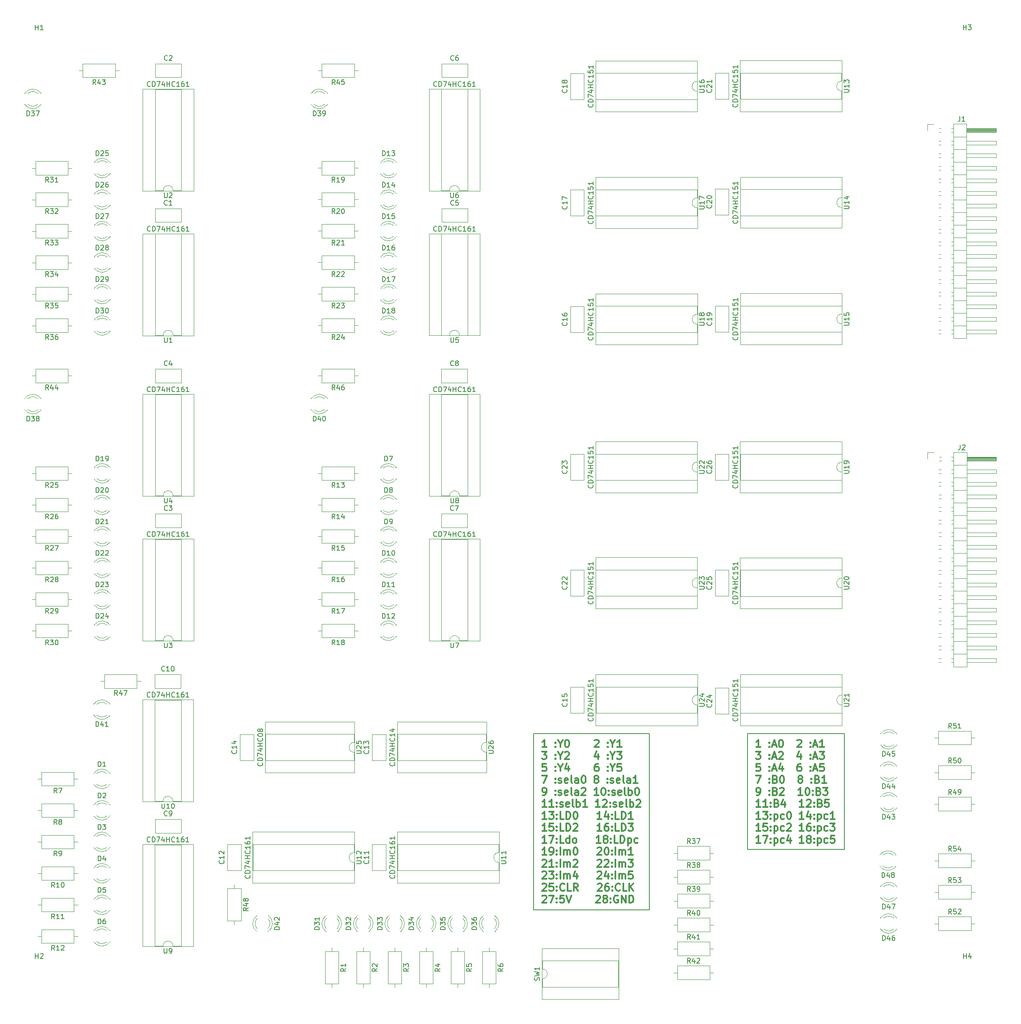
<source format=gbr>
%TF.GenerationSoftware,KiCad,Pcbnew,7.0.7*%
%TF.CreationDate,2023-10-17T23:07:55+09:00*%
%TF.ProjectId,data,64617461-2e6b-4696-9361-645f70636258,rev?*%
%TF.SameCoordinates,Original*%
%TF.FileFunction,Legend,Top*%
%TF.FilePolarity,Positive*%
%FSLAX46Y46*%
G04 Gerber Fmt 4.6, Leading zero omitted, Abs format (unit mm)*
G04 Created by KiCad (PCBNEW 7.0.7) date 2023-10-17 23:07:55*
%MOMM*%
%LPD*%
G01*
G04 APERTURE LIST*
%ADD10C,0.300000*%
%ADD11C,0.200000*%
%ADD12C,0.150000*%
%ADD13C,0.120000*%
G04 APERTURE END LIST*
D10*
X280187225Y-165086828D02*
X279330082Y-165086828D01*
X279758653Y-165086828D02*
X279758653Y-163586828D01*
X279758653Y-163586828D02*
X279615796Y-163801114D01*
X279615796Y-163801114D02*
X279472939Y-163943971D01*
X279472939Y-163943971D02*
X279330082Y-164015400D01*
X281972938Y-164943971D02*
X282044367Y-165015400D01*
X282044367Y-165015400D02*
X281972938Y-165086828D01*
X281972938Y-165086828D02*
X281901510Y-165015400D01*
X281901510Y-165015400D02*
X281972938Y-164943971D01*
X281972938Y-164943971D02*
X281972938Y-165086828D01*
X281972938Y-164158257D02*
X282044367Y-164229685D01*
X282044367Y-164229685D02*
X281972938Y-164301114D01*
X281972938Y-164301114D02*
X281901510Y-164229685D01*
X281901510Y-164229685D02*
X281972938Y-164158257D01*
X281972938Y-164158257D02*
X281972938Y-164301114D01*
X282972939Y-164372542D02*
X282972939Y-165086828D01*
X282472939Y-163586828D02*
X282972939Y-164372542D01*
X282972939Y-164372542D02*
X283472939Y-163586828D01*
X284258653Y-163586828D02*
X284401510Y-163586828D01*
X284401510Y-163586828D02*
X284544367Y-163658257D01*
X284544367Y-163658257D02*
X284615796Y-163729685D01*
X284615796Y-163729685D02*
X284687224Y-163872542D01*
X284687224Y-163872542D02*
X284758653Y-164158257D01*
X284758653Y-164158257D02*
X284758653Y-164515400D01*
X284758653Y-164515400D02*
X284687224Y-164801114D01*
X284687224Y-164801114D02*
X284615796Y-164943971D01*
X284615796Y-164943971D02*
X284544367Y-165015400D01*
X284544367Y-165015400D02*
X284401510Y-165086828D01*
X284401510Y-165086828D02*
X284258653Y-165086828D01*
X284258653Y-165086828D02*
X284115796Y-165015400D01*
X284115796Y-165015400D02*
X284044367Y-164943971D01*
X284044367Y-164943971D02*
X283972938Y-164801114D01*
X283972938Y-164801114D02*
X283901510Y-164515400D01*
X283901510Y-164515400D02*
X283901510Y-164158257D01*
X283901510Y-164158257D02*
X283972938Y-163872542D01*
X283972938Y-163872542D02*
X284044367Y-163729685D01*
X284044367Y-163729685D02*
X284115796Y-163658257D01*
X284115796Y-163658257D02*
X284258653Y-163586828D01*
X289901509Y-163729685D02*
X289972937Y-163658257D01*
X289972937Y-163658257D02*
X290115795Y-163586828D01*
X290115795Y-163586828D02*
X290472937Y-163586828D01*
X290472937Y-163586828D02*
X290615795Y-163658257D01*
X290615795Y-163658257D02*
X290687223Y-163729685D01*
X290687223Y-163729685D02*
X290758652Y-163872542D01*
X290758652Y-163872542D02*
X290758652Y-164015400D01*
X290758652Y-164015400D02*
X290687223Y-164229685D01*
X290687223Y-164229685D02*
X289830080Y-165086828D01*
X289830080Y-165086828D02*
X290758652Y-165086828D01*
X292544365Y-164943971D02*
X292615794Y-165015400D01*
X292615794Y-165015400D02*
X292544365Y-165086828D01*
X292544365Y-165086828D02*
X292472937Y-165015400D01*
X292472937Y-165015400D02*
X292544365Y-164943971D01*
X292544365Y-164943971D02*
X292544365Y-165086828D01*
X292544365Y-164158257D02*
X292615794Y-164229685D01*
X292615794Y-164229685D02*
X292544365Y-164301114D01*
X292544365Y-164301114D02*
X292472937Y-164229685D01*
X292472937Y-164229685D02*
X292544365Y-164158257D01*
X292544365Y-164158257D02*
X292544365Y-164301114D01*
X293544366Y-164372542D02*
X293544366Y-165086828D01*
X293044366Y-163586828D02*
X293544366Y-164372542D01*
X293544366Y-164372542D02*
X294044366Y-163586828D01*
X295330080Y-165086828D02*
X294472937Y-165086828D01*
X294901508Y-165086828D02*
X294901508Y-163586828D01*
X294901508Y-163586828D02*
X294758651Y-163801114D01*
X294758651Y-163801114D02*
X294615794Y-163943971D01*
X294615794Y-163943971D02*
X294472937Y-164015400D01*
X279258653Y-166001828D02*
X280187225Y-166001828D01*
X280187225Y-166001828D02*
X279687225Y-166573257D01*
X279687225Y-166573257D02*
X279901510Y-166573257D01*
X279901510Y-166573257D02*
X280044368Y-166644685D01*
X280044368Y-166644685D02*
X280115796Y-166716114D01*
X280115796Y-166716114D02*
X280187225Y-166858971D01*
X280187225Y-166858971D02*
X280187225Y-167216114D01*
X280187225Y-167216114D02*
X280115796Y-167358971D01*
X280115796Y-167358971D02*
X280044368Y-167430400D01*
X280044368Y-167430400D02*
X279901510Y-167501828D01*
X279901510Y-167501828D02*
X279472939Y-167501828D01*
X279472939Y-167501828D02*
X279330082Y-167430400D01*
X279330082Y-167430400D02*
X279258653Y-167358971D01*
X281972938Y-167358971D02*
X282044367Y-167430400D01*
X282044367Y-167430400D02*
X281972938Y-167501828D01*
X281972938Y-167501828D02*
X281901510Y-167430400D01*
X281901510Y-167430400D02*
X281972938Y-167358971D01*
X281972938Y-167358971D02*
X281972938Y-167501828D01*
X281972938Y-166573257D02*
X282044367Y-166644685D01*
X282044367Y-166644685D02*
X281972938Y-166716114D01*
X281972938Y-166716114D02*
X281901510Y-166644685D01*
X281901510Y-166644685D02*
X281972938Y-166573257D01*
X281972938Y-166573257D02*
X281972938Y-166716114D01*
X282972939Y-166787542D02*
X282972939Y-167501828D01*
X282472939Y-166001828D02*
X282972939Y-166787542D01*
X282972939Y-166787542D02*
X283472939Y-166001828D01*
X283901510Y-166144685D02*
X283972938Y-166073257D01*
X283972938Y-166073257D02*
X284115796Y-166001828D01*
X284115796Y-166001828D02*
X284472938Y-166001828D01*
X284472938Y-166001828D02*
X284615796Y-166073257D01*
X284615796Y-166073257D02*
X284687224Y-166144685D01*
X284687224Y-166144685D02*
X284758653Y-166287542D01*
X284758653Y-166287542D02*
X284758653Y-166430400D01*
X284758653Y-166430400D02*
X284687224Y-166644685D01*
X284687224Y-166644685D02*
X283830081Y-167501828D01*
X283830081Y-167501828D02*
X284758653Y-167501828D01*
X290615795Y-166501828D02*
X290615795Y-167501828D01*
X290258652Y-165930400D02*
X289901509Y-167001828D01*
X289901509Y-167001828D02*
X290830080Y-167001828D01*
X292544365Y-167358971D02*
X292615794Y-167430400D01*
X292615794Y-167430400D02*
X292544365Y-167501828D01*
X292544365Y-167501828D02*
X292472937Y-167430400D01*
X292472937Y-167430400D02*
X292544365Y-167358971D01*
X292544365Y-167358971D02*
X292544365Y-167501828D01*
X292544365Y-166573257D02*
X292615794Y-166644685D01*
X292615794Y-166644685D02*
X292544365Y-166716114D01*
X292544365Y-166716114D02*
X292472937Y-166644685D01*
X292472937Y-166644685D02*
X292544365Y-166573257D01*
X292544365Y-166573257D02*
X292544365Y-166716114D01*
X293544366Y-166787542D02*
X293544366Y-167501828D01*
X293044366Y-166001828D02*
X293544366Y-166787542D01*
X293544366Y-166787542D02*
X294044366Y-166001828D01*
X294401508Y-166001828D02*
X295330080Y-166001828D01*
X295330080Y-166001828D02*
X294830080Y-166573257D01*
X294830080Y-166573257D02*
X295044365Y-166573257D01*
X295044365Y-166573257D02*
X295187223Y-166644685D01*
X295187223Y-166644685D02*
X295258651Y-166716114D01*
X295258651Y-166716114D02*
X295330080Y-166858971D01*
X295330080Y-166858971D02*
X295330080Y-167216114D01*
X295330080Y-167216114D02*
X295258651Y-167358971D01*
X295258651Y-167358971D02*
X295187223Y-167430400D01*
X295187223Y-167430400D02*
X295044365Y-167501828D01*
X295044365Y-167501828D02*
X294615794Y-167501828D01*
X294615794Y-167501828D02*
X294472937Y-167430400D01*
X294472937Y-167430400D02*
X294401508Y-167358971D01*
X280115796Y-168416828D02*
X279401510Y-168416828D01*
X279401510Y-168416828D02*
X279330082Y-169131114D01*
X279330082Y-169131114D02*
X279401510Y-169059685D01*
X279401510Y-169059685D02*
X279544368Y-168988257D01*
X279544368Y-168988257D02*
X279901510Y-168988257D01*
X279901510Y-168988257D02*
X280044368Y-169059685D01*
X280044368Y-169059685D02*
X280115796Y-169131114D01*
X280115796Y-169131114D02*
X280187225Y-169273971D01*
X280187225Y-169273971D02*
X280187225Y-169631114D01*
X280187225Y-169631114D02*
X280115796Y-169773971D01*
X280115796Y-169773971D02*
X280044368Y-169845400D01*
X280044368Y-169845400D02*
X279901510Y-169916828D01*
X279901510Y-169916828D02*
X279544368Y-169916828D01*
X279544368Y-169916828D02*
X279401510Y-169845400D01*
X279401510Y-169845400D02*
X279330082Y-169773971D01*
X281972938Y-169773971D02*
X282044367Y-169845400D01*
X282044367Y-169845400D02*
X281972938Y-169916828D01*
X281972938Y-169916828D02*
X281901510Y-169845400D01*
X281901510Y-169845400D02*
X281972938Y-169773971D01*
X281972938Y-169773971D02*
X281972938Y-169916828D01*
X281972938Y-168988257D02*
X282044367Y-169059685D01*
X282044367Y-169059685D02*
X281972938Y-169131114D01*
X281972938Y-169131114D02*
X281901510Y-169059685D01*
X281901510Y-169059685D02*
X281972938Y-168988257D01*
X281972938Y-168988257D02*
X281972938Y-169131114D01*
X282972939Y-169202542D02*
X282972939Y-169916828D01*
X282472939Y-168416828D02*
X282972939Y-169202542D01*
X282972939Y-169202542D02*
X283472939Y-168416828D01*
X284615796Y-168916828D02*
X284615796Y-169916828D01*
X284258653Y-168345400D02*
X283901510Y-169416828D01*
X283901510Y-169416828D02*
X284830081Y-169416828D01*
X290615795Y-168416828D02*
X290330080Y-168416828D01*
X290330080Y-168416828D02*
X290187223Y-168488257D01*
X290187223Y-168488257D02*
X290115795Y-168559685D01*
X290115795Y-168559685D02*
X289972937Y-168773971D01*
X289972937Y-168773971D02*
X289901509Y-169059685D01*
X289901509Y-169059685D02*
X289901509Y-169631114D01*
X289901509Y-169631114D02*
X289972937Y-169773971D01*
X289972937Y-169773971D02*
X290044366Y-169845400D01*
X290044366Y-169845400D02*
X290187223Y-169916828D01*
X290187223Y-169916828D02*
X290472937Y-169916828D01*
X290472937Y-169916828D02*
X290615795Y-169845400D01*
X290615795Y-169845400D02*
X290687223Y-169773971D01*
X290687223Y-169773971D02*
X290758652Y-169631114D01*
X290758652Y-169631114D02*
X290758652Y-169273971D01*
X290758652Y-169273971D02*
X290687223Y-169131114D01*
X290687223Y-169131114D02*
X290615795Y-169059685D01*
X290615795Y-169059685D02*
X290472937Y-168988257D01*
X290472937Y-168988257D02*
X290187223Y-168988257D01*
X290187223Y-168988257D02*
X290044366Y-169059685D01*
X290044366Y-169059685D02*
X289972937Y-169131114D01*
X289972937Y-169131114D02*
X289901509Y-169273971D01*
X292544365Y-169773971D02*
X292615794Y-169845400D01*
X292615794Y-169845400D02*
X292544365Y-169916828D01*
X292544365Y-169916828D02*
X292472937Y-169845400D01*
X292472937Y-169845400D02*
X292544365Y-169773971D01*
X292544365Y-169773971D02*
X292544365Y-169916828D01*
X292544365Y-168988257D02*
X292615794Y-169059685D01*
X292615794Y-169059685D02*
X292544365Y-169131114D01*
X292544365Y-169131114D02*
X292472937Y-169059685D01*
X292472937Y-169059685D02*
X292544365Y-168988257D01*
X292544365Y-168988257D02*
X292544365Y-169131114D01*
X293544366Y-169202542D02*
X293544366Y-169916828D01*
X293044366Y-168416828D02*
X293544366Y-169202542D01*
X293544366Y-169202542D02*
X294044366Y-168416828D01*
X295258651Y-168416828D02*
X294544365Y-168416828D01*
X294544365Y-168416828D02*
X294472937Y-169131114D01*
X294472937Y-169131114D02*
X294544365Y-169059685D01*
X294544365Y-169059685D02*
X294687223Y-168988257D01*
X294687223Y-168988257D02*
X295044365Y-168988257D01*
X295044365Y-168988257D02*
X295187223Y-169059685D01*
X295187223Y-169059685D02*
X295258651Y-169131114D01*
X295258651Y-169131114D02*
X295330080Y-169273971D01*
X295330080Y-169273971D02*
X295330080Y-169631114D01*
X295330080Y-169631114D02*
X295258651Y-169773971D01*
X295258651Y-169773971D02*
X295187223Y-169845400D01*
X295187223Y-169845400D02*
X295044365Y-169916828D01*
X295044365Y-169916828D02*
X294687223Y-169916828D01*
X294687223Y-169916828D02*
X294544365Y-169845400D01*
X294544365Y-169845400D02*
X294472937Y-169773971D01*
X279258653Y-170831828D02*
X280258653Y-170831828D01*
X280258653Y-170831828D02*
X279615796Y-172331828D01*
X281972938Y-172188971D02*
X282044367Y-172260400D01*
X282044367Y-172260400D02*
X281972938Y-172331828D01*
X281972938Y-172331828D02*
X281901510Y-172260400D01*
X281901510Y-172260400D02*
X281972938Y-172188971D01*
X281972938Y-172188971D02*
X281972938Y-172331828D01*
X281972938Y-171403257D02*
X282044367Y-171474685D01*
X282044367Y-171474685D02*
X281972938Y-171546114D01*
X281972938Y-171546114D02*
X281901510Y-171474685D01*
X281901510Y-171474685D02*
X281972938Y-171403257D01*
X281972938Y-171403257D02*
X281972938Y-171546114D01*
X282615796Y-172260400D02*
X282758653Y-172331828D01*
X282758653Y-172331828D02*
X283044367Y-172331828D01*
X283044367Y-172331828D02*
X283187224Y-172260400D01*
X283187224Y-172260400D02*
X283258653Y-172117542D01*
X283258653Y-172117542D02*
X283258653Y-172046114D01*
X283258653Y-172046114D02*
X283187224Y-171903257D01*
X283187224Y-171903257D02*
X283044367Y-171831828D01*
X283044367Y-171831828D02*
X282830082Y-171831828D01*
X282830082Y-171831828D02*
X282687224Y-171760400D01*
X282687224Y-171760400D02*
X282615796Y-171617542D01*
X282615796Y-171617542D02*
X282615796Y-171546114D01*
X282615796Y-171546114D02*
X282687224Y-171403257D01*
X282687224Y-171403257D02*
X282830082Y-171331828D01*
X282830082Y-171331828D02*
X283044367Y-171331828D01*
X283044367Y-171331828D02*
X283187224Y-171403257D01*
X284472939Y-172260400D02*
X284330082Y-172331828D01*
X284330082Y-172331828D02*
X284044368Y-172331828D01*
X284044368Y-172331828D02*
X283901510Y-172260400D01*
X283901510Y-172260400D02*
X283830082Y-172117542D01*
X283830082Y-172117542D02*
X283830082Y-171546114D01*
X283830082Y-171546114D02*
X283901510Y-171403257D01*
X283901510Y-171403257D02*
X284044368Y-171331828D01*
X284044368Y-171331828D02*
X284330082Y-171331828D01*
X284330082Y-171331828D02*
X284472939Y-171403257D01*
X284472939Y-171403257D02*
X284544368Y-171546114D01*
X284544368Y-171546114D02*
X284544368Y-171688971D01*
X284544368Y-171688971D02*
X283830082Y-171831828D01*
X285401510Y-172331828D02*
X285258653Y-172260400D01*
X285258653Y-172260400D02*
X285187224Y-172117542D01*
X285187224Y-172117542D02*
X285187224Y-170831828D01*
X286615796Y-172331828D02*
X286615796Y-171546114D01*
X286615796Y-171546114D02*
X286544367Y-171403257D01*
X286544367Y-171403257D02*
X286401510Y-171331828D01*
X286401510Y-171331828D02*
X286115796Y-171331828D01*
X286115796Y-171331828D02*
X285972938Y-171403257D01*
X286615796Y-172260400D02*
X286472938Y-172331828D01*
X286472938Y-172331828D02*
X286115796Y-172331828D01*
X286115796Y-172331828D02*
X285972938Y-172260400D01*
X285972938Y-172260400D02*
X285901510Y-172117542D01*
X285901510Y-172117542D02*
X285901510Y-171974685D01*
X285901510Y-171974685D02*
X285972938Y-171831828D01*
X285972938Y-171831828D02*
X286115796Y-171760400D01*
X286115796Y-171760400D02*
X286472938Y-171760400D01*
X286472938Y-171760400D02*
X286615796Y-171688971D01*
X287615796Y-170831828D02*
X287758653Y-170831828D01*
X287758653Y-170831828D02*
X287901510Y-170903257D01*
X287901510Y-170903257D02*
X287972939Y-170974685D01*
X287972939Y-170974685D02*
X288044367Y-171117542D01*
X288044367Y-171117542D02*
X288115796Y-171403257D01*
X288115796Y-171403257D02*
X288115796Y-171760400D01*
X288115796Y-171760400D02*
X288044367Y-172046114D01*
X288044367Y-172046114D02*
X287972939Y-172188971D01*
X287972939Y-172188971D02*
X287901510Y-172260400D01*
X287901510Y-172260400D02*
X287758653Y-172331828D01*
X287758653Y-172331828D02*
X287615796Y-172331828D01*
X287615796Y-172331828D02*
X287472939Y-172260400D01*
X287472939Y-172260400D02*
X287401510Y-172188971D01*
X287401510Y-172188971D02*
X287330081Y-172046114D01*
X287330081Y-172046114D02*
X287258653Y-171760400D01*
X287258653Y-171760400D02*
X287258653Y-171403257D01*
X287258653Y-171403257D02*
X287330081Y-171117542D01*
X287330081Y-171117542D02*
X287401510Y-170974685D01*
X287401510Y-170974685D02*
X287472939Y-170903257D01*
X287472939Y-170903257D02*
X287615796Y-170831828D01*
X290115795Y-171474685D02*
X289972938Y-171403257D01*
X289972938Y-171403257D02*
X289901509Y-171331828D01*
X289901509Y-171331828D02*
X289830081Y-171188971D01*
X289830081Y-171188971D02*
X289830081Y-171117542D01*
X289830081Y-171117542D02*
X289901509Y-170974685D01*
X289901509Y-170974685D02*
X289972938Y-170903257D01*
X289972938Y-170903257D02*
X290115795Y-170831828D01*
X290115795Y-170831828D02*
X290401509Y-170831828D01*
X290401509Y-170831828D02*
X290544367Y-170903257D01*
X290544367Y-170903257D02*
X290615795Y-170974685D01*
X290615795Y-170974685D02*
X290687224Y-171117542D01*
X290687224Y-171117542D02*
X290687224Y-171188971D01*
X290687224Y-171188971D02*
X290615795Y-171331828D01*
X290615795Y-171331828D02*
X290544367Y-171403257D01*
X290544367Y-171403257D02*
X290401509Y-171474685D01*
X290401509Y-171474685D02*
X290115795Y-171474685D01*
X290115795Y-171474685D02*
X289972938Y-171546114D01*
X289972938Y-171546114D02*
X289901509Y-171617542D01*
X289901509Y-171617542D02*
X289830081Y-171760400D01*
X289830081Y-171760400D02*
X289830081Y-172046114D01*
X289830081Y-172046114D02*
X289901509Y-172188971D01*
X289901509Y-172188971D02*
X289972938Y-172260400D01*
X289972938Y-172260400D02*
X290115795Y-172331828D01*
X290115795Y-172331828D02*
X290401509Y-172331828D01*
X290401509Y-172331828D02*
X290544367Y-172260400D01*
X290544367Y-172260400D02*
X290615795Y-172188971D01*
X290615795Y-172188971D02*
X290687224Y-172046114D01*
X290687224Y-172046114D02*
X290687224Y-171760400D01*
X290687224Y-171760400D02*
X290615795Y-171617542D01*
X290615795Y-171617542D02*
X290544367Y-171546114D01*
X290544367Y-171546114D02*
X290401509Y-171474685D01*
X292472937Y-172188971D02*
X292544366Y-172260400D01*
X292544366Y-172260400D02*
X292472937Y-172331828D01*
X292472937Y-172331828D02*
X292401509Y-172260400D01*
X292401509Y-172260400D02*
X292472937Y-172188971D01*
X292472937Y-172188971D02*
X292472937Y-172331828D01*
X292472937Y-171403257D02*
X292544366Y-171474685D01*
X292544366Y-171474685D02*
X292472937Y-171546114D01*
X292472937Y-171546114D02*
X292401509Y-171474685D01*
X292401509Y-171474685D02*
X292472937Y-171403257D01*
X292472937Y-171403257D02*
X292472937Y-171546114D01*
X293115795Y-172260400D02*
X293258652Y-172331828D01*
X293258652Y-172331828D02*
X293544366Y-172331828D01*
X293544366Y-172331828D02*
X293687223Y-172260400D01*
X293687223Y-172260400D02*
X293758652Y-172117542D01*
X293758652Y-172117542D02*
X293758652Y-172046114D01*
X293758652Y-172046114D02*
X293687223Y-171903257D01*
X293687223Y-171903257D02*
X293544366Y-171831828D01*
X293544366Y-171831828D02*
X293330081Y-171831828D01*
X293330081Y-171831828D02*
X293187223Y-171760400D01*
X293187223Y-171760400D02*
X293115795Y-171617542D01*
X293115795Y-171617542D02*
X293115795Y-171546114D01*
X293115795Y-171546114D02*
X293187223Y-171403257D01*
X293187223Y-171403257D02*
X293330081Y-171331828D01*
X293330081Y-171331828D02*
X293544366Y-171331828D01*
X293544366Y-171331828D02*
X293687223Y-171403257D01*
X294972938Y-172260400D02*
X294830081Y-172331828D01*
X294830081Y-172331828D02*
X294544367Y-172331828D01*
X294544367Y-172331828D02*
X294401509Y-172260400D01*
X294401509Y-172260400D02*
X294330081Y-172117542D01*
X294330081Y-172117542D02*
X294330081Y-171546114D01*
X294330081Y-171546114D02*
X294401509Y-171403257D01*
X294401509Y-171403257D02*
X294544367Y-171331828D01*
X294544367Y-171331828D02*
X294830081Y-171331828D01*
X294830081Y-171331828D02*
X294972938Y-171403257D01*
X294972938Y-171403257D02*
X295044367Y-171546114D01*
X295044367Y-171546114D02*
X295044367Y-171688971D01*
X295044367Y-171688971D02*
X294330081Y-171831828D01*
X295901509Y-172331828D02*
X295758652Y-172260400D01*
X295758652Y-172260400D02*
X295687223Y-172117542D01*
X295687223Y-172117542D02*
X295687223Y-170831828D01*
X297115795Y-172331828D02*
X297115795Y-171546114D01*
X297115795Y-171546114D02*
X297044366Y-171403257D01*
X297044366Y-171403257D02*
X296901509Y-171331828D01*
X296901509Y-171331828D02*
X296615795Y-171331828D01*
X296615795Y-171331828D02*
X296472937Y-171403257D01*
X297115795Y-172260400D02*
X296972937Y-172331828D01*
X296972937Y-172331828D02*
X296615795Y-172331828D01*
X296615795Y-172331828D02*
X296472937Y-172260400D01*
X296472937Y-172260400D02*
X296401509Y-172117542D01*
X296401509Y-172117542D02*
X296401509Y-171974685D01*
X296401509Y-171974685D02*
X296472937Y-171831828D01*
X296472937Y-171831828D02*
X296615795Y-171760400D01*
X296615795Y-171760400D02*
X296972937Y-171760400D01*
X296972937Y-171760400D02*
X297115795Y-171688971D01*
X298615795Y-172331828D02*
X297758652Y-172331828D01*
X298187223Y-172331828D02*
X298187223Y-170831828D01*
X298187223Y-170831828D02*
X298044366Y-171046114D01*
X298044366Y-171046114D02*
X297901509Y-171188971D01*
X297901509Y-171188971D02*
X297758652Y-171260400D01*
X279472939Y-174746828D02*
X279758653Y-174746828D01*
X279758653Y-174746828D02*
X279901510Y-174675400D01*
X279901510Y-174675400D02*
X279972939Y-174603971D01*
X279972939Y-174603971D02*
X280115796Y-174389685D01*
X280115796Y-174389685D02*
X280187225Y-174103971D01*
X280187225Y-174103971D02*
X280187225Y-173532542D01*
X280187225Y-173532542D02*
X280115796Y-173389685D01*
X280115796Y-173389685D02*
X280044368Y-173318257D01*
X280044368Y-173318257D02*
X279901510Y-173246828D01*
X279901510Y-173246828D02*
X279615796Y-173246828D01*
X279615796Y-173246828D02*
X279472939Y-173318257D01*
X279472939Y-173318257D02*
X279401510Y-173389685D01*
X279401510Y-173389685D02*
X279330082Y-173532542D01*
X279330082Y-173532542D02*
X279330082Y-173889685D01*
X279330082Y-173889685D02*
X279401510Y-174032542D01*
X279401510Y-174032542D02*
X279472939Y-174103971D01*
X279472939Y-174103971D02*
X279615796Y-174175400D01*
X279615796Y-174175400D02*
X279901510Y-174175400D01*
X279901510Y-174175400D02*
X280044368Y-174103971D01*
X280044368Y-174103971D02*
X280115796Y-174032542D01*
X280115796Y-174032542D02*
X280187225Y-173889685D01*
X281972938Y-174603971D02*
X282044367Y-174675400D01*
X282044367Y-174675400D02*
X281972938Y-174746828D01*
X281972938Y-174746828D02*
X281901510Y-174675400D01*
X281901510Y-174675400D02*
X281972938Y-174603971D01*
X281972938Y-174603971D02*
X281972938Y-174746828D01*
X281972938Y-173818257D02*
X282044367Y-173889685D01*
X282044367Y-173889685D02*
X281972938Y-173961114D01*
X281972938Y-173961114D02*
X281901510Y-173889685D01*
X281901510Y-173889685D02*
X281972938Y-173818257D01*
X281972938Y-173818257D02*
X281972938Y-173961114D01*
X282615796Y-174675400D02*
X282758653Y-174746828D01*
X282758653Y-174746828D02*
X283044367Y-174746828D01*
X283044367Y-174746828D02*
X283187224Y-174675400D01*
X283187224Y-174675400D02*
X283258653Y-174532542D01*
X283258653Y-174532542D02*
X283258653Y-174461114D01*
X283258653Y-174461114D02*
X283187224Y-174318257D01*
X283187224Y-174318257D02*
X283044367Y-174246828D01*
X283044367Y-174246828D02*
X282830082Y-174246828D01*
X282830082Y-174246828D02*
X282687224Y-174175400D01*
X282687224Y-174175400D02*
X282615796Y-174032542D01*
X282615796Y-174032542D02*
X282615796Y-173961114D01*
X282615796Y-173961114D02*
X282687224Y-173818257D01*
X282687224Y-173818257D02*
X282830082Y-173746828D01*
X282830082Y-173746828D02*
X283044367Y-173746828D01*
X283044367Y-173746828D02*
X283187224Y-173818257D01*
X284472939Y-174675400D02*
X284330082Y-174746828D01*
X284330082Y-174746828D02*
X284044368Y-174746828D01*
X284044368Y-174746828D02*
X283901510Y-174675400D01*
X283901510Y-174675400D02*
X283830082Y-174532542D01*
X283830082Y-174532542D02*
X283830082Y-173961114D01*
X283830082Y-173961114D02*
X283901510Y-173818257D01*
X283901510Y-173818257D02*
X284044368Y-173746828D01*
X284044368Y-173746828D02*
X284330082Y-173746828D01*
X284330082Y-173746828D02*
X284472939Y-173818257D01*
X284472939Y-173818257D02*
X284544368Y-173961114D01*
X284544368Y-173961114D02*
X284544368Y-174103971D01*
X284544368Y-174103971D02*
X283830082Y-174246828D01*
X285401510Y-174746828D02*
X285258653Y-174675400D01*
X285258653Y-174675400D02*
X285187224Y-174532542D01*
X285187224Y-174532542D02*
X285187224Y-173246828D01*
X286615796Y-174746828D02*
X286615796Y-173961114D01*
X286615796Y-173961114D02*
X286544367Y-173818257D01*
X286544367Y-173818257D02*
X286401510Y-173746828D01*
X286401510Y-173746828D02*
X286115796Y-173746828D01*
X286115796Y-173746828D02*
X285972938Y-173818257D01*
X286615796Y-174675400D02*
X286472938Y-174746828D01*
X286472938Y-174746828D02*
X286115796Y-174746828D01*
X286115796Y-174746828D02*
X285972938Y-174675400D01*
X285972938Y-174675400D02*
X285901510Y-174532542D01*
X285901510Y-174532542D02*
X285901510Y-174389685D01*
X285901510Y-174389685D02*
X285972938Y-174246828D01*
X285972938Y-174246828D02*
X286115796Y-174175400D01*
X286115796Y-174175400D02*
X286472938Y-174175400D01*
X286472938Y-174175400D02*
X286615796Y-174103971D01*
X287258653Y-173389685D02*
X287330081Y-173318257D01*
X287330081Y-173318257D02*
X287472939Y-173246828D01*
X287472939Y-173246828D02*
X287830081Y-173246828D01*
X287830081Y-173246828D02*
X287972939Y-173318257D01*
X287972939Y-173318257D02*
X288044367Y-173389685D01*
X288044367Y-173389685D02*
X288115796Y-173532542D01*
X288115796Y-173532542D02*
X288115796Y-173675400D01*
X288115796Y-173675400D02*
X288044367Y-173889685D01*
X288044367Y-173889685D02*
X287187224Y-174746828D01*
X287187224Y-174746828D02*
X288115796Y-174746828D01*
X290687224Y-174746828D02*
X289830081Y-174746828D01*
X290258652Y-174746828D02*
X290258652Y-173246828D01*
X290258652Y-173246828D02*
X290115795Y-173461114D01*
X290115795Y-173461114D02*
X289972938Y-173603971D01*
X289972938Y-173603971D02*
X289830081Y-173675400D01*
X291615795Y-173246828D02*
X291758652Y-173246828D01*
X291758652Y-173246828D02*
X291901509Y-173318257D01*
X291901509Y-173318257D02*
X291972938Y-173389685D01*
X291972938Y-173389685D02*
X292044366Y-173532542D01*
X292044366Y-173532542D02*
X292115795Y-173818257D01*
X292115795Y-173818257D02*
X292115795Y-174175400D01*
X292115795Y-174175400D02*
X292044366Y-174461114D01*
X292044366Y-174461114D02*
X291972938Y-174603971D01*
X291972938Y-174603971D02*
X291901509Y-174675400D01*
X291901509Y-174675400D02*
X291758652Y-174746828D01*
X291758652Y-174746828D02*
X291615795Y-174746828D01*
X291615795Y-174746828D02*
X291472938Y-174675400D01*
X291472938Y-174675400D02*
X291401509Y-174603971D01*
X291401509Y-174603971D02*
X291330080Y-174461114D01*
X291330080Y-174461114D02*
X291258652Y-174175400D01*
X291258652Y-174175400D02*
X291258652Y-173818257D01*
X291258652Y-173818257D02*
X291330080Y-173532542D01*
X291330080Y-173532542D02*
X291401509Y-173389685D01*
X291401509Y-173389685D02*
X291472938Y-173318257D01*
X291472938Y-173318257D02*
X291615795Y-173246828D01*
X292758651Y-174603971D02*
X292830080Y-174675400D01*
X292830080Y-174675400D02*
X292758651Y-174746828D01*
X292758651Y-174746828D02*
X292687223Y-174675400D01*
X292687223Y-174675400D02*
X292758651Y-174603971D01*
X292758651Y-174603971D02*
X292758651Y-174746828D01*
X292758651Y-173818257D02*
X292830080Y-173889685D01*
X292830080Y-173889685D02*
X292758651Y-173961114D01*
X292758651Y-173961114D02*
X292687223Y-173889685D01*
X292687223Y-173889685D02*
X292758651Y-173818257D01*
X292758651Y-173818257D02*
X292758651Y-173961114D01*
X293401509Y-174675400D02*
X293544366Y-174746828D01*
X293544366Y-174746828D02*
X293830080Y-174746828D01*
X293830080Y-174746828D02*
X293972937Y-174675400D01*
X293972937Y-174675400D02*
X294044366Y-174532542D01*
X294044366Y-174532542D02*
X294044366Y-174461114D01*
X294044366Y-174461114D02*
X293972937Y-174318257D01*
X293972937Y-174318257D02*
X293830080Y-174246828D01*
X293830080Y-174246828D02*
X293615795Y-174246828D01*
X293615795Y-174246828D02*
X293472937Y-174175400D01*
X293472937Y-174175400D02*
X293401509Y-174032542D01*
X293401509Y-174032542D02*
X293401509Y-173961114D01*
X293401509Y-173961114D02*
X293472937Y-173818257D01*
X293472937Y-173818257D02*
X293615795Y-173746828D01*
X293615795Y-173746828D02*
X293830080Y-173746828D01*
X293830080Y-173746828D02*
X293972937Y-173818257D01*
X295258652Y-174675400D02*
X295115795Y-174746828D01*
X295115795Y-174746828D02*
X294830081Y-174746828D01*
X294830081Y-174746828D02*
X294687223Y-174675400D01*
X294687223Y-174675400D02*
X294615795Y-174532542D01*
X294615795Y-174532542D02*
X294615795Y-173961114D01*
X294615795Y-173961114D02*
X294687223Y-173818257D01*
X294687223Y-173818257D02*
X294830081Y-173746828D01*
X294830081Y-173746828D02*
X295115795Y-173746828D01*
X295115795Y-173746828D02*
X295258652Y-173818257D01*
X295258652Y-173818257D02*
X295330081Y-173961114D01*
X295330081Y-173961114D02*
X295330081Y-174103971D01*
X295330081Y-174103971D02*
X294615795Y-174246828D01*
X296187223Y-174746828D02*
X296044366Y-174675400D01*
X296044366Y-174675400D02*
X295972937Y-174532542D01*
X295972937Y-174532542D02*
X295972937Y-173246828D01*
X296758651Y-174746828D02*
X296758651Y-173246828D01*
X296758651Y-173818257D02*
X296901509Y-173746828D01*
X296901509Y-173746828D02*
X297187223Y-173746828D01*
X297187223Y-173746828D02*
X297330080Y-173818257D01*
X297330080Y-173818257D02*
X297401509Y-173889685D01*
X297401509Y-173889685D02*
X297472937Y-174032542D01*
X297472937Y-174032542D02*
X297472937Y-174461114D01*
X297472937Y-174461114D02*
X297401509Y-174603971D01*
X297401509Y-174603971D02*
X297330080Y-174675400D01*
X297330080Y-174675400D02*
X297187223Y-174746828D01*
X297187223Y-174746828D02*
X296901509Y-174746828D01*
X296901509Y-174746828D02*
X296758651Y-174675400D01*
X298401509Y-173246828D02*
X298544366Y-173246828D01*
X298544366Y-173246828D02*
X298687223Y-173318257D01*
X298687223Y-173318257D02*
X298758652Y-173389685D01*
X298758652Y-173389685D02*
X298830080Y-173532542D01*
X298830080Y-173532542D02*
X298901509Y-173818257D01*
X298901509Y-173818257D02*
X298901509Y-174175400D01*
X298901509Y-174175400D02*
X298830080Y-174461114D01*
X298830080Y-174461114D02*
X298758652Y-174603971D01*
X298758652Y-174603971D02*
X298687223Y-174675400D01*
X298687223Y-174675400D02*
X298544366Y-174746828D01*
X298544366Y-174746828D02*
X298401509Y-174746828D01*
X298401509Y-174746828D02*
X298258652Y-174675400D01*
X298258652Y-174675400D02*
X298187223Y-174603971D01*
X298187223Y-174603971D02*
X298115794Y-174461114D01*
X298115794Y-174461114D02*
X298044366Y-174175400D01*
X298044366Y-174175400D02*
X298044366Y-173818257D01*
X298044366Y-173818257D02*
X298115794Y-173532542D01*
X298115794Y-173532542D02*
X298187223Y-173389685D01*
X298187223Y-173389685D02*
X298258652Y-173318257D01*
X298258652Y-173318257D02*
X298401509Y-173246828D01*
X280187225Y-177161828D02*
X279330082Y-177161828D01*
X279758653Y-177161828D02*
X279758653Y-175661828D01*
X279758653Y-175661828D02*
X279615796Y-175876114D01*
X279615796Y-175876114D02*
X279472939Y-176018971D01*
X279472939Y-176018971D02*
X279330082Y-176090400D01*
X281615796Y-177161828D02*
X280758653Y-177161828D01*
X281187224Y-177161828D02*
X281187224Y-175661828D01*
X281187224Y-175661828D02*
X281044367Y-175876114D01*
X281044367Y-175876114D02*
X280901510Y-176018971D01*
X280901510Y-176018971D02*
X280758653Y-176090400D01*
X282258652Y-177018971D02*
X282330081Y-177090400D01*
X282330081Y-177090400D02*
X282258652Y-177161828D01*
X282258652Y-177161828D02*
X282187224Y-177090400D01*
X282187224Y-177090400D02*
X282258652Y-177018971D01*
X282258652Y-177018971D02*
X282258652Y-177161828D01*
X282258652Y-176233257D02*
X282330081Y-176304685D01*
X282330081Y-176304685D02*
X282258652Y-176376114D01*
X282258652Y-176376114D02*
X282187224Y-176304685D01*
X282187224Y-176304685D02*
X282258652Y-176233257D01*
X282258652Y-176233257D02*
X282258652Y-176376114D01*
X282901510Y-177090400D02*
X283044367Y-177161828D01*
X283044367Y-177161828D02*
X283330081Y-177161828D01*
X283330081Y-177161828D02*
X283472938Y-177090400D01*
X283472938Y-177090400D02*
X283544367Y-176947542D01*
X283544367Y-176947542D02*
X283544367Y-176876114D01*
X283544367Y-176876114D02*
X283472938Y-176733257D01*
X283472938Y-176733257D02*
X283330081Y-176661828D01*
X283330081Y-176661828D02*
X283115796Y-176661828D01*
X283115796Y-176661828D02*
X282972938Y-176590400D01*
X282972938Y-176590400D02*
X282901510Y-176447542D01*
X282901510Y-176447542D02*
X282901510Y-176376114D01*
X282901510Y-176376114D02*
X282972938Y-176233257D01*
X282972938Y-176233257D02*
X283115796Y-176161828D01*
X283115796Y-176161828D02*
X283330081Y-176161828D01*
X283330081Y-176161828D02*
X283472938Y-176233257D01*
X284758653Y-177090400D02*
X284615796Y-177161828D01*
X284615796Y-177161828D02*
X284330082Y-177161828D01*
X284330082Y-177161828D02*
X284187224Y-177090400D01*
X284187224Y-177090400D02*
X284115796Y-176947542D01*
X284115796Y-176947542D02*
X284115796Y-176376114D01*
X284115796Y-176376114D02*
X284187224Y-176233257D01*
X284187224Y-176233257D02*
X284330082Y-176161828D01*
X284330082Y-176161828D02*
X284615796Y-176161828D01*
X284615796Y-176161828D02*
X284758653Y-176233257D01*
X284758653Y-176233257D02*
X284830082Y-176376114D01*
X284830082Y-176376114D02*
X284830082Y-176518971D01*
X284830082Y-176518971D02*
X284115796Y-176661828D01*
X285687224Y-177161828D02*
X285544367Y-177090400D01*
X285544367Y-177090400D02*
X285472938Y-176947542D01*
X285472938Y-176947542D02*
X285472938Y-175661828D01*
X286258652Y-177161828D02*
X286258652Y-175661828D01*
X286258652Y-176233257D02*
X286401510Y-176161828D01*
X286401510Y-176161828D02*
X286687224Y-176161828D01*
X286687224Y-176161828D02*
X286830081Y-176233257D01*
X286830081Y-176233257D02*
X286901510Y-176304685D01*
X286901510Y-176304685D02*
X286972938Y-176447542D01*
X286972938Y-176447542D02*
X286972938Y-176876114D01*
X286972938Y-176876114D02*
X286901510Y-177018971D01*
X286901510Y-177018971D02*
X286830081Y-177090400D01*
X286830081Y-177090400D02*
X286687224Y-177161828D01*
X286687224Y-177161828D02*
X286401510Y-177161828D01*
X286401510Y-177161828D02*
X286258652Y-177090400D01*
X288401510Y-177161828D02*
X287544367Y-177161828D01*
X287972938Y-177161828D02*
X287972938Y-175661828D01*
X287972938Y-175661828D02*
X287830081Y-175876114D01*
X287830081Y-175876114D02*
X287687224Y-176018971D01*
X287687224Y-176018971D02*
X287544367Y-176090400D01*
X290972938Y-177161828D02*
X290115795Y-177161828D01*
X290544366Y-177161828D02*
X290544366Y-175661828D01*
X290544366Y-175661828D02*
X290401509Y-175876114D01*
X290401509Y-175876114D02*
X290258652Y-176018971D01*
X290258652Y-176018971D02*
X290115795Y-176090400D01*
X291544366Y-175804685D02*
X291615794Y-175733257D01*
X291615794Y-175733257D02*
X291758652Y-175661828D01*
X291758652Y-175661828D02*
X292115794Y-175661828D01*
X292115794Y-175661828D02*
X292258652Y-175733257D01*
X292258652Y-175733257D02*
X292330080Y-175804685D01*
X292330080Y-175804685D02*
X292401509Y-175947542D01*
X292401509Y-175947542D02*
X292401509Y-176090400D01*
X292401509Y-176090400D02*
X292330080Y-176304685D01*
X292330080Y-176304685D02*
X291472937Y-177161828D01*
X291472937Y-177161828D02*
X292401509Y-177161828D01*
X293044365Y-177018971D02*
X293115794Y-177090400D01*
X293115794Y-177090400D02*
X293044365Y-177161828D01*
X293044365Y-177161828D02*
X292972937Y-177090400D01*
X292972937Y-177090400D02*
X293044365Y-177018971D01*
X293044365Y-177018971D02*
X293044365Y-177161828D01*
X293044365Y-176233257D02*
X293115794Y-176304685D01*
X293115794Y-176304685D02*
X293044365Y-176376114D01*
X293044365Y-176376114D02*
X292972937Y-176304685D01*
X292972937Y-176304685D02*
X293044365Y-176233257D01*
X293044365Y-176233257D02*
X293044365Y-176376114D01*
X293687223Y-177090400D02*
X293830080Y-177161828D01*
X293830080Y-177161828D02*
X294115794Y-177161828D01*
X294115794Y-177161828D02*
X294258651Y-177090400D01*
X294258651Y-177090400D02*
X294330080Y-176947542D01*
X294330080Y-176947542D02*
X294330080Y-176876114D01*
X294330080Y-176876114D02*
X294258651Y-176733257D01*
X294258651Y-176733257D02*
X294115794Y-176661828D01*
X294115794Y-176661828D02*
X293901509Y-176661828D01*
X293901509Y-176661828D02*
X293758651Y-176590400D01*
X293758651Y-176590400D02*
X293687223Y-176447542D01*
X293687223Y-176447542D02*
X293687223Y-176376114D01*
X293687223Y-176376114D02*
X293758651Y-176233257D01*
X293758651Y-176233257D02*
X293901509Y-176161828D01*
X293901509Y-176161828D02*
X294115794Y-176161828D01*
X294115794Y-176161828D02*
X294258651Y-176233257D01*
X295544366Y-177090400D02*
X295401509Y-177161828D01*
X295401509Y-177161828D02*
X295115795Y-177161828D01*
X295115795Y-177161828D02*
X294972937Y-177090400D01*
X294972937Y-177090400D02*
X294901509Y-176947542D01*
X294901509Y-176947542D02*
X294901509Y-176376114D01*
X294901509Y-176376114D02*
X294972937Y-176233257D01*
X294972937Y-176233257D02*
X295115795Y-176161828D01*
X295115795Y-176161828D02*
X295401509Y-176161828D01*
X295401509Y-176161828D02*
X295544366Y-176233257D01*
X295544366Y-176233257D02*
X295615795Y-176376114D01*
X295615795Y-176376114D02*
X295615795Y-176518971D01*
X295615795Y-176518971D02*
X294901509Y-176661828D01*
X296472937Y-177161828D02*
X296330080Y-177090400D01*
X296330080Y-177090400D02*
X296258651Y-176947542D01*
X296258651Y-176947542D02*
X296258651Y-175661828D01*
X297044365Y-177161828D02*
X297044365Y-175661828D01*
X297044365Y-176233257D02*
X297187223Y-176161828D01*
X297187223Y-176161828D02*
X297472937Y-176161828D01*
X297472937Y-176161828D02*
X297615794Y-176233257D01*
X297615794Y-176233257D02*
X297687223Y-176304685D01*
X297687223Y-176304685D02*
X297758651Y-176447542D01*
X297758651Y-176447542D02*
X297758651Y-176876114D01*
X297758651Y-176876114D02*
X297687223Y-177018971D01*
X297687223Y-177018971D02*
X297615794Y-177090400D01*
X297615794Y-177090400D02*
X297472937Y-177161828D01*
X297472937Y-177161828D02*
X297187223Y-177161828D01*
X297187223Y-177161828D02*
X297044365Y-177090400D01*
X298330080Y-175804685D02*
X298401508Y-175733257D01*
X298401508Y-175733257D02*
X298544366Y-175661828D01*
X298544366Y-175661828D02*
X298901508Y-175661828D01*
X298901508Y-175661828D02*
X299044366Y-175733257D01*
X299044366Y-175733257D02*
X299115794Y-175804685D01*
X299115794Y-175804685D02*
X299187223Y-175947542D01*
X299187223Y-175947542D02*
X299187223Y-176090400D01*
X299187223Y-176090400D02*
X299115794Y-176304685D01*
X299115794Y-176304685D02*
X298258651Y-177161828D01*
X298258651Y-177161828D02*
X299187223Y-177161828D01*
X280187225Y-179576828D02*
X279330082Y-179576828D01*
X279758653Y-179576828D02*
X279758653Y-178076828D01*
X279758653Y-178076828D02*
X279615796Y-178291114D01*
X279615796Y-178291114D02*
X279472939Y-178433971D01*
X279472939Y-178433971D02*
X279330082Y-178505400D01*
X280687224Y-178076828D02*
X281615796Y-178076828D01*
X281615796Y-178076828D02*
X281115796Y-178648257D01*
X281115796Y-178648257D02*
X281330081Y-178648257D01*
X281330081Y-178648257D02*
X281472939Y-178719685D01*
X281472939Y-178719685D02*
X281544367Y-178791114D01*
X281544367Y-178791114D02*
X281615796Y-178933971D01*
X281615796Y-178933971D02*
X281615796Y-179291114D01*
X281615796Y-179291114D02*
X281544367Y-179433971D01*
X281544367Y-179433971D02*
X281472939Y-179505400D01*
X281472939Y-179505400D02*
X281330081Y-179576828D01*
X281330081Y-179576828D02*
X280901510Y-179576828D01*
X280901510Y-179576828D02*
X280758653Y-179505400D01*
X280758653Y-179505400D02*
X280687224Y-179433971D01*
X282258652Y-179433971D02*
X282330081Y-179505400D01*
X282330081Y-179505400D02*
X282258652Y-179576828D01*
X282258652Y-179576828D02*
X282187224Y-179505400D01*
X282187224Y-179505400D02*
X282258652Y-179433971D01*
X282258652Y-179433971D02*
X282258652Y-179576828D01*
X282258652Y-178648257D02*
X282330081Y-178719685D01*
X282330081Y-178719685D02*
X282258652Y-178791114D01*
X282258652Y-178791114D02*
X282187224Y-178719685D01*
X282187224Y-178719685D02*
X282258652Y-178648257D01*
X282258652Y-178648257D02*
X282258652Y-178791114D01*
X283687224Y-179576828D02*
X282972938Y-179576828D01*
X282972938Y-179576828D02*
X282972938Y-178076828D01*
X284187224Y-179576828D02*
X284187224Y-178076828D01*
X284187224Y-178076828D02*
X284544367Y-178076828D01*
X284544367Y-178076828D02*
X284758653Y-178148257D01*
X284758653Y-178148257D02*
X284901510Y-178291114D01*
X284901510Y-178291114D02*
X284972939Y-178433971D01*
X284972939Y-178433971D02*
X285044367Y-178719685D01*
X285044367Y-178719685D02*
X285044367Y-178933971D01*
X285044367Y-178933971D02*
X284972939Y-179219685D01*
X284972939Y-179219685D02*
X284901510Y-179362542D01*
X284901510Y-179362542D02*
X284758653Y-179505400D01*
X284758653Y-179505400D02*
X284544367Y-179576828D01*
X284544367Y-179576828D02*
X284187224Y-179576828D01*
X285972939Y-178076828D02*
X286115796Y-178076828D01*
X286115796Y-178076828D02*
X286258653Y-178148257D01*
X286258653Y-178148257D02*
X286330082Y-178219685D01*
X286330082Y-178219685D02*
X286401510Y-178362542D01*
X286401510Y-178362542D02*
X286472939Y-178648257D01*
X286472939Y-178648257D02*
X286472939Y-179005400D01*
X286472939Y-179005400D02*
X286401510Y-179291114D01*
X286401510Y-179291114D02*
X286330082Y-179433971D01*
X286330082Y-179433971D02*
X286258653Y-179505400D01*
X286258653Y-179505400D02*
X286115796Y-179576828D01*
X286115796Y-179576828D02*
X285972939Y-179576828D01*
X285972939Y-179576828D02*
X285830082Y-179505400D01*
X285830082Y-179505400D02*
X285758653Y-179433971D01*
X285758653Y-179433971D02*
X285687224Y-179291114D01*
X285687224Y-179291114D02*
X285615796Y-179005400D01*
X285615796Y-179005400D02*
X285615796Y-178648257D01*
X285615796Y-178648257D02*
X285687224Y-178362542D01*
X285687224Y-178362542D02*
X285758653Y-178219685D01*
X285758653Y-178219685D02*
X285830082Y-178148257D01*
X285830082Y-178148257D02*
X285972939Y-178076828D01*
X291330081Y-179576828D02*
X290472938Y-179576828D01*
X290901509Y-179576828D02*
X290901509Y-178076828D01*
X290901509Y-178076828D02*
X290758652Y-178291114D01*
X290758652Y-178291114D02*
X290615795Y-178433971D01*
X290615795Y-178433971D02*
X290472938Y-178505400D01*
X292615795Y-178576828D02*
X292615795Y-179576828D01*
X292258652Y-178005400D02*
X291901509Y-179076828D01*
X291901509Y-179076828D02*
X292830080Y-179076828D01*
X293401508Y-179433971D02*
X293472937Y-179505400D01*
X293472937Y-179505400D02*
X293401508Y-179576828D01*
X293401508Y-179576828D02*
X293330080Y-179505400D01*
X293330080Y-179505400D02*
X293401508Y-179433971D01*
X293401508Y-179433971D02*
X293401508Y-179576828D01*
X293401508Y-178648257D02*
X293472937Y-178719685D01*
X293472937Y-178719685D02*
X293401508Y-178791114D01*
X293401508Y-178791114D02*
X293330080Y-178719685D01*
X293330080Y-178719685D02*
X293401508Y-178648257D01*
X293401508Y-178648257D02*
X293401508Y-178791114D01*
X294830080Y-179576828D02*
X294115794Y-179576828D01*
X294115794Y-179576828D02*
X294115794Y-178076828D01*
X295330080Y-179576828D02*
X295330080Y-178076828D01*
X295330080Y-178076828D02*
X295687223Y-178076828D01*
X295687223Y-178076828D02*
X295901509Y-178148257D01*
X295901509Y-178148257D02*
X296044366Y-178291114D01*
X296044366Y-178291114D02*
X296115795Y-178433971D01*
X296115795Y-178433971D02*
X296187223Y-178719685D01*
X296187223Y-178719685D02*
X296187223Y-178933971D01*
X296187223Y-178933971D02*
X296115795Y-179219685D01*
X296115795Y-179219685D02*
X296044366Y-179362542D01*
X296044366Y-179362542D02*
X295901509Y-179505400D01*
X295901509Y-179505400D02*
X295687223Y-179576828D01*
X295687223Y-179576828D02*
X295330080Y-179576828D01*
X297615795Y-179576828D02*
X296758652Y-179576828D01*
X297187223Y-179576828D02*
X297187223Y-178076828D01*
X297187223Y-178076828D02*
X297044366Y-178291114D01*
X297044366Y-178291114D02*
X296901509Y-178433971D01*
X296901509Y-178433971D02*
X296758652Y-178505400D01*
X280187225Y-181991828D02*
X279330082Y-181991828D01*
X279758653Y-181991828D02*
X279758653Y-180491828D01*
X279758653Y-180491828D02*
X279615796Y-180706114D01*
X279615796Y-180706114D02*
X279472939Y-180848971D01*
X279472939Y-180848971D02*
X279330082Y-180920400D01*
X281544367Y-180491828D02*
X280830081Y-180491828D01*
X280830081Y-180491828D02*
X280758653Y-181206114D01*
X280758653Y-181206114D02*
X280830081Y-181134685D01*
X280830081Y-181134685D02*
X280972939Y-181063257D01*
X280972939Y-181063257D02*
X281330081Y-181063257D01*
X281330081Y-181063257D02*
X281472939Y-181134685D01*
X281472939Y-181134685D02*
X281544367Y-181206114D01*
X281544367Y-181206114D02*
X281615796Y-181348971D01*
X281615796Y-181348971D02*
X281615796Y-181706114D01*
X281615796Y-181706114D02*
X281544367Y-181848971D01*
X281544367Y-181848971D02*
X281472939Y-181920400D01*
X281472939Y-181920400D02*
X281330081Y-181991828D01*
X281330081Y-181991828D02*
X280972939Y-181991828D01*
X280972939Y-181991828D02*
X280830081Y-181920400D01*
X280830081Y-181920400D02*
X280758653Y-181848971D01*
X282258652Y-181848971D02*
X282330081Y-181920400D01*
X282330081Y-181920400D02*
X282258652Y-181991828D01*
X282258652Y-181991828D02*
X282187224Y-181920400D01*
X282187224Y-181920400D02*
X282258652Y-181848971D01*
X282258652Y-181848971D02*
X282258652Y-181991828D01*
X282258652Y-181063257D02*
X282330081Y-181134685D01*
X282330081Y-181134685D02*
X282258652Y-181206114D01*
X282258652Y-181206114D02*
X282187224Y-181134685D01*
X282187224Y-181134685D02*
X282258652Y-181063257D01*
X282258652Y-181063257D02*
X282258652Y-181206114D01*
X283687224Y-181991828D02*
X282972938Y-181991828D01*
X282972938Y-181991828D02*
X282972938Y-180491828D01*
X284187224Y-181991828D02*
X284187224Y-180491828D01*
X284187224Y-180491828D02*
X284544367Y-180491828D01*
X284544367Y-180491828D02*
X284758653Y-180563257D01*
X284758653Y-180563257D02*
X284901510Y-180706114D01*
X284901510Y-180706114D02*
X284972939Y-180848971D01*
X284972939Y-180848971D02*
X285044367Y-181134685D01*
X285044367Y-181134685D02*
X285044367Y-181348971D01*
X285044367Y-181348971D02*
X284972939Y-181634685D01*
X284972939Y-181634685D02*
X284901510Y-181777542D01*
X284901510Y-181777542D02*
X284758653Y-181920400D01*
X284758653Y-181920400D02*
X284544367Y-181991828D01*
X284544367Y-181991828D02*
X284187224Y-181991828D01*
X285615796Y-180634685D02*
X285687224Y-180563257D01*
X285687224Y-180563257D02*
X285830082Y-180491828D01*
X285830082Y-180491828D02*
X286187224Y-180491828D01*
X286187224Y-180491828D02*
X286330082Y-180563257D01*
X286330082Y-180563257D02*
X286401510Y-180634685D01*
X286401510Y-180634685D02*
X286472939Y-180777542D01*
X286472939Y-180777542D02*
X286472939Y-180920400D01*
X286472939Y-180920400D02*
X286401510Y-181134685D01*
X286401510Y-181134685D02*
X285544367Y-181991828D01*
X285544367Y-181991828D02*
X286472939Y-181991828D01*
X291330081Y-181991828D02*
X290472938Y-181991828D01*
X290901509Y-181991828D02*
X290901509Y-180491828D01*
X290901509Y-180491828D02*
X290758652Y-180706114D01*
X290758652Y-180706114D02*
X290615795Y-180848971D01*
X290615795Y-180848971D02*
X290472938Y-180920400D01*
X292615795Y-180491828D02*
X292330080Y-180491828D01*
X292330080Y-180491828D02*
X292187223Y-180563257D01*
X292187223Y-180563257D02*
X292115795Y-180634685D01*
X292115795Y-180634685D02*
X291972937Y-180848971D01*
X291972937Y-180848971D02*
X291901509Y-181134685D01*
X291901509Y-181134685D02*
X291901509Y-181706114D01*
X291901509Y-181706114D02*
X291972937Y-181848971D01*
X291972937Y-181848971D02*
X292044366Y-181920400D01*
X292044366Y-181920400D02*
X292187223Y-181991828D01*
X292187223Y-181991828D02*
X292472937Y-181991828D01*
X292472937Y-181991828D02*
X292615795Y-181920400D01*
X292615795Y-181920400D02*
X292687223Y-181848971D01*
X292687223Y-181848971D02*
X292758652Y-181706114D01*
X292758652Y-181706114D02*
X292758652Y-181348971D01*
X292758652Y-181348971D02*
X292687223Y-181206114D01*
X292687223Y-181206114D02*
X292615795Y-181134685D01*
X292615795Y-181134685D02*
X292472937Y-181063257D01*
X292472937Y-181063257D02*
X292187223Y-181063257D01*
X292187223Y-181063257D02*
X292044366Y-181134685D01*
X292044366Y-181134685D02*
X291972937Y-181206114D01*
X291972937Y-181206114D02*
X291901509Y-181348971D01*
X293401508Y-181848971D02*
X293472937Y-181920400D01*
X293472937Y-181920400D02*
X293401508Y-181991828D01*
X293401508Y-181991828D02*
X293330080Y-181920400D01*
X293330080Y-181920400D02*
X293401508Y-181848971D01*
X293401508Y-181848971D02*
X293401508Y-181991828D01*
X293401508Y-181063257D02*
X293472937Y-181134685D01*
X293472937Y-181134685D02*
X293401508Y-181206114D01*
X293401508Y-181206114D02*
X293330080Y-181134685D01*
X293330080Y-181134685D02*
X293401508Y-181063257D01*
X293401508Y-181063257D02*
X293401508Y-181206114D01*
X294830080Y-181991828D02*
X294115794Y-181991828D01*
X294115794Y-181991828D02*
X294115794Y-180491828D01*
X295330080Y-181991828D02*
X295330080Y-180491828D01*
X295330080Y-180491828D02*
X295687223Y-180491828D01*
X295687223Y-180491828D02*
X295901509Y-180563257D01*
X295901509Y-180563257D02*
X296044366Y-180706114D01*
X296044366Y-180706114D02*
X296115795Y-180848971D01*
X296115795Y-180848971D02*
X296187223Y-181134685D01*
X296187223Y-181134685D02*
X296187223Y-181348971D01*
X296187223Y-181348971D02*
X296115795Y-181634685D01*
X296115795Y-181634685D02*
X296044366Y-181777542D01*
X296044366Y-181777542D02*
X295901509Y-181920400D01*
X295901509Y-181920400D02*
X295687223Y-181991828D01*
X295687223Y-181991828D02*
X295330080Y-181991828D01*
X296687223Y-180491828D02*
X297615795Y-180491828D01*
X297615795Y-180491828D02*
X297115795Y-181063257D01*
X297115795Y-181063257D02*
X297330080Y-181063257D01*
X297330080Y-181063257D02*
X297472938Y-181134685D01*
X297472938Y-181134685D02*
X297544366Y-181206114D01*
X297544366Y-181206114D02*
X297615795Y-181348971D01*
X297615795Y-181348971D02*
X297615795Y-181706114D01*
X297615795Y-181706114D02*
X297544366Y-181848971D01*
X297544366Y-181848971D02*
X297472938Y-181920400D01*
X297472938Y-181920400D02*
X297330080Y-181991828D01*
X297330080Y-181991828D02*
X296901509Y-181991828D01*
X296901509Y-181991828D02*
X296758652Y-181920400D01*
X296758652Y-181920400D02*
X296687223Y-181848971D01*
X280187225Y-184406828D02*
X279330082Y-184406828D01*
X279758653Y-184406828D02*
X279758653Y-182906828D01*
X279758653Y-182906828D02*
X279615796Y-183121114D01*
X279615796Y-183121114D02*
X279472939Y-183263971D01*
X279472939Y-183263971D02*
X279330082Y-183335400D01*
X280687224Y-182906828D02*
X281687224Y-182906828D01*
X281687224Y-182906828D02*
X281044367Y-184406828D01*
X282258652Y-184263971D02*
X282330081Y-184335400D01*
X282330081Y-184335400D02*
X282258652Y-184406828D01*
X282258652Y-184406828D02*
X282187224Y-184335400D01*
X282187224Y-184335400D02*
X282258652Y-184263971D01*
X282258652Y-184263971D02*
X282258652Y-184406828D01*
X282258652Y-183478257D02*
X282330081Y-183549685D01*
X282330081Y-183549685D02*
X282258652Y-183621114D01*
X282258652Y-183621114D02*
X282187224Y-183549685D01*
X282187224Y-183549685D02*
X282258652Y-183478257D01*
X282258652Y-183478257D02*
X282258652Y-183621114D01*
X283687224Y-184406828D02*
X282972938Y-184406828D01*
X282972938Y-184406828D02*
X282972938Y-182906828D01*
X284830082Y-184406828D02*
X284830082Y-182906828D01*
X284830082Y-184335400D02*
X284687224Y-184406828D01*
X284687224Y-184406828D02*
X284401510Y-184406828D01*
X284401510Y-184406828D02*
X284258653Y-184335400D01*
X284258653Y-184335400D02*
X284187224Y-184263971D01*
X284187224Y-184263971D02*
X284115796Y-184121114D01*
X284115796Y-184121114D02*
X284115796Y-183692542D01*
X284115796Y-183692542D02*
X284187224Y-183549685D01*
X284187224Y-183549685D02*
X284258653Y-183478257D01*
X284258653Y-183478257D02*
X284401510Y-183406828D01*
X284401510Y-183406828D02*
X284687224Y-183406828D01*
X284687224Y-183406828D02*
X284830082Y-183478257D01*
X285758653Y-184406828D02*
X285615796Y-184335400D01*
X285615796Y-184335400D02*
X285544367Y-184263971D01*
X285544367Y-184263971D02*
X285472939Y-184121114D01*
X285472939Y-184121114D02*
X285472939Y-183692542D01*
X285472939Y-183692542D02*
X285544367Y-183549685D01*
X285544367Y-183549685D02*
X285615796Y-183478257D01*
X285615796Y-183478257D02*
X285758653Y-183406828D01*
X285758653Y-183406828D02*
X285972939Y-183406828D01*
X285972939Y-183406828D02*
X286115796Y-183478257D01*
X286115796Y-183478257D02*
X286187225Y-183549685D01*
X286187225Y-183549685D02*
X286258653Y-183692542D01*
X286258653Y-183692542D02*
X286258653Y-184121114D01*
X286258653Y-184121114D02*
X286187225Y-184263971D01*
X286187225Y-184263971D02*
X286115796Y-184335400D01*
X286115796Y-184335400D02*
X285972939Y-184406828D01*
X285972939Y-184406828D02*
X285758653Y-184406828D01*
X291115796Y-184406828D02*
X290258653Y-184406828D01*
X290687224Y-184406828D02*
X290687224Y-182906828D01*
X290687224Y-182906828D02*
X290544367Y-183121114D01*
X290544367Y-183121114D02*
X290401510Y-183263971D01*
X290401510Y-183263971D02*
X290258653Y-183335400D01*
X291972938Y-183549685D02*
X291830081Y-183478257D01*
X291830081Y-183478257D02*
X291758652Y-183406828D01*
X291758652Y-183406828D02*
X291687224Y-183263971D01*
X291687224Y-183263971D02*
X291687224Y-183192542D01*
X291687224Y-183192542D02*
X291758652Y-183049685D01*
X291758652Y-183049685D02*
X291830081Y-182978257D01*
X291830081Y-182978257D02*
X291972938Y-182906828D01*
X291972938Y-182906828D02*
X292258652Y-182906828D01*
X292258652Y-182906828D02*
X292401510Y-182978257D01*
X292401510Y-182978257D02*
X292472938Y-183049685D01*
X292472938Y-183049685D02*
X292544367Y-183192542D01*
X292544367Y-183192542D02*
X292544367Y-183263971D01*
X292544367Y-183263971D02*
X292472938Y-183406828D01*
X292472938Y-183406828D02*
X292401510Y-183478257D01*
X292401510Y-183478257D02*
X292258652Y-183549685D01*
X292258652Y-183549685D02*
X291972938Y-183549685D01*
X291972938Y-183549685D02*
X291830081Y-183621114D01*
X291830081Y-183621114D02*
X291758652Y-183692542D01*
X291758652Y-183692542D02*
X291687224Y-183835400D01*
X291687224Y-183835400D02*
X291687224Y-184121114D01*
X291687224Y-184121114D02*
X291758652Y-184263971D01*
X291758652Y-184263971D02*
X291830081Y-184335400D01*
X291830081Y-184335400D02*
X291972938Y-184406828D01*
X291972938Y-184406828D02*
X292258652Y-184406828D01*
X292258652Y-184406828D02*
X292401510Y-184335400D01*
X292401510Y-184335400D02*
X292472938Y-184263971D01*
X292472938Y-184263971D02*
X292544367Y-184121114D01*
X292544367Y-184121114D02*
X292544367Y-183835400D01*
X292544367Y-183835400D02*
X292472938Y-183692542D01*
X292472938Y-183692542D02*
X292401510Y-183621114D01*
X292401510Y-183621114D02*
X292258652Y-183549685D01*
X293187223Y-184263971D02*
X293258652Y-184335400D01*
X293258652Y-184335400D02*
X293187223Y-184406828D01*
X293187223Y-184406828D02*
X293115795Y-184335400D01*
X293115795Y-184335400D02*
X293187223Y-184263971D01*
X293187223Y-184263971D02*
X293187223Y-184406828D01*
X293187223Y-183478257D02*
X293258652Y-183549685D01*
X293258652Y-183549685D02*
X293187223Y-183621114D01*
X293187223Y-183621114D02*
X293115795Y-183549685D01*
X293115795Y-183549685D02*
X293187223Y-183478257D01*
X293187223Y-183478257D02*
X293187223Y-183621114D01*
X294615795Y-184406828D02*
X293901509Y-184406828D01*
X293901509Y-184406828D02*
X293901509Y-182906828D01*
X295115795Y-184406828D02*
X295115795Y-182906828D01*
X295115795Y-182906828D02*
X295472938Y-182906828D01*
X295472938Y-182906828D02*
X295687224Y-182978257D01*
X295687224Y-182978257D02*
X295830081Y-183121114D01*
X295830081Y-183121114D02*
X295901510Y-183263971D01*
X295901510Y-183263971D02*
X295972938Y-183549685D01*
X295972938Y-183549685D02*
X295972938Y-183763971D01*
X295972938Y-183763971D02*
X295901510Y-184049685D01*
X295901510Y-184049685D02*
X295830081Y-184192542D01*
X295830081Y-184192542D02*
X295687224Y-184335400D01*
X295687224Y-184335400D02*
X295472938Y-184406828D01*
X295472938Y-184406828D02*
X295115795Y-184406828D01*
X296615795Y-183406828D02*
X296615795Y-184906828D01*
X296615795Y-183478257D02*
X296758653Y-183406828D01*
X296758653Y-183406828D02*
X297044367Y-183406828D01*
X297044367Y-183406828D02*
X297187224Y-183478257D01*
X297187224Y-183478257D02*
X297258653Y-183549685D01*
X297258653Y-183549685D02*
X297330081Y-183692542D01*
X297330081Y-183692542D02*
X297330081Y-184121114D01*
X297330081Y-184121114D02*
X297258653Y-184263971D01*
X297258653Y-184263971D02*
X297187224Y-184335400D01*
X297187224Y-184335400D02*
X297044367Y-184406828D01*
X297044367Y-184406828D02*
X296758653Y-184406828D01*
X296758653Y-184406828D02*
X296615795Y-184335400D01*
X298615796Y-184335400D02*
X298472938Y-184406828D01*
X298472938Y-184406828D02*
X298187224Y-184406828D01*
X298187224Y-184406828D02*
X298044367Y-184335400D01*
X298044367Y-184335400D02*
X297972938Y-184263971D01*
X297972938Y-184263971D02*
X297901510Y-184121114D01*
X297901510Y-184121114D02*
X297901510Y-183692542D01*
X297901510Y-183692542D02*
X297972938Y-183549685D01*
X297972938Y-183549685D02*
X298044367Y-183478257D01*
X298044367Y-183478257D02*
X298187224Y-183406828D01*
X298187224Y-183406828D02*
X298472938Y-183406828D01*
X298472938Y-183406828D02*
X298615796Y-183478257D01*
X280187225Y-186821828D02*
X279330082Y-186821828D01*
X279758653Y-186821828D02*
X279758653Y-185321828D01*
X279758653Y-185321828D02*
X279615796Y-185536114D01*
X279615796Y-185536114D02*
X279472939Y-185678971D01*
X279472939Y-185678971D02*
X279330082Y-185750400D01*
X280901510Y-186821828D02*
X281187224Y-186821828D01*
X281187224Y-186821828D02*
X281330081Y-186750400D01*
X281330081Y-186750400D02*
X281401510Y-186678971D01*
X281401510Y-186678971D02*
X281544367Y-186464685D01*
X281544367Y-186464685D02*
X281615796Y-186178971D01*
X281615796Y-186178971D02*
X281615796Y-185607542D01*
X281615796Y-185607542D02*
X281544367Y-185464685D01*
X281544367Y-185464685D02*
X281472939Y-185393257D01*
X281472939Y-185393257D02*
X281330081Y-185321828D01*
X281330081Y-185321828D02*
X281044367Y-185321828D01*
X281044367Y-185321828D02*
X280901510Y-185393257D01*
X280901510Y-185393257D02*
X280830081Y-185464685D01*
X280830081Y-185464685D02*
X280758653Y-185607542D01*
X280758653Y-185607542D02*
X280758653Y-185964685D01*
X280758653Y-185964685D02*
X280830081Y-186107542D01*
X280830081Y-186107542D02*
X280901510Y-186178971D01*
X280901510Y-186178971D02*
X281044367Y-186250400D01*
X281044367Y-186250400D02*
X281330081Y-186250400D01*
X281330081Y-186250400D02*
X281472939Y-186178971D01*
X281472939Y-186178971D02*
X281544367Y-186107542D01*
X281544367Y-186107542D02*
X281615796Y-185964685D01*
X282258652Y-186678971D02*
X282330081Y-186750400D01*
X282330081Y-186750400D02*
X282258652Y-186821828D01*
X282258652Y-186821828D02*
X282187224Y-186750400D01*
X282187224Y-186750400D02*
X282258652Y-186678971D01*
X282258652Y-186678971D02*
X282258652Y-186821828D01*
X282258652Y-185893257D02*
X282330081Y-185964685D01*
X282330081Y-185964685D02*
X282258652Y-186036114D01*
X282258652Y-186036114D02*
X282187224Y-185964685D01*
X282187224Y-185964685D02*
X282258652Y-185893257D01*
X282258652Y-185893257D02*
X282258652Y-186036114D01*
X282972938Y-186821828D02*
X282972938Y-185321828D01*
X283687224Y-186821828D02*
X283687224Y-185821828D01*
X283687224Y-185964685D02*
X283758653Y-185893257D01*
X283758653Y-185893257D02*
X283901510Y-185821828D01*
X283901510Y-185821828D02*
X284115796Y-185821828D01*
X284115796Y-185821828D02*
X284258653Y-185893257D01*
X284258653Y-185893257D02*
X284330082Y-186036114D01*
X284330082Y-186036114D02*
X284330082Y-186821828D01*
X284330082Y-186036114D02*
X284401510Y-185893257D01*
X284401510Y-185893257D02*
X284544367Y-185821828D01*
X284544367Y-185821828D02*
X284758653Y-185821828D01*
X284758653Y-185821828D02*
X284901510Y-185893257D01*
X284901510Y-185893257D02*
X284972939Y-186036114D01*
X284972939Y-186036114D02*
X284972939Y-186821828D01*
X285972939Y-185321828D02*
X286115796Y-185321828D01*
X286115796Y-185321828D02*
X286258653Y-185393257D01*
X286258653Y-185393257D02*
X286330082Y-185464685D01*
X286330082Y-185464685D02*
X286401510Y-185607542D01*
X286401510Y-185607542D02*
X286472939Y-185893257D01*
X286472939Y-185893257D02*
X286472939Y-186250400D01*
X286472939Y-186250400D02*
X286401510Y-186536114D01*
X286401510Y-186536114D02*
X286330082Y-186678971D01*
X286330082Y-186678971D02*
X286258653Y-186750400D01*
X286258653Y-186750400D02*
X286115796Y-186821828D01*
X286115796Y-186821828D02*
X285972939Y-186821828D01*
X285972939Y-186821828D02*
X285830082Y-186750400D01*
X285830082Y-186750400D02*
X285758653Y-186678971D01*
X285758653Y-186678971D02*
X285687224Y-186536114D01*
X285687224Y-186536114D02*
X285615796Y-186250400D01*
X285615796Y-186250400D02*
X285615796Y-185893257D01*
X285615796Y-185893257D02*
X285687224Y-185607542D01*
X285687224Y-185607542D02*
X285758653Y-185464685D01*
X285758653Y-185464685D02*
X285830082Y-185393257D01*
X285830082Y-185393257D02*
X285972939Y-185321828D01*
X290472938Y-185464685D02*
X290544366Y-185393257D01*
X290544366Y-185393257D02*
X290687224Y-185321828D01*
X290687224Y-185321828D02*
X291044366Y-185321828D01*
X291044366Y-185321828D02*
X291187224Y-185393257D01*
X291187224Y-185393257D02*
X291258652Y-185464685D01*
X291258652Y-185464685D02*
X291330081Y-185607542D01*
X291330081Y-185607542D02*
X291330081Y-185750400D01*
X291330081Y-185750400D02*
X291258652Y-185964685D01*
X291258652Y-185964685D02*
X290401509Y-186821828D01*
X290401509Y-186821828D02*
X291330081Y-186821828D01*
X292258652Y-185321828D02*
X292401509Y-185321828D01*
X292401509Y-185321828D02*
X292544366Y-185393257D01*
X292544366Y-185393257D02*
X292615795Y-185464685D01*
X292615795Y-185464685D02*
X292687223Y-185607542D01*
X292687223Y-185607542D02*
X292758652Y-185893257D01*
X292758652Y-185893257D02*
X292758652Y-186250400D01*
X292758652Y-186250400D02*
X292687223Y-186536114D01*
X292687223Y-186536114D02*
X292615795Y-186678971D01*
X292615795Y-186678971D02*
X292544366Y-186750400D01*
X292544366Y-186750400D02*
X292401509Y-186821828D01*
X292401509Y-186821828D02*
X292258652Y-186821828D01*
X292258652Y-186821828D02*
X292115795Y-186750400D01*
X292115795Y-186750400D02*
X292044366Y-186678971D01*
X292044366Y-186678971D02*
X291972937Y-186536114D01*
X291972937Y-186536114D02*
X291901509Y-186250400D01*
X291901509Y-186250400D02*
X291901509Y-185893257D01*
X291901509Y-185893257D02*
X291972937Y-185607542D01*
X291972937Y-185607542D02*
X292044366Y-185464685D01*
X292044366Y-185464685D02*
X292115795Y-185393257D01*
X292115795Y-185393257D02*
X292258652Y-185321828D01*
X293401508Y-186678971D02*
X293472937Y-186750400D01*
X293472937Y-186750400D02*
X293401508Y-186821828D01*
X293401508Y-186821828D02*
X293330080Y-186750400D01*
X293330080Y-186750400D02*
X293401508Y-186678971D01*
X293401508Y-186678971D02*
X293401508Y-186821828D01*
X293401508Y-185893257D02*
X293472937Y-185964685D01*
X293472937Y-185964685D02*
X293401508Y-186036114D01*
X293401508Y-186036114D02*
X293330080Y-185964685D01*
X293330080Y-185964685D02*
X293401508Y-185893257D01*
X293401508Y-185893257D02*
X293401508Y-186036114D01*
X294115794Y-186821828D02*
X294115794Y-185321828D01*
X294830080Y-186821828D02*
X294830080Y-185821828D01*
X294830080Y-185964685D02*
X294901509Y-185893257D01*
X294901509Y-185893257D02*
X295044366Y-185821828D01*
X295044366Y-185821828D02*
X295258652Y-185821828D01*
X295258652Y-185821828D02*
X295401509Y-185893257D01*
X295401509Y-185893257D02*
X295472938Y-186036114D01*
X295472938Y-186036114D02*
X295472938Y-186821828D01*
X295472938Y-186036114D02*
X295544366Y-185893257D01*
X295544366Y-185893257D02*
X295687223Y-185821828D01*
X295687223Y-185821828D02*
X295901509Y-185821828D01*
X295901509Y-185821828D02*
X296044366Y-185893257D01*
X296044366Y-185893257D02*
X296115795Y-186036114D01*
X296115795Y-186036114D02*
X296115795Y-186821828D01*
X297615795Y-186821828D02*
X296758652Y-186821828D01*
X297187223Y-186821828D02*
X297187223Y-185321828D01*
X297187223Y-185321828D02*
X297044366Y-185536114D01*
X297044366Y-185536114D02*
X296901509Y-185678971D01*
X296901509Y-185678971D02*
X296758652Y-185750400D01*
X279330082Y-187879685D02*
X279401510Y-187808257D01*
X279401510Y-187808257D02*
X279544368Y-187736828D01*
X279544368Y-187736828D02*
X279901510Y-187736828D01*
X279901510Y-187736828D02*
X280044368Y-187808257D01*
X280044368Y-187808257D02*
X280115796Y-187879685D01*
X280115796Y-187879685D02*
X280187225Y-188022542D01*
X280187225Y-188022542D02*
X280187225Y-188165400D01*
X280187225Y-188165400D02*
X280115796Y-188379685D01*
X280115796Y-188379685D02*
X279258653Y-189236828D01*
X279258653Y-189236828D02*
X280187225Y-189236828D01*
X281615796Y-189236828D02*
X280758653Y-189236828D01*
X281187224Y-189236828D02*
X281187224Y-187736828D01*
X281187224Y-187736828D02*
X281044367Y-187951114D01*
X281044367Y-187951114D02*
X280901510Y-188093971D01*
X280901510Y-188093971D02*
X280758653Y-188165400D01*
X282258652Y-189093971D02*
X282330081Y-189165400D01*
X282330081Y-189165400D02*
X282258652Y-189236828D01*
X282258652Y-189236828D02*
X282187224Y-189165400D01*
X282187224Y-189165400D02*
X282258652Y-189093971D01*
X282258652Y-189093971D02*
X282258652Y-189236828D01*
X282258652Y-188308257D02*
X282330081Y-188379685D01*
X282330081Y-188379685D02*
X282258652Y-188451114D01*
X282258652Y-188451114D02*
X282187224Y-188379685D01*
X282187224Y-188379685D02*
X282258652Y-188308257D01*
X282258652Y-188308257D02*
X282258652Y-188451114D01*
X282972938Y-189236828D02*
X282972938Y-187736828D01*
X283687224Y-189236828D02*
X283687224Y-188236828D01*
X283687224Y-188379685D02*
X283758653Y-188308257D01*
X283758653Y-188308257D02*
X283901510Y-188236828D01*
X283901510Y-188236828D02*
X284115796Y-188236828D01*
X284115796Y-188236828D02*
X284258653Y-188308257D01*
X284258653Y-188308257D02*
X284330082Y-188451114D01*
X284330082Y-188451114D02*
X284330082Y-189236828D01*
X284330082Y-188451114D02*
X284401510Y-188308257D01*
X284401510Y-188308257D02*
X284544367Y-188236828D01*
X284544367Y-188236828D02*
X284758653Y-188236828D01*
X284758653Y-188236828D02*
X284901510Y-188308257D01*
X284901510Y-188308257D02*
X284972939Y-188451114D01*
X284972939Y-188451114D02*
X284972939Y-189236828D01*
X285615796Y-187879685D02*
X285687224Y-187808257D01*
X285687224Y-187808257D02*
X285830082Y-187736828D01*
X285830082Y-187736828D02*
X286187224Y-187736828D01*
X286187224Y-187736828D02*
X286330082Y-187808257D01*
X286330082Y-187808257D02*
X286401510Y-187879685D01*
X286401510Y-187879685D02*
X286472939Y-188022542D01*
X286472939Y-188022542D02*
X286472939Y-188165400D01*
X286472939Y-188165400D02*
X286401510Y-188379685D01*
X286401510Y-188379685D02*
X285544367Y-189236828D01*
X285544367Y-189236828D02*
X286472939Y-189236828D01*
X290472938Y-187879685D02*
X290544366Y-187808257D01*
X290544366Y-187808257D02*
X290687224Y-187736828D01*
X290687224Y-187736828D02*
X291044366Y-187736828D01*
X291044366Y-187736828D02*
X291187224Y-187808257D01*
X291187224Y-187808257D02*
X291258652Y-187879685D01*
X291258652Y-187879685D02*
X291330081Y-188022542D01*
X291330081Y-188022542D02*
X291330081Y-188165400D01*
X291330081Y-188165400D02*
X291258652Y-188379685D01*
X291258652Y-188379685D02*
X290401509Y-189236828D01*
X290401509Y-189236828D02*
X291330081Y-189236828D01*
X291901509Y-187879685D02*
X291972937Y-187808257D01*
X291972937Y-187808257D02*
X292115795Y-187736828D01*
X292115795Y-187736828D02*
X292472937Y-187736828D01*
X292472937Y-187736828D02*
X292615795Y-187808257D01*
X292615795Y-187808257D02*
X292687223Y-187879685D01*
X292687223Y-187879685D02*
X292758652Y-188022542D01*
X292758652Y-188022542D02*
X292758652Y-188165400D01*
X292758652Y-188165400D02*
X292687223Y-188379685D01*
X292687223Y-188379685D02*
X291830080Y-189236828D01*
X291830080Y-189236828D02*
X292758652Y-189236828D01*
X293401508Y-189093971D02*
X293472937Y-189165400D01*
X293472937Y-189165400D02*
X293401508Y-189236828D01*
X293401508Y-189236828D02*
X293330080Y-189165400D01*
X293330080Y-189165400D02*
X293401508Y-189093971D01*
X293401508Y-189093971D02*
X293401508Y-189236828D01*
X293401508Y-188308257D02*
X293472937Y-188379685D01*
X293472937Y-188379685D02*
X293401508Y-188451114D01*
X293401508Y-188451114D02*
X293330080Y-188379685D01*
X293330080Y-188379685D02*
X293401508Y-188308257D01*
X293401508Y-188308257D02*
X293401508Y-188451114D01*
X294115794Y-189236828D02*
X294115794Y-187736828D01*
X294830080Y-189236828D02*
X294830080Y-188236828D01*
X294830080Y-188379685D02*
X294901509Y-188308257D01*
X294901509Y-188308257D02*
X295044366Y-188236828D01*
X295044366Y-188236828D02*
X295258652Y-188236828D01*
X295258652Y-188236828D02*
X295401509Y-188308257D01*
X295401509Y-188308257D02*
X295472938Y-188451114D01*
X295472938Y-188451114D02*
X295472938Y-189236828D01*
X295472938Y-188451114D02*
X295544366Y-188308257D01*
X295544366Y-188308257D02*
X295687223Y-188236828D01*
X295687223Y-188236828D02*
X295901509Y-188236828D01*
X295901509Y-188236828D02*
X296044366Y-188308257D01*
X296044366Y-188308257D02*
X296115795Y-188451114D01*
X296115795Y-188451114D02*
X296115795Y-189236828D01*
X296687223Y-187736828D02*
X297615795Y-187736828D01*
X297615795Y-187736828D02*
X297115795Y-188308257D01*
X297115795Y-188308257D02*
X297330080Y-188308257D01*
X297330080Y-188308257D02*
X297472938Y-188379685D01*
X297472938Y-188379685D02*
X297544366Y-188451114D01*
X297544366Y-188451114D02*
X297615795Y-188593971D01*
X297615795Y-188593971D02*
X297615795Y-188951114D01*
X297615795Y-188951114D02*
X297544366Y-189093971D01*
X297544366Y-189093971D02*
X297472938Y-189165400D01*
X297472938Y-189165400D02*
X297330080Y-189236828D01*
X297330080Y-189236828D02*
X296901509Y-189236828D01*
X296901509Y-189236828D02*
X296758652Y-189165400D01*
X296758652Y-189165400D02*
X296687223Y-189093971D01*
X279330082Y-190294685D02*
X279401510Y-190223257D01*
X279401510Y-190223257D02*
X279544368Y-190151828D01*
X279544368Y-190151828D02*
X279901510Y-190151828D01*
X279901510Y-190151828D02*
X280044368Y-190223257D01*
X280044368Y-190223257D02*
X280115796Y-190294685D01*
X280115796Y-190294685D02*
X280187225Y-190437542D01*
X280187225Y-190437542D02*
X280187225Y-190580400D01*
X280187225Y-190580400D02*
X280115796Y-190794685D01*
X280115796Y-190794685D02*
X279258653Y-191651828D01*
X279258653Y-191651828D02*
X280187225Y-191651828D01*
X280687224Y-190151828D02*
X281615796Y-190151828D01*
X281615796Y-190151828D02*
X281115796Y-190723257D01*
X281115796Y-190723257D02*
X281330081Y-190723257D01*
X281330081Y-190723257D02*
X281472939Y-190794685D01*
X281472939Y-190794685D02*
X281544367Y-190866114D01*
X281544367Y-190866114D02*
X281615796Y-191008971D01*
X281615796Y-191008971D02*
X281615796Y-191366114D01*
X281615796Y-191366114D02*
X281544367Y-191508971D01*
X281544367Y-191508971D02*
X281472939Y-191580400D01*
X281472939Y-191580400D02*
X281330081Y-191651828D01*
X281330081Y-191651828D02*
X280901510Y-191651828D01*
X280901510Y-191651828D02*
X280758653Y-191580400D01*
X280758653Y-191580400D02*
X280687224Y-191508971D01*
X282258652Y-191508971D02*
X282330081Y-191580400D01*
X282330081Y-191580400D02*
X282258652Y-191651828D01*
X282258652Y-191651828D02*
X282187224Y-191580400D01*
X282187224Y-191580400D02*
X282258652Y-191508971D01*
X282258652Y-191508971D02*
X282258652Y-191651828D01*
X282258652Y-190723257D02*
X282330081Y-190794685D01*
X282330081Y-190794685D02*
X282258652Y-190866114D01*
X282258652Y-190866114D02*
X282187224Y-190794685D01*
X282187224Y-190794685D02*
X282258652Y-190723257D01*
X282258652Y-190723257D02*
X282258652Y-190866114D01*
X282972938Y-191651828D02*
X282972938Y-190151828D01*
X283687224Y-191651828D02*
X283687224Y-190651828D01*
X283687224Y-190794685D02*
X283758653Y-190723257D01*
X283758653Y-190723257D02*
X283901510Y-190651828D01*
X283901510Y-190651828D02*
X284115796Y-190651828D01*
X284115796Y-190651828D02*
X284258653Y-190723257D01*
X284258653Y-190723257D02*
X284330082Y-190866114D01*
X284330082Y-190866114D02*
X284330082Y-191651828D01*
X284330082Y-190866114D02*
X284401510Y-190723257D01*
X284401510Y-190723257D02*
X284544367Y-190651828D01*
X284544367Y-190651828D02*
X284758653Y-190651828D01*
X284758653Y-190651828D02*
X284901510Y-190723257D01*
X284901510Y-190723257D02*
X284972939Y-190866114D01*
X284972939Y-190866114D02*
X284972939Y-191651828D01*
X286330082Y-190651828D02*
X286330082Y-191651828D01*
X285972939Y-190080400D02*
X285615796Y-191151828D01*
X285615796Y-191151828D02*
X286544367Y-191151828D01*
X290472938Y-190294685D02*
X290544366Y-190223257D01*
X290544366Y-190223257D02*
X290687224Y-190151828D01*
X290687224Y-190151828D02*
X291044366Y-190151828D01*
X291044366Y-190151828D02*
X291187224Y-190223257D01*
X291187224Y-190223257D02*
X291258652Y-190294685D01*
X291258652Y-190294685D02*
X291330081Y-190437542D01*
X291330081Y-190437542D02*
X291330081Y-190580400D01*
X291330081Y-190580400D02*
X291258652Y-190794685D01*
X291258652Y-190794685D02*
X290401509Y-191651828D01*
X290401509Y-191651828D02*
X291330081Y-191651828D01*
X292615795Y-190651828D02*
X292615795Y-191651828D01*
X292258652Y-190080400D02*
X291901509Y-191151828D01*
X291901509Y-191151828D02*
X292830080Y-191151828D01*
X293401508Y-191508971D02*
X293472937Y-191580400D01*
X293472937Y-191580400D02*
X293401508Y-191651828D01*
X293401508Y-191651828D02*
X293330080Y-191580400D01*
X293330080Y-191580400D02*
X293401508Y-191508971D01*
X293401508Y-191508971D02*
X293401508Y-191651828D01*
X293401508Y-190723257D02*
X293472937Y-190794685D01*
X293472937Y-190794685D02*
X293401508Y-190866114D01*
X293401508Y-190866114D02*
X293330080Y-190794685D01*
X293330080Y-190794685D02*
X293401508Y-190723257D01*
X293401508Y-190723257D02*
X293401508Y-190866114D01*
X294115794Y-191651828D02*
X294115794Y-190151828D01*
X294830080Y-191651828D02*
X294830080Y-190651828D01*
X294830080Y-190794685D02*
X294901509Y-190723257D01*
X294901509Y-190723257D02*
X295044366Y-190651828D01*
X295044366Y-190651828D02*
X295258652Y-190651828D01*
X295258652Y-190651828D02*
X295401509Y-190723257D01*
X295401509Y-190723257D02*
X295472938Y-190866114D01*
X295472938Y-190866114D02*
X295472938Y-191651828D01*
X295472938Y-190866114D02*
X295544366Y-190723257D01*
X295544366Y-190723257D02*
X295687223Y-190651828D01*
X295687223Y-190651828D02*
X295901509Y-190651828D01*
X295901509Y-190651828D02*
X296044366Y-190723257D01*
X296044366Y-190723257D02*
X296115795Y-190866114D01*
X296115795Y-190866114D02*
X296115795Y-191651828D01*
X297544366Y-190151828D02*
X296830080Y-190151828D01*
X296830080Y-190151828D02*
X296758652Y-190866114D01*
X296758652Y-190866114D02*
X296830080Y-190794685D01*
X296830080Y-190794685D02*
X296972938Y-190723257D01*
X296972938Y-190723257D02*
X297330080Y-190723257D01*
X297330080Y-190723257D02*
X297472938Y-190794685D01*
X297472938Y-190794685D02*
X297544366Y-190866114D01*
X297544366Y-190866114D02*
X297615795Y-191008971D01*
X297615795Y-191008971D02*
X297615795Y-191366114D01*
X297615795Y-191366114D02*
X297544366Y-191508971D01*
X297544366Y-191508971D02*
X297472938Y-191580400D01*
X297472938Y-191580400D02*
X297330080Y-191651828D01*
X297330080Y-191651828D02*
X296972938Y-191651828D01*
X296972938Y-191651828D02*
X296830080Y-191580400D01*
X296830080Y-191580400D02*
X296758652Y-191508971D01*
X279330082Y-192709685D02*
X279401510Y-192638257D01*
X279401510Y-192638257D02*
X279544368Y-192566828D01*
X279544368Y-192566828D02*
X279901510Y-192566828D01*
X279901510Y-192566828D02*
X280044368Y-192638257D01*
X280044368Y-192638257D02*
X280115796Y-192709685D01*
X280115796Y-192709685D02*
X280187225Y-192852542D01*
X280187225Y-192852542D02*
X280187225Y-192995400D01*
X280187225Y-192995400D02*
X280115796Y-193209685D01*
X280115796Y-193209685D02*
X279258653Y-194066828D01*
X279258653Y-194066828D02*
X280187225Y-194066828D01*
X281544367Y-192566828D02*
X280830081Y-192566828D01*
X280830081Y-192566828D02*
X280758653Y-193281114D01*
X280758653Y-193281114D02*
X280830081Y-193209685D01*
X280830081Y-193209685D02*
X280972939Y-193138257D01*
X280972939Y-193138257D02*
X281330081Y-193138257D01*
X281330081Y-193138257D02*
X281472939Y-193209685D01*
X281472939Y-193209685D02*
X281544367Y-193281114D01*
X281544367Y-193281114D02*
X281615796Y-193423971D01*
X281615796Y-193423971D02*
X281615796Y-193781114D01*
X281615796Y-193781114D02*
X281544367Y-193923971D01*
X281544367Y-193923971D02*
X281472939Y-193995400D01*
X281472939Y-193995400D02*
X281330081Y-194066828D01*
X281330081Y-194066828D02*
X280972939Y-194066828D01*
X280972939Y-194066828D02*
X280830081Y-193995400D01*
X280830081Y-193995400D02*
X280758653Y-193923971D01*
X282258652Y-193923971D02*
X282330081Y-193995400D01*
X282330081Y-193995400D02*
X282258652Y-194066828D01*
X282258652Y-194066828D02*
X282187224Y-193995400D01*
X282187224Y-193995400D02*
X282258652Y-193923971D01*
X282258652Y-193923971D02*
X282258652Y-194066828D01*
X282258652Y-193138257D02*
X282330081Y-193209685D01*
X282330081Y-193209685D02*
X282258652Y-193281114D01*
X282258652Y-193281114D02*
X282187224Y-193209685D01*
X282187224Y-193209685D02*
X282258652Y-193138257D01*
X282258652Y-193138257D02*
X282258652Y-193281114D01*
X283830081Y-193923971D02*
X283758653Y-193995400D01*
X283758653Y-193995400D02*
X283544367Y-194066828D01*
X283544367Y-194066828D02*
X283401510Y-194066828D01*
X283401510Y-194066828D02*
X283187224Y-193995400D01*
X283187224Y-193995400D02*
X283044367Y-193852542D01*
X283044367Y-193852542D02*
X282972938Y-193709685D01*
X282972938Y-193709685D02*
X282901510Y-193423971D01*
X282901510Y-193423971D02*
X282901510Y-193209685D01*
X282901510Y-193209685D02*
X282972938Y-192923971D01*
X282972938Y-192923971D02*
X283044367Y-192781114D01*
X283044367Y-192781114D02*
X283187224Y-192638257D01*
X283187224Y-192638257D02*
X283401510Y-192566828D01*
X283401510Y-192566828D02*
X283544367Y-192566828D01*
X283544367Y-192566828D02*
X283758653Y-192638257D01*
X283758653Y-192638257D02*
X283830081Y-192709685D01*
X285187224Y-194066828D02*
X284472938Y-194066828D01*
X284472938Y-194066828D02*
X284472938Y-192566828D01*
X286544367Y-194066828D02*
X286044367Y-193352542D01*
X285687224Y-194066828D02*
X285687224Y-192566828D01*
X285687224Y-192566828D02*
X286258653Y-192566828D01*
X286258653Y-192566828D02*
X286401510Y-192638257D01*
X286401510Y-192638257D02*
X286472939Y-192709685D01*
X286472939Y-192709685D02*
X286544367Y-192852542D01*
X286544367Y-192852542D02*
X286544367Y-193066828D01*
X286544367Y-193066828D02*
X286472939Y-193209685D01*
X286472939Y-193209685D02*
X286401510Y-193281114D01*
X286401510Y-193281114D02*
X286258653Y-193352542D01*
X286258653Y-193352542D02*
X285687224Y-193352542D01*
X290544367Y-192709685D02*
X290615795Y-192638257D01*
X290615795Y-192638257D02*
X290758653Y-192566828D01*
X290758653Y-192566828D02*
X291115795Y-192566828D01*
X291115795Y-192566828D02*
X291258653Y-192638257D01*
X291258653Y-192638257D02*
X291330081Y-192709685D01*
X291330081Y-192709685D02*
X291401510Y-192852542D01*
X291401510Y-192852542D02*
X291401510Y-192995400D01*
X291401510Y-192995400D02*
X291330081Y-193209685D01*
X291330081Y-193209685D02*
X290472938Y-194066828D01*
X290472938Y-194066828D02*
X291401510Y-194066828D01*
X292687224Y-192566828D02*
X292401509Y-192566828D01*
X292401509Y-192566828D02*
X292258652Y-192638257D01*
X292258652Y-192638257D02*
X292187224Y-192709685D01*
X292187224Y-192709685D02*
X292044366Y-192923971D01*
X292044366Y-192923971D02*
X291972938Y-193209685D01*
X291972938Y-193209685D02*
X291972938Y-193781114D01*
X291972938Y-193781114D02*
X292044366Y-193923971D01*
X292044366Y-193923971D02*
X292115795Y-193995400D01*
X292115795Y-193995400D02*
X292258652Y-194066828D01*
X292258652Y-194066828D02*
X292544366Y-194066828D01*
X292544366Y-194066828D02*
X292687224Y-193995400D01*
X292687224Y-193995400D02*
X292758652Y-193923971D01*
X292758652Y-193923971D02*
X292830081Y-193781114D01*
X292830081Y-193781114D02*
X292830081Y-193423971D01*
X292830081Y-193423971D02*
X292758652Y-193281114D01*
X292758652Y-193281114D02*
X292687224Y-193209685D01*
X292687224Y-193209685D02*
X292544366Y-193138257D01*
X292544366Y-193138257D02*
X292258652Y-193138257D01*
X292258652Y-193138257D02*
X292115795Y-193209685D01*
X292115795Y-193209685D02*
X292044366Y-193281114D01*
X292044366Y-193281114D02*
X291972938Y-193423971D01*
X293472937Y-193923971D02*
X293544366Y-193995400D01*
X293544366Y-193995400D02*
X293472937Y-194066828D01*
X293472937Y-194066828D02*
X293401509Y-193995400D01*
X293401509Y-193995400D02*
X293472937Y-193923971D01*
X293472937Y-193923971D02*
X293472937Y-194066828D01*
X293472937Y-193138257D02*
X293544366Y-193209685D01*
X293544366Y-193209685D02*
X293472937Y-193281114D01*
X293472937Y-193281114D02*
X293401509Y-193209685D01*
X293401509Y-193209685D02*
X293472937Y-193138257D01*
X293472937Y-193138257D02*
X293472937Y-193281114D01*
X295044366Y-193923971D02*
X294972938Y-193995400D01*
X294972938Y-193995400D02*
X294758652Y-194066828D01*
X294758652Y-194066828D02*
X294615795Y-194066828D01*
X294615795Y-194066828D02*
X294401509Y-193995400D01*
X294401509Y-193995400D02*
X294258652Y-193852542D01*
X294258652Y-193852542D02*
X294187223Y-193709685D01*
X294187223Y-193709685D02*
X294115795Y-193423971D01*
X294115795Y-193423971D02*
X294115795Y-193209685D01*
X294115795Y-193209685D02*
X294187223Y-192923971D01*
X294187223Y-192923971D02*
X294258652Y-192781114D01*
X294258652Y-192781114D02*
X294401509Y-192638257D01*
X294401509Y-192638257D02*
X294615795Y-192566828D01*
X294615795Y-192566828D02*
X294758652Y-192566828D01*
X294758652Y-192566828D02*
X294972938Y-192638257D01*
X294972938Y-192638257D02*
X295044366Y-192709685D01*
X296401509Y-194066828D02*
X295687223Y-194066828D01*
X295687223Y-194066828D02*
X295687223Y-192566828D01*
X296901509Y-194066828D02*
X296901509Y-192566828D01*
X297758652Y-194066828D02*
X297115795Y-193209685D01*
X297758652Y-192566828D02*
X296901509Y-193423971D01*
X279330082Y-195124685D02*
X279401510Y-195053257D01*
X279401510Y-195053257D02*
X279544368Y-194981828D01*
X279544368Y-194981828D02*
X279901510Y-194981828D01*
X279901510Y-194981828D02*
X280044368Y-195053257D01*
X280044368Y-195053257D02*
X280115796Y-195124685D01*
X280115796Y-195124685D02*
X280187225Y-195267542D01*
X280187225Y-195267542D02*
X280187225Y-195410400D01*
X280187225Y-195410400D02*
X280115796Y-195624685D01*
X280115796Y-195624685D02*
X279258653Y-196481828D01*
X279258653Y-196481828D02*
X280187225Y-196481828D01*
X280687224Y-194981828D02*
X281687224Y-194981828D01*
X281687224Y-194981828D02*
X281044367Y-196481828D01*
X282258652Y-196338971D02*
X282330081Y-196410400D01*
X282330081Y-196410400D02*
X282258652Y-196481828D01*
X282258652Y-196481828D02*
X282187224Y-196410400D01*
X282187224Y-196410400D02*
X282258652Y-196338971D01*
X282258652Y-196338971D02*
X282258652Y-196481828D01*
X282258652Y-195553257D02*
X282330081Y-195624685D01*
X282330081Y-195624685D02*
X282258652Y-195696114D01*
X282258652Y-195696114D02*
X282187224Y-195624685D01*
X282187224Y-195624685D02*
X282258652Y-195553257D01*
X282258652Y-195553257D02*
X282258652Y-195696114D01*
X283687224Y-194981828D02*
X282972938Y-194981828D01*
X282972938Y-194981828D02*
X282901510Y-195696114D01*
X282901510Y-195696114D02*
X282972938Y-195624685D01*
X282972938Y-195624685D02*
X283115796Y-195553257D01*
X283115796Y-195553257D02*
X283472938Y-195553257D01*
X283472938Y-195553257D02*
X283615796Y-195624685D01*
X283615796Y-195624685D02*
X283687224Y-195696114D01*
X283687224Y-195696114D02*
X283758653Y-195838971D01*
X283758653Y-195838971D02*
X283758653Y-196196114D01*
X283758653Y-196196114D02*
X283687224Y-196338971D01*
X283687224Y-196338971D02*
X283615796Y-196410400D01*
X283615796Y-196410400D02*
X283472938Y-196481828D01*
X283472938Y-196481828D02*
X283115796Y-196481828D01*
X283115796Y-196481828D02*
X282972938Y-196410400D01*
X282972938Y-196410400D02*
X282901510Y-196338971D01*
X284187224Y-194981828D02*
X284687224Y-196481828D01*
X284687224Y-196481828D02*
X285187224Y-194981828D01*
X290187223Y-195124685D02*
X290258651Y-195053257D01*
X290258651Y-195053257D02*
X290401509Y-194981828D01*
X290401509Y-194981828D02*
X290758651Y-194981828D01*
X290758651Y-194981828D02*
X290901509Y-195053257D01*
X290901509Y-195053257D02*
X290972937Y-195124685D01*
X290972937Y-195124685D02*
X291044366Y-195267542D01*
X291044366Y-195267542D02*
X291044366Y-195410400D01*
X291044366Y-195410400D02*
X290972937Y-195624685D01*
X290972937Y-195624685D02*
X290115794Y-196481828D01*
X290115794Y-196481828D02*
X291044366Y-196481828D01*
X291901508Y-195624685D02*
X291758651Y-195553257D01*
X291758651Y-195553257D02*
X291687222Y-195481828D01*
X291687222Y-195481828D02*
X291615794Y-195338971D01*
X291615794Y-195338971D02*
X291615794Y-195267542D01*
X291615794Y-195267542D02*
X291687222Y-195124685D01*
X291687222Y-195124685D02*
X291758651Y-195053257D01*
X291758651Y-195053257D02*
X291901508Y-194981828D01*
X291901508Y-194981828D02*
X292187222Y-194981828D01*
X292187222Y-194981828D02*
X292330080Y-195053257D01*
X292330080Y-195053257D02*
X292401508Y-195124685D01*
X292401508Y-195124685D02*
X292472937Y-195267542D01*
X292472937Y-195267542D02*
X292472937Y-195338971D01*
X292472937Y-195338971D02*
X292401508Y-195481828D01*
X292401508Y-195481828D02*
X292330080Y-195553257D01*
X292330080Y-195553257D02*
X292187222Y-195624685D01*
X292187222Y-195624685D02*
X291901508Y-195624685D01*
X291901508Y-195624685D02*
X291758651Y-195696114D01*
X291758651Y-195696114D02*
X291687222Y-195767542D01*
X291687222Y-195767542D02*
X291615794Y-195910400D01*
X291615794Y-195910400D02*
X291615794Y-196196114D01*
X291615794Y-196196114D02*
X291687222Y-196338971D01*
X291687222Y-196338971D02*
X291758651Y-196410400D01*
X291758651Y-196410400D02*
X291901508Y-196481828D01*
X291901508Y-196481828D02*
X292187222Y-196481828D01*
X292187222Y-196481828D02*
X292330080Y-196410400D01*
X292330080Y-196410400D02*
X292401508Y-196338971D01*
X292401508Y-196338971D02*
X292472937Y-196196114D01*
X292472937Y-196196114D02*
X292472937Y-195910400D01*
X292472937Y-195910400D02*
X292401508Y-195767542D01*
X292401508Y-195767542D02*
X292330080Y-195696114D01*
X292330080Y-195696114D02*
X292187222Y-195624685D01*
X293115793Y-196338971D02*
X293187222Y-196410400D01*
X293187222Y-196410400D02*
X293115793Y-196481828D01*
X293115793Y-196481828D02*
X293044365Y-196410400D01*
X293044365Y-196410400D02*
X293115793Y-196338971D01*
X293115793Y-196338971D02*
X293115793Y-196481828D01*
X293115793Y-195553257D02*
X293187222Y-195624685D01*
X293187222Y-195624685D02*
X293115793Y-195696114D01*
X293115793Y-195696114D02*
X293044365Y-195624685D01*
X293044365Y-195624685D02*
X293115793Y-195553257D01*
X293115793Y-195553257D02*
X293115793Y-195696114D01*
X294615794Y-195053257D02*
X294472937Y-194981828D01*
X294472937Y-194981828D02*
X294258651Y-194981828D01*
X294258651Y-194981828D02*
X294044365Y-195053257D01*
X294044365Y-195053257D02*
X293901508Y-195196114D01*
X293901508Y-195196114D02*
X293830079Y-195338971D01*
X293830079Y-195338971D02*
X293758651Y-195624685D01*
X293758651Y-195624685D02*
X293758651Y-195838971D01*
X293758651Y-195838971D02*
X293830079Y-196124685D01*
X293830079Y-196124685D02*
X293901508Y-196267542D01*
X293901508Y-196267542D02*
X294044365Y-196410400D01*
X294044365Y-196410400D02*
X294258651Y-196481828D01*
X294258651Y-196481828D02*
X294401508Y-196481828D01*
X294401508Y-196481828D02*
X294615794Y-196410400D01*
X294615794Y-196410400D02*
X294687222Y-196338971D01*
X294687222Y-196338971D02*
X294687222Y-195838971D01*
X294687222Y-195838971D02*
X294401508Y-195838971D01*
X295330079Y-196481828D02*
X295330079Y-194981828D01*
X295330079Y-194981828D02*
X296187222Y-196481828D01*
X296187222Y-196481828D02*
X296187222Y-194981828D01*
X296901508Y-196481828D02*
X296901508Y-194981828D01*
X296901508Y-194981828D02*
X297258651Y-194981828D01*
X297258651Y-194981828D02*
X297472937Y-195053257D01*
X297472937Y-195053257D02*
X297615794Y-195196114D01*
X297615794Y-195196114D02*
X297687223Y-195338971D01*
X297687223Y-195338971D02*
X297758651Y-195624685D01*
X297758651Y-195624685D02*
X297758651Y-195838971D01*
X297758651Y-195838971D02*
X297687223Y-196124685D01*
X297687223Y-196124685D02*
X297615794Y-196267542D01*
X297615794Y-196267542D02*
X297472937Y-196410400D01*
X297472937Y-196410400D02*
X297258651Y-196481828D01*
X297258651Y-196481828D02*
X296901508Y-196481828D01*
D11*
X277622000Y-162306000D02*
X300990000Y-162306000D01*
X300990000Y-197866000D01*
X277622000Y-197866000D01*
X277622000Y-162306000D01*
D10*
X323367225Y-165086828D02*
X322510082Y-165086828D01*
X322938653Y-165086828D02*
X322938653Y-163586828D01*
X322938653Y-163586828D02*
X322795796Y-163801114D01*
X322795796Y-163801114D02*
X322652939Y-163943971D01*
X322652939Y-163943971D02*
X322510082Y-164015400D01*
X325152938Y-164943971D02*
X325224367Y-165015400D01*
X325224367Y-165015400D02*
X325152938Y-165086828D01*
X325152938Y-165086828D02*
X325081510Y-165015400D01*
X325081510Y-165015400D02*
X325152938Y-164943971D01*
X325152938Y-164943971D02*
X325152938Y-165086828D01*
X325152938Y-164158257D02*
X325224367Y-164229685D01*
X325224367Y-164229685D02*
X325152938Y-164301114D01*
X325152938Y-164301114D02*
X325081510Y-164229685D01*
X325081510Y-164229685D02*
X325152938Y-164158257D01*
X325152938Y-164158257D02*
X325152938Y-164301114D01*
X325795796Y-164658257D02*
X326510082Y-164658257D01*
X325652939Y-165086828D02*
X326152939Y-163586828D01*
X326152939Y-163586828D02*
X326652939Y-165086828D01*
X327438653Y-163586828D02*
X327581510Y-163586828D01*
X327581510Y-163586828D02*
X327724367Y-163658257D01*
X327724367Y-163658257D02*
X327795796Y-163729685D01*
X327795796Y-163729685D02*
X327867224Y-163872542D01*
X327867224Y-163872542D02*
X327938653Y-164158257D01*
X327938653Y-164158257D02*
X327938653Y-164515400D01*
X327938653Y-164515400D02*
X327867224Y-164801114D01*
X327867224Y-164801114D02*
X327795796Y-164943971D01*
X327795796Y-164943971D02*
X327724367Y-165015400D01*
X327724367Y-165015400D02*
X327581510Y-165086828D01*
X327581510Y-165086828D02*
X327438653Y-165086828D01*
X327438653Y-165086828D02*
X327295796Y-165015400D01*
X327295796Y-165015400D02*
X327224367Y-164943971D01*
X327224367Y-164943971D02*
X327152938Y-164801114D01*
X327152938Y-164801114D02*
X327081510Y-164515400D01*
X327081510Y-164515400D02*
X327081510Y-164158257D01*
X327081510Y-164158257D02*
X327152938Y-163872542D01*
X327152938Y-163872542D02*
X327224367Y-163729685D01*
X327224367Y-163729685D02*
X327295796Y-163658257D01*
X327295796Y-163658257D02*
X327438653Y-163586828D01*
X330795795Y-163729685D02*
X330867223Y-163658257D01*
X330867223Y-163658257D02*
X331010081Y-163586828D01*
X331010081Y-163586828D02*
X331367223Y-163586828D01*
X331367223Y-163586828D02*
X331510081Y-163658257D01*
X331510081Y-163658257D02*
X331581509Y-163729685D01*
X331581509Y-163729685D02*
X331652938Y-163872542D01*
X331652938Y-163872542D02*
X331652938Y-164015400D01*
X331652938Y-164015400D02*
X331581509Y-164229685D01*
X331581509Y-164229685D02*
X330724366Y-165086828D01*
X330724366Y-165086828D02*
X331652938Y-165086828D01*
X333438651Y-164943971D02*
X333510080Y-165015400D01*
X333510080Y-165015400D02*
X333438651Y-165086828D01*
X333438651Y-165086828D02*
X333367223Y-165015400D01*
X333367223Y-165015400D02*
X333438651Y-164943971D01*
X333438651Y-164943971D02*
X333438651Y-165086828D01*
X333438651Y-164158257D02*
X333510080Y-164229685D01*
X333510080Y-164229685D02*
X333438651Y-164301114D01*
X333438651Y-164301114D02*
X333367223Y-164229685D01*
X333367223Y-164229685D02*
X333438651Y-164158257D01*
X333438651Y-164158257D02*
X333438651Y-164301114D01*
X334081509Y-164658257D02*
X334795795Y-164658257D01*
X333938652Y-165086828D02*
X334438652Y-163586828D01*
X334438652Y-163586828D02*
X334938652Y-165086828D01*
X336224366Y-165086828D02*
X335367223Y-165086828D01*
X335795794Y-165086828D02*
X335795794Y-163586828D01*
X335795794Y-163586828D02*
X335652937Y-163801114D01*
X335652937Y-163801114D02*
X335510080Y-163943971D01*
X335510080Y-163943971D02*
X335367223Y-164015400D01*
X322438653Y-166001828D02*
X323367225Y-166001828D01*
X323367225Y-166001828D02*
X322867225Y-166573257D01*
X322867225Y-166573257D02*
X323081510Y-166573257D01*
X323081510Y-166573257D02*
X323224368Y-166644685D01*
X323224368Y-166644685D02*
X323295796Y-166716114D01*
X323295796Y-166716114D02*
X323367225Y-166858971D01*
X323367225Y-166858971D02*
X323367225Y-167216114D01*
X323367225Y-167216114D02*
X323295796Y-167358971D01*
X323295796Y-167358971D02*
X323224368Y-167430400D01*
X323224368Y-167430400D02*
X323081510Y-167501828D01*
X323081510Y-167501828D02*
X322652939Y-167501828D01*
X322652939Y-167501828D02*
X322510082Y-167430400D01*
X322510082Y-167430400D02*
X322438653Y-167358971D01*
X325152938Y-167358971D02*
X325224367Y-167430400D01*
X325224367Y-167430400D02*
X325152938Y-167501828D01*
X325152938Y-167501828D02*
X325081510Y-167430400D01*
X325081510Y-167430400D02*
X325152938Y-167358971D01*
X325152938Y-167358971D02*
X325152938Y-167501828D01*
X325152938Y-166573257D02*
X325224367Y-166644685D01*
X325224367Y-166644685D02*
X325152938Y-166716114D01*
X325152938Y-166716114D02*
X325081510Y-166644685D01*
X325081510Y-166644685D02*
X325152938Y-166573257D01*
X325152938Y-166573257D02*
X325152938Y-166716114D01*
X325795796Y-167073257D02*
X326510082Y-167073257D01*
X325652939Y-167501828D02*
X326152939Y-166001828D01*
X326152939Y-166001828D02*
X326652939Y-167501828D01*
X327081510Y-166144685D02*
X327152938Y-166073257D01*
X327152938Y-166073257D02*
X327295796Y-166001828D01*
X327295796Y-166001828D02*
X327652938Y-166001828D01*
X327652938Y-166001828D02*
X327795796Y-166073257D01*
X327795796Y-166073257D02*
X327867224Y-166144685D01*
X327867224Y-166144685D02*
X327938653Y-166287542D01*
X327938653Y-166287542D02*
X327938653Y-166430400D01*
X327938653Y-166430400D02*
X327867224Y-166644685D01*
X327867224Y-166644685D02*
X327010081Y-167501828D01*
X327010081Y-167501828D02*
X327938653Y-167501828D01*
X331510081Y-166501828D02*
X331510081Y-167501828D01*
X331152938Y-165930400D02*
X330795795Y-167001828D01*
X330795795Y-167001828D02*
X331724366Y-167001828D01*
X333438651Y-167358971D02*
X333510080Y-167430400D01*
X333510080Y-167430400D02*
X333438651Y-167501828D01*
X333438651Y-167501828D02*
X333367223Y-167430400D01*
X333367223Y-167430400D02*
X333438651Y-167358971D01*
X333438651Y-167358971D02*
X333438651Y-167501828D01*
X333438651Y-166573257D02*
X333510080Y-166644685D01*
X333510080Y-166644685D02*
X333438651Y-166716114D01*
X333438651Y-166716114D02*
X333367223Y-166644685D01*
X333367223Y-166644685D02*
X333438651Y-166573257D01*
X333438651Y-166573257D02*
X333438651Y-166716114D01*
X334081509Y-167073257D02*
X334795795Y-167073257D01*
X333938652Y-167501828D02*
X334438652Y-166001828D01*
X334438652Y-166001828D02*
X334938652Y-167501828D01*
X335295794Y-166001828D02*
X336224366Y-166001828D01*
X336224366Y-166001828D02*
X335724366Y-166573257D01*
X335724366Y-166573257D02*
X335938651Y-166573257D01*
X335938651Y-166573257D02*
X336081509Y-166644685D01*
X336081509Y-166644685D02*
X336152937Y-166716114D01*
X336152937Y-166716114D02*
X336224366Y-166858971D01*
X336224366Y-166858971D02*
X336224366Y-167216114D01*
X336224366Y-167216114D02*
X336152937Y-167358971D01*
X336152937Y-167358971D02*
X336081509Y-167430400D01*
X336081509Y-167430400D02*
X335938651Y-167501828D01*
X335938651Y-167501828D02*
X335510080Y-167501828D01*
X335510080Y-167501828D02*
X335367223Y-167430400D01*
X335367223Y-167430400D02*
X335295794Y-167358971D01*
X323295796Y-168416828D02*
X322581510Y-168416828D01*
X322581510Y-168416828D02*
X322510082Y-169131114D01*
X322510082Y-169131114D02*
X322581510Y-169059685D01*
X322581510Y-169059685D02*
X322724368Y-168988257D01*
X322724368Y-168988257D02*
X323081510Y-168988257D01*
X323081510Y-168988257D02*
X323224368Y-169059685D01*
X323224368Y-169059685D02*
X323295796Y-169131114D01*
X323295796Y-169131114D02*
X323367225Y-169273971D01*
X323367225Y-169273971D02*
X323367225Y-169631114D01*
X323367225Y-169631114D02*
X323295796Y-169773971D01*
X323295796Y-169773971D02*
X323224368Y-169845400D01*
X323224368Y-169845400D02*
X323081510Y-169916828D01*
X323081510Y-169916828D02*
X322724368Y-169916828D01*
X322724368Y-169916828D02*
X322581510Y-169845400D01*
X322581510Y-169845400D02*
X322510082Y-169773971D01*
X325152938Y-169773971D02*
X325224367Y-169845400D01*
X325224367Y-169845400D02*
X325152938Y-169916828D01*
X325152938Y-169916828D02*
X325081510Y-169845400D01*
X325081510Y-169845400D02*
X325152938Y-169773971D01*
X325152938Y-169773971D02*
X325152938Y-169916828D01*
X325152938Y-168988257D02*
X325224367Y-169059685D01*
X325224367Y-169059685D02*
X325152938Y-169131114D01*
X325152938Y-169131114D02*
X325081510Y-169059685D01*
X325081510Y-169059685D02*
X325152938Y-168988257D01*
X325152938Y-168988257D02*
X325152938Y-169131114D01*
X325795796Y-169488257D02*
X326510082Y-169488257D01*
X325652939Y-169916828D02*
X326152939Y-168416828D01*
X326152939Y-168416828D02*
X326652939Y-169916828D01*
X327795796Y-168916828D02*
X327795796Y-169916828D01*
X327438653Y-168345400D02*
X327081510Y-169416828D01*
X327081510Y-169416828D02*
X328010081Y-169416828D01*
X331510081Y-168416828D02*
X331224366Y-168416828D01*
X331224366Y-168416828D02*
X331081509Y-168488257D01*
X331081509Y-168488257D02*
X331010081Y-168559685D01*
X331010081Y-168559685D02*
X330867223Y-168773971D01*
X330867223Y-168773971D02*
X330795795Y-169059685D01*
X330795795Y-169059685D02*
X330795795Y-169631114D01*
X330795795Y-169631114D02*
X330867223Y-169773971D01*
X330867223Y-169773971D02*
X330938652Y-169845400D01*
X330938652Y-169845400D02*
X331081509Y-169916828D01*
X331081509Y-169916828D02*
X331367223Y-169916828D01*
X331367223Y-169916828D02*
X331510081Y-169845400D01*
X331510081Y-169845400D02*
X331581509Y-169773971D01*
X331581509Y-169773971D02*
X331652938Y-169631114D01*
X331652938Y-169631114D02*
X331652938Y-169273971D01*
X331652938Y-169273971D02*
X331581509Y-169131114D01*
X331581509Y-169131114D02*
X331510081Y-169059685D01*
X331510081Y-169059685D02*
X331367223Y-168988257D01*
X331367223Y-168988257D02*
X331081509Y-168988257D01*
X331081509Y-168988257D02*
X330938652Y-169059685D01*
X330938652Y-169059685D02*
X330867223Y-169131114D01*
X330867223Y-169131114D02*
X330795795Y-169273971D01*
X333438651Y-169773971D02*
X333510080Y-169845400D01*
X333510080Y-169845400D02*
X333438651Y-169916828D01*
X333438651Y-169916828D02*
X333367223Y-169845400D01*
X333367223Y-169845400D02*
X333438651Y-169773971D01*
X333438651Y-169773971D02*
X333438651Y-169916828D01*
X333438651Y-168988257D02*
X333510080Y-169059685D01*
X333510080Y-169059685D02*
X333438651Y-169131114D01*
X333438651Y-169131114D02*
X333367223Y-169059685D01*
X333367223Y-169059685D02*
X333438651Y-168988257D01*
X333438651Y-168988257D02*
X333438651Y-169131114D01*
X334081509Y-169488257D02*
X334795795Y-169488257D01*
X333938652Y-169916828D02*
X334438652Y-168416828D01*
X334438652Y-168416828D02*
X334938652Y-169916828D01*
X336152937Y-168416828D02*
X335438651Y-168416828D01*
X335438651Y-168416828D02*
X335367223Y-169131114D01*
X335367223Y-169131114D02*
X335438651Y-169059685D01*
X335438651Y-169059685D02*
X335581509Y-168988257D01*
X335581509Y-168988257D02*
X335938651Y-168988257D01*
X335938651Y-168988257D02*
X336081509Y-169059685D01*
X336081509Y-169059685D02*
X336152937Y-169131114D01*
X336152937Y-169131114D02*
X336224366Y-169273971D01*
X336224366Y-169273971D02*
X336224366Y-169631114D01*
X336224366Y-169631114D02*
X336152937Y-169773971D01*
X336152937Y-169773971D02*
X336081509Y-169845400D01*
X336081509Y-169845400D02*
X335938651Y-169916828D01*
X335938651Y-169916828D02*
X335581509Y-169916828D01*
X335581509Y-169916828D02*
X335438651Y-169845400D01*
X335438651Y-169845400D02*
X335367223Y-169773971D01*
X322438653Y-170831828D02*
X323438653Y-170831828D01*
X323438653Y-170831828D02*
X322795796Y-172331828D01*
X325152938Y-172188971D02*
X325224367Y-172260400D01*
X325224367Y-172260400D02*
X325152938Y-172331828D01*
X325152938Y-172331828D02*
X325081510Y-172260400D01*
X325081510Y-172260400D02*
X325152938Y-172188971D01*
X325152938Y-172188971D02*
X325152938Y-172331828D01*
X325152938Y-171403257D02*
X325224367Y-171474685D01*
X325224367Y-171474685D02*
X325152938Y-171546114D01*
X325152938Y-171546114D02*
X325081510Y-171474685D01*
X325081510Y-171474685D02*
X325152938Y-171403257D01*
X325152938Y-171403257D02*
X325152938Y-171546114D01*
X326367224Y-171546114D02*
X326581510Y-171617542D01*
X326581510Y-171617542D02*
X326652939Y-171688971D01*
X326652939Y-171688971D02*
X326724367Y-171831828D01*
X326724367Y-171831828D02*
X326724367Y-172046114D01*
X326724367Y-172046114D02*
X326652939Y-172188971D01*
X326652939Y-172188971D02*
X326581510Y-172260400D01*
X326581510Y-172260400D02*
X326438653Y-172331828D01*
X326438653Y-172331828D02*
X325867224Y-172331828D01*
X325867224Y-172331828D02*
X325867224Y-170831828D01*
X325867224Y-170831828D02*
X326367224Y-170831828D01*
X326367224Y-170831828D02*
X326510082Y-170903257D01*
X326510082Y-170903257D02*
X326581510Y-170974685D01*
X326581510Y-170974685D02*
X326652939Y-171117542D01*
X326652939Y-171117542D02*
X326652939Y-171260400D01*
X326652939Y-171260400D02*
X326581510Y-171403257D01*
X326581510Y-171403257D02*
X326510082Y-171474685D01*
X326510082Y-171474685D02*
X326367224Y-171546114D01*
X326367224Y-171546114D02*
X325867224Y-171546114D01*
X327652939Y-170831828D02*
X327795796Y-170831828D01*
X327795796Y-170831828D02*
X327938653Y-170903257D01*
X327938653Y-170903257D02*
X328010082Y-170974685D01*
X328010082Y-170974685D02*
X328081510Y-171117542D01*
X328081510Y-171117542D02*
X328152939Y-171403257D01*
X328152939Y-171403257D02*
X328152939Y-171760400D01*
X328152939Y-171760400D02*
X328081510Y-172046114D01*
X328081510Y-172046114D02*
X328010082Y-172188971D01*
X328010082Y-172188971D02*
X327938653Y-172260400D01*
X327938653Y-172260400D02*
X327795796Y-172331828D01*
X327795796Y-172331828D02*
X327652939Y-172331828D01*
X327652939Y-172331828D02*
X327510082Y-172260400D01*
X327510082Y-172260400D02*
X327438653Y-172188971D01*
X327438653Y-172188971D02*
X327367224Y-172046114D01*
X327367224Y-172046114D02*
X327295796Y-171760400D01*
X327295796Y-171760400D02*
X327295796Y-171403257D01*
X327295796Y-171403257D02*
X327367224Y-171117542D01*
X327367224Y-171117542D02*
X327438653Y-170974685D01*
X327438653Y-170974685D02*
X327510082Y-170903257D01*
X327510082Y-170903257D02*
X327652939Y-170831828D01*
X331295795Y-171474685D02*
X331152938Y-171403257D01*
X331152938Y-171403257D02*
X331081509Y-171331828D01*
X331081509Y-171331828D02*
X331010081Y-171188971D01*
X331010081Y-171188971D02*
X331010081Y-171117542D01*
X331010081Y-171117542D02*
X331081509Y-170974685D01*
X331081509Y-170974685D02*
X331152938Y-170903257D01*
X331152938Y-170903257D02*
X331295795Y-170831828D01*
X331295795Y-170831828D02*
X331581509Y-170831828D01*
X331581509Y-170831828D02*
X331724367Y-170903257D01*
X331724367Y-170903257D02*
X331795795Y-170974685D01*
X331795795Y-170974685D02*
X331867224Y-171117542D01*
X331867224Y-171117542D02*
X331867224Y-171188971D01*
X331867224Y-171188971D02*
X331795795Y-171331828D01*
X331795795Y-171331828D02*
X331724367Y-171403257D01*
X331724367Y-171403257D02*
X331581509Y-171474685D01*
X331581509Y-171474685D02*
X331295795Y-171474685D01*
X331295795Y-171474685D02*
X331152938Y-171546114D01*
X331152938Y-171546114D02*
X331081509Y-171617542D01*
X331081509Y-171617542D02*
X331010081Y-171760400D01*
X331010081Y-171760400D02*
X331010081Y-172046114D01*
X331010081Y-172046114D02*
X331081509Y-172188971D01*
X331081509Y-172188971D02*
X331152938Y-172260400D01*
X331152938Y-172260400D02*
X331295795Y-172331828D01*
X331295795Y-172331828D02*
X331581509Y-172331828D01*
X331581509Y-172331828D02*
X331724367Y-172260400D01*
X331724367Y-172260400D02*
X331795795Y-172188971D01*
X331795795Y-172188971D02*
X331867224Y-172046114D01*
X331867224Y-172046114D02*
X331867224Y-171760400D01*
X331867224Y-171760400D02*
X331795795Y-171617542D01*
X331795795Y-171617542D02*
X331724367Y-171546114D01*
X331724367Y-171546114D02*
X331581509Y-171474685D01*
X333652937Y-172188971D02*
X333724366Y-172260400D01*
X333724366Y-172260400D02*
X333652937Y-172331828D01*
X333652937Y-172331828D02*
X333581509Y-172260400D01*
X333581509Y-172260400D02*
X333652937Y-172188971D01*
X333652937Y-172188971D02*
X333652937Y-172331828D01*
X333652937Y-171403257D02*
X333724366Y-171474685D01*
X333724366Y-171474685D02*
X333652937Y-171546114D01*
X333652937Y-171546114D02*
X333581509Y-171474685D01*
X333581509Y-171474685D02*
X333652937Y-171403257D01*
X333652937Y-171403257D02*
X333652937Y-171546114D01*
X334867223Y-171546114D02*
X335081509Y-171617542D01*
X335081509Y-171617542D02*
X335152938Y-171688971D01*
X335152938Y-171688971D02*
X335224366Y-171831828D01*
X335224366Y-171831828D02*
X335224366Y-172046114D01*
X335224366Y-172046114D02*
X335152938Y-172188971D01*
X335152938Y-172188971D02*
X335081509Y-172260400D01*
X335081509Y-172260400D02*
X334938652Y-172331828D01*
X334938652Y-172331828D02*
X334367223Y-172331828D01*
X334367223Y-172331828D02*
X334367223Y-170831828D01*
X334367223Y-170831828D02*
X334867223Y-170831828D01*
X334867223Y-170831828D02*
X335010081Y-170903257D01*
X335010081Y-170903257D02*
X335081509Y-170974685D01*
X335081509Y-170974685D02*
X335152938Y-171117542D01*
X335152938Y-171117542D02*
X335152938Y-171260400D01*
X335152938Y-171260400D02*
X335081509Y-171403257D01*
X335081509Y-171403257D02*
X335010081Y-171474685D01*
X335010081Y-171474685D02*
X334867223Y-171546114D01*
X334867223Y-171546114D02*
X334367223Y-171546114D01*
X336652938Y-172331828D02*
X335795795Y-172331828D01*
X336224366Y-172331828D02*
X336224366Y-170831828D01*
X336224366Y-170831828D02*
X336081509Y-171046114D01*
X336081509Y-171046114D02*
X335938652Y-171188971D01*
X335938652Y-171188971D02*
X335795795Y-171260400D01*
X322652939Y-174746828D02*
X322938653Y-174746828D01*
X322938653Y-174746828D02*
X323081510Y-174675400D01*
X323081510Y-174675400D02*
X323152939Y-174603971D01*
X323152939Y-174603971D02*
X323295796Y-174389685D01*
X323295796Y-174389685D02*
X323367225Y-174103971D01*
X323367225Y-174103971D02*
X323367225Y-173532542D01*
X323367225Y-173532542D02*
X323295796Y-173389685D01*
X323295796Y-173389685D02*
X323224368Y-173318257D01*
X323224368Y-173318257D02*
X323081510Y-173246828D01*
X323081510Y-173246828D02*
X322795796Y-173246828D01*
X322795796Y-173246828D02*
X322652939Y-173318257D01*
X322652939Y-173318257D02*
X322581510Y-173389685D01*
X322581510Y-173389685D02*
X322510082Y-173532542D01*
X322510082Y-173532542D02*
X322510082Y-173889685D01*
X322510082Y-173889685D02*
X322581510Y-174032542D01*
X322581510Y-174032542D02*
X322652939Y-174103971D01*
X322652939Y-174103971D02*
X322795796Y-174175400D01*
X322795796Y-174175400D02*
X323081510Y-174175400D01*
X323081510Y-174175400D02*
X323224368Y-174103971D01*
X323224368Y-174103971D02*
X323295796Y-174032542D01*
X323295796Y-174032542D02*
X323367225Y-173889685D01*
X325152938Y-174603971D02*
X325224367Y-174675400D01*
X325224367Y-174675400D02*
X325152938Y-174746828D01*
X325152938Y-174746828D02*
X325081510Y-174675400D01*
X325081510Y-174675400D02*
X325152938Y-174603971D01*
X325152938Y-174603971D02*
X325152938Y-174746828D01*
X325152938Y-173818257D02*
X325224367Y-173889685D01*
X325224367Y-173889685D02*
X325152938Y-173961114D01*
X325152938Y-173961114D02*
X325081510Y-173889685D01*
X325081510Y-173889685D02*
X325152938Y-173818257D01*
X325152938Y-173818257D02*
X325152938Y-173961114D01*
X326367224Y-173961114D02*
X326581510Y-174032542D01*
X326581510Y-174032542D02*
X326652939Y-174103971D01*
X326652939Y-174103971D02*
X326724367Y-174246828D01*
X326724367Y-174246828D02*
X326724367Y-174461114D01*
X326724367Y-174461114D02*
X326652939Y-174603971D01*
X326652939Y-174603971D02*
X326581510Y-174675400D01*
X326581510Y-174675400D02*
X326438653Y-174746828D01*
X326438653Y-174746828D02*
X325867224Y-174746828D01*
X325867224Y-174746828D02*
X325867224Y-173246828D01*
X325867224Y-173246828D02*
X326367224Y-173246828D01*
X326367224Y-173246828D02*
X326510082Y-173318257D01*
X326510082Y-173318257D02*
X326581510Y-173389685D01*
X326581510Y-173389685D02*
X326652939Y-173532542D01*
X326652939Y-173532542D02*
X326652939Y-173675400D01*
X326652939Y-173675400D02*
X326581510Y-173818257D01*
X326581510Y-173818257D02*
X326510082Y-173889685D01*
X326510082Y-173889685D02*
X326367224Y-173961114D01*
X326367224Y-173961114D02*
X325867224Y-173961114D01*
X327295796Y-173389685D02*
X327367224Y-173318257D01*
X327367224Y-173318257D02*
X327510082Y-173246828D01*
X327510082Y-173246828D02*
X327867224Y-173246828D01*
X327867224Y-173246828D02*
X328010082Y-173318257D01*
X328010082Y-173318257D02*
X328081510Y-173389685D01*
X328081510Y-173389685D02*
X328152939Y-173532542D01*
X328152939Y-173532542D02*
X328152939Y-173675400D01*
X328152939Y-173675400D02*
X328081510Y-173889685D01*
X328081510Y-173889685D02*
X327224367Y-174746828D01*
X327224367Y-174746828D02*
X328152939Y-174746828D01*
X331867224Y-174746828D02*
X331010081Y-174746828D01*
X331438652Y-174746828D02*
X331438652Y-173246828D01*
X331438652Y-173246828D02*
X331295795Y-173461114D01*
X331295795Y-173461114D02*
X331152938Y-173603971D01*
X331152938Y-173603971D02*
X331010081Y-173675400D01*
X332795795Y-173246828D02*
X332938652Y-173246828D01*
X332938652Y-173246828D02*
X333081509Y-173318257D01*
X333081509Y-173318257D02*
X333152938Y-173389685D01*
X333152938Y-173389685D02*
X333224366Y-173532542D01*
X333224366Y-173532542D02*
X333295795Y-173818257D01*
X333295795Y-173818257D02*
X333295795Y-174175400D01*
X333295795Y-174175400D02*
X333224366Y-174461114D01*
X333224366Y-174461114D02*
X333152938Y-174603971D01*
X333152938Y-174603971D02*
X333081509Y-174675400D01*
X333081509Y-174675400D02*
X332938652Y-174746828D01*
X332938652Y-174746828D02*
X332795795Y-174746828D01*
X332795795Y-174746828D02*
X332652938Y-174675400D01*
X332652938Y-174675400D02*
X332581509Y-174603971D01*
X332581509Y-174603971D02*
X332510080Y-174461114D01*
X332510080Y-174461114D02*
X332438652Y-174175400D01*
X332438652Y-174175400D02*
X332438652Y-173818257D01*
X332438652Y-173818257D02*
X332510080Y-173532542D01*
X332510080Y-173532542D02*
X332581509Y-173389685D01*
X332581509Y-173389685D02*
X332652938Y-173318257D01*
X332652938Y-173318257D02*
X332795795Y-173246828D01*
X333938651Y-174603971D02*
X334010080Y-174675400D01*
X334010080Y-174675400D02*
X333938651Y-174746828D01*
X333938651Y-174746828D02*
X333867223Y-174675400D01*
X333867223Y-174675400D02*
X333938651Y-174603971D01*
X333938651Y-174603971D02*
X333938651Y-174746828D01*
X333938651Y-173818257D02*
X334010080Y-173889685D01*
X334010080Y-173889685D02*
X333938651Y-173961114D01*
X333938651Y-173961114D02*
X333867223Y-173889685D01*
X333867223Y-173889685D02*
X333938651Y-173818257D01*
X333938651Y-173818257D02*
X333938651Y-173961114D01*
X335152937Y-173961114D02*
X335367223Y-174032542D01*
X335367223Y-174032542D02*
X335438652Y-174103971D01*
X335438652Y-174103971D02*
X335510080Y-174246828D01*
X335510080Y-174246828D02*
X335510080Y-174461114D01*
X335510080Y-174461114D02*
X335438652Y-174603971D01*
X335438652Y-174603971D02*
X335367223Y-174675400D01*
X335367223Y-174675400D02*
X335224366Y-174746828D01*
X335224366Y-174746828D02*
X334652937Y-174746828D01*
X334652937Y-174746828D02*
X334652937Y-173246828D01*
X334652937Y-173246828D02*
X335152937Y-173246828D01*
X335152937Y-173246828D02*
X335295795Y-173318257D01*
X335295795Y-173318257D02*
X335367223Y-173389685D01*
X335367223Y-173389685D02*
X335438652Y-173532542D01*
X335438652Y-173532542D02*
X335438652Y-173675400D01*
X335438652Y-173675400D02*
X335367223Y-173818257D01*
X335367223Y-173818257D02*
X335295795Y-173889685D01*
X335295795Y-173889685D02*
X335152937Y-173961114D01*
X335152937Y-173961114D02*
X334652937Y-173961114D01*
X336010080Y-173246828D02*
X336938652Y-173246828D01*
X336938652Y-173246828D02*
X336438652Y-173818257D01*
X336438652Y-173818257D02*
X336652937Y-173818257D01*
X336652937Y-173818257D02*
X336795795Y-173889685D01*
X336795795Y-173889685D02*
X336867223Y-173961114D01*
X336867223Y-173961114D02*
X336938652Y-174103971D01*
X336938652Y-174103971D02*
X336938652Y-174461114D01*
X336938652Y-174461114D02*
X336867223Y-174603971D01*
X336867223Y-174603971D02*
X336795795Y-174675400D01*
X336795795Y-174675400D02*
X336652937Y-174746828D01*
X336652937Y-174746828D02*
X336224366Y-174746828D01*
X336224366Y-174746828D02*
X336081509Y-174675400D01*
X336081509Y-174675400D02*
X336010080Y-174603971D01*
X323367225Y-177161828D02*
X322510082Y-177161828D01*
X322938653Y-177161828D02*
X322938653Y-175661828D01*
X322938653Y-175661828D02*
X322795796Y-175876114D01*
X322795796Y-175876114D02*
X322652939Y-176018971D01*
X322652939Y-176018971D02*
X322510082Y-176090400D01*
X324795796Y-177161828D02*
X323938653Y-177161828D01*
X324367224Y-177161828D02*
X324367224Y-175661828D01*
X324367224Y-175661828D02*
X324224367Y-175876114D01*
X324224367Y-175876114D02*
X324081510Y-176018971D01*
X324081510Y-176018971D02*
X323938653Y-176090400D01*
X325438652Y-177018971D02*
X325510081Y-177090400D01*
X325510081Y-177090400D02*
X325438652Y-177161828D01*
X325438652Y-177161828D02*
X325367224Y-177090400D01*
X325367224Y-177090400D02*
X325438652Y-177018971D01*
X325438652Y-177018971D02*
X325438652Y-177161828D01*
X325438652Y-176233257D02*
X325510081Y-176304685D01*
X325510081Y-176304685D02*
X325438652Y-176376114D01*
X325438652Y-176376114D02*
X325367224Y-176304685D01*
X325367224Y-176304685D02*
X325438652Y-176233257D01*
X325438652Y-176233257D02*
X325438652Y-176376114D01*
X326652938Y-176376114D02*
X326867224Y-176447542D01*
X326867224Y-176447542D02*
X326938653Y-176518971D01*
X326938653Y-176518971D02*
X327010081Y-176661828D01*
X327010081Y-176661828D02*
X327010081Y-176876114D01*
X327010081Y-176876114D02*
X326938653Y-177018971D01*
X326938653Y-177018971D02*
X326867224Y-177090400D01*
X326867224Y-177090400D02*
X326724367Y-177161828D01*
X326724367Y-177161828D02*
X326152938Y-177161828D01*
X326152938Y-177161828D02*
X326152938Y-175661828D01*
X326152938Y-175661828D02*
X326652938Y-175661828D01*
X326652938Y-175661828D02*
X326795796Y-175733257D01*
X326795796Y-175733257D02*
X326867224Y-175804685D01*
X326867224Y-175804685D02*
X326938653Y-175947542D01*
X326938653Y-175947542D02*
X326938653Y-176090400D01*
X326938653Y-176090400D02*
X326867224Y-176233257D01*
X326867224Y-176233257D02*
X326795796Y-176304685D01*
X326795796Y-176304685D02*
X326652938Y-176376114D01*
X326652938Y-176376114D02*
X326152938Y-176376114D01*
X328295796Y-176161828D02*
X328295796Y-177161828D01*
X327938653Y-175590400D02*
X327581510Y-176661828D01*
X327581510Y-176661828D02*
X328510081Y-176661828D01*
X332152938Y-177161828D02*
X331295795Y-177161828D01*
X331724366Y-177161828D02*
X331724366Y-175661828D01*
X331724366Y-175661828D02*
X331581509Y-175876114D01*
X331581509Y-175876114D02*
X331438652Y-176018971D01*
X331438652Y-176018971D02*
X331295795Y-176090400D01*
X332724366Y-175804685D02*
X332795794Y-175733257D01*
X332795794Y-175733257D02*
X332938652Y-175661828D01*
X332938652Y-175661828D02*
X333295794Y-175661828D01*
X333295794Y-175661828D02*
X333438652Y-175733257D01*
X333438652Y-175733257D02*
X333510080Y-175804685D01*
X333510080Y-175804685D02*
X333581509Y-175947542D01*
X333581509Y-175947542D02*
X333581509Y-176090400D01*
X333581509Y-176090400D02*
X333510080Y-176304685D01*
X333510080Y-176304685D02*
X332652937Y-177161828D01*
X332652937Y-177161828D02*
X333581509Y-177161828D01*
X334224365Y-177018971D02*
X334295794Y-177090400D01*
X334295794Y-177090400D02*
X334224365Y-177161828D01*
X334224365Y-177161828D02*
X334152937Y-177090400D01*
X334152937Y-177090400D02*
X334224365Y-177018971D01*
X334224365Y-177018971D02*
X334224365Y-177161828D01*
X334224365Y-176233257D02*
X334295794Y-176304685D01*
X334295794Y-176304685D02*
X334224365Y-176376114D01*
X334224365Y-176376114D02*
X334152937Y-176304685D01*
X334152937Y-176304685D02*
X334224365Y-176233257D01*
X334224365Y-176233257D02*
X334224365Y-176376114D01*
X335438651Y-176376114D02*
X335652937Y-176447542D01*
X335652937Y-176447542D02*
X335724366Y-176518971D01*
X335724366Y-176518971D02*
X335795794Y-176661828D01*
X335795794Y-176661828D02*
X335795794Y-176876114D01*
X335795794Y-176876114D02*
X335724366Y-177018971D01*
X335724366Y-177018971D02*
X335652937Y-177090400D01*
X335652937Y-177090400D02*
X335510080Y-177161828D01*
X335510080Y-177161828D02*
X334938651Y-177161828D01*
X334938651Y-177161828D02*
X334938651Y-175661828D01*
X334938651Y-175661828D02*
X335438651Y-175661828D01*
X335438651Y-175661828D02*
X335581509Y-175733257D01*
X335581509Y-175733257D02*
X335652937Y-175804685D01*
X335652937Y-175804685D02*
X335724366Y-175947542D01*
X335724366Y-175947542D02*
X335724366Y-176090400D01*
X335724366Y-176090400D02*
X335652937Y-176233257D01*
X335652937Y-176233257D02*
X335581509Y-176304685D01*
X335581509Y-176304685D02*
X335438651Y-176376114D01*
X335438651Y-176376114D02*
X334938651Y-176376114D01*
X337152937Y-175661828D02*
X336438651Y-175661828D01*
X336438651Y-175661828D02*
X336367223Y-176376114D01*
X336367223Y-176376114D02*
X336438651Y-176304685D01*
X336438651Y-176304685D02*
X336581509Y-176233257D01*
X336581509Y-176233257D02*
X336938651Y-176233257D01*
X336938651Y-176233257D02*
X337081509Y-176304685D01*
X337081509Y-176304685D02*
X337152937Y-176376114D01*
X337152937Y-176376114D02*
X337224366Y-176518971D01*
X337224366Y-176518971D02*
X337224366Y-176876114D01*
X337224366Y-176876114D02*
X337152937Y-177018971D01*
X337152937Y-177018971D02*
X337081509Y-177090400D01*
X337081509Y-177090400D02*
X336938651Y-177161828D01*
X336938651Y-177161828D02*
X336581509Y-177161828D01*
X336581509Y-177161828D02*
X336438651Y-177090400D01*
X336438651Y-177090400D02*
X336367223Y-177018971D01*
X323367225Y-179576828D02*
X322510082Y-179576828D01*
X322938653Y-179576828D02*
X322938653Y-178076828D01*
X322938653Y-178076828D02*
X322795796Y-178291114D01*
X322795796Y-178291114D02*
X322652939Y-178433971D01*
X322652939Y-178433971D02*
X322510082Y-178505400D01*
X323867224Y-178076828D02*
X324795796Y-178076828D01*
X324795796Y-178076828D02*
X324295796Y-178648257D01*
X324295796Y-178648257D02*
X324510081Y-178648257D01*
X324510081Y-178648257D02*
X324652939Y-178719685D01*
X324652939Y-178719685D02*
X324724367Y-178791114D01*
X324724367Y-178791114D02*
X324795796Y-178933971D01*
X324795796Y-178933971D02*
X324795796Y-179291114D01*
X324795796Y-179291114D02*
X324724367Y-179433971D01*
X324724367Y-179433971D02*
X324652939Y-179505400D01*
X324652939Y-179505400D02*
X324510081Y-179576828D01*
X324510081Y-179576828D02*
X324081510Y-179576828D01*
X324081510Y-179576828D02*
X323938653Y-179505400D01*
X323938653Y-179505400D02*
X323867224Y-179433971D01*
X325438652Y-179433971D02*
X325510081Y-179505400D01*
X325510081Y-179505400D02*
X325438652Y-179576828D01*
X325438652Y-179576828D02*
X325367224Y-179505400D01*
X325367224Y-179505400D02*
X325438652Y-179433971D01*
X325438652Y-179433971D02*
X325438652Y-179576828D01*
X325438652Y-178648257D02*
X325510081Y-178719685D01*
X325510081Y-178719685D02*
X325438652Y-178791114D01*
X325438652Y-178791114D02*
X325367224Y-178719685D01*
X325367224Y-178719685D02*
X325438652Y-178648257D01*
X325438652Y-178648257D02*
X325438652Y-178791114D01*
X326152938Y-178576828D02*
X326152938Y-180076828D01*
X326152938Y-178648257D02*
X326295796Y-178576828D01*
X326295796Y-178576828D02*
X326581510Y-178576828D01*
X326581510Y-178576828D02*
X326724367Y-178648257D01*
X326724367Y-178648257D02*
X326795796Y-178719685D01*
X326795796Y-178719685D02*
X326867224Y-178862542D01*
X326867224Y-178862542D02*
X326867224Y-179291114D01*
X326867224Y-179291114D02*
X326795796Y-179433971D01*
X326795796Y-179433971D02*
X326724367Y-179505400D01*
X326724367Y-179505400D02*
X326581510Y-179576828D01*
X326581510Y-179576828D02*
X326295796Y-179576828D01*
X326295796Y-179576828D02*
X326152938Y-179505400D01*
X328152939Y-179505400D02*
X328010081Y-179576828D01*
X328010081Y-179576828D02*
X327724367Y-179576828D01*
X327724367Y-179576828D02*
X327581510Y-179505400D01*
X327581510Y-179505400D02*
X327510081Y-179433971D01*
X327510081Y-179433971D02*
X327438653Y-179291114D01*
X327438653Y-179291114D02*
X327438653Y-178862542D01*
X327438653Y-178862542D02*
X327510081Y-178719685D01*
X327510081Y-178719685D02*
X327581510Y-178648257D01*
X327581510Y-178648257D02*
X327724367Y-178576828D01*
X327724367Y-178576828D02*
X328010081Y-178576828D01*
X328010081Y-178576828D02*
X328152939Y-178648257D01*
X329081510Y-178076828D02*
X329224367Y-178076828D01*
X329224367Y-178076828D02*
X329367224Y-178148257D01*
X329367224Y-178148257D02*
X329438653Y-178219685D01*
X329438653Y-178219685D02*
X329510081Y-178362542D01*
X329510081Y-178362542D02*
X329581510Y-178648257D01*
X329581510Y-178648257D02*
X329581510Y-179005400D01*
X329581510Y-179005400D02*
X329510081Y-179291114D01*
X329510081Y-179291114D02*
X329438653Y-179433971D01*
X329438653Y-179433971D02*
X329367224Y-179505400D01*
X329367224Y-179505400D02*
X329224367Y-179576828D01*
X329224367Y-179576828D02*
X329081510Y-179576828D01*
X329081510Y-179576828D02*
X328938653Y-179505400D01*
X328938653Y-179505400D02*
X328867224Y-179433971D01*
X328867224Y-179433971D02*
X328795795Y-179291114D01*
X328795795Y-179291114D02*
X328724367Y-179005400D01*
X328724367Y-179005400D02*
X328724367Y-178648257D01*
X328724367Y-178648257D02*
X328795795Y-178362542D01*
X328795795Y-178362542D02*
X328867224Y-178219685D01*
X328867224Y-178219685D02*
X328938653Y-178148257D01*
X328938653Y-178148257D02*
X329081510Y-178076828D01*
X332152938Y-179576828D02*
X331295795Y-179576828D01*
X331724366Y-179576828D02*
X331724366Y-178076828D01*
X331724366Y-178076828D02*
X331581509Y-178291114D01*
X331581509Y-178291114D02*
X331438652Y-178433971D01*
X331438652Y-178433971D02*
X331295795Y-178505400D01*
X333438652Y-178576828D02*
X333438652Y-179576828D01*
X333081509Y-178005400D02*
X332724366Y-179076828D01*
X332724366Y-179076828D02*
X333652937Y-179076828D01*
X334224365Y-179433971D02*
X334295794Y-179505400D01*
X334295794Y-179505400D02*
X334224365Y-179576828D01*
X334224365Y-179576828D02*
X334152937Y-179505400D01*
X334152937Y-179505400D02*
X334224365Y-179433971D01*
X334224365Y-179433971D02*
X334224365Y-179576828D01*
X334224365Y-178648257D02*
X334295794Y-178719685D01*
X334295794Y-178719685D02*
X334224365Y-178791114D01*
X334224365Y-178791114D02*
X334152937Y-178719685D01*
X334152937Y-178719685D02*
X334224365Y-178648257D01*
X334224365Y-178648257D02*
X334224365Y-178791114D01*
X334938651Y-178576828D02*
X334938651Y-180076828D01*
X334938651Y-178648257D02*
X335081509Y-178576828D01*
X335081509Y-178576828D02*
X335367223Y-178576828D01*
X335367223Y-178576828D02*
X335510080Y-178648257D01*
X335510080Y-178648257D02*
X335581509Y-178719685D01*
X335581509Y-178719685D02*
X335652937Y-178862542D01*
X335652937Y-178862542D02*
X335652937Y-179291114D01*
X335652937Y-179291114D02*
X335581509Y-179433971D01*
X335581509Y-179433971D02*
X335510080Y-179505400D01*
X335510080Y-179505400D02*
X335367223Y-179576828D01*
X335367223Y-179576828D02*
X335081509Y-179576828D01*
X335081509Y-179576828D02*
X334938651Y-179505400D01*
X336938652Y-179505400D02*
X336795794Y-179576828D01*
X336795794Y-179576828D02*
X336510080Y-179576828D01*
X336510080Y-179576828D02*
X336367223Y-179505400D01*
X336367223Y-179505400D02*
X336295794Y-179433971D01*
X336295794Y-179433971D02*
X336224366Y-179291114D01*
X336224366Y-179291114D02*
X336224366Y-178862542D01*
X336224366Y-178862542D02*
X336295794Y-178719685D01*
X336295794Y-178719685D02*
X336367223Y-178648257D01*
X336367223Y-178648257D02*
X336510080Y-178576828D01*
X336510080Y-178576828D02*
X336795794Y-178576828D01*
X336795794Y-178576828D02*
X336938652Y-178648257D01*
X338367223Y-179576828D02*
X337510080Y-179576828D01*
X337938651Y-179576828D02*
X337938651Y-178076828D01*
X337938651Y-178076828D02*
X337795794Y-178291114D01*
X337795794Y-178291114D02*
X337652937Y-178433971D01*
X337652937Y-178433971D02*
X337510080Y-178505400D01*
X323367225Y-181991828D02*
X322510082Y-181991828D01*
X322938653Y-181991828D02*
X322938653Y-180491828D01*
X322938653Y-180491828D02*
X322795796Y-180706114D01*
X322795796Y-180706114D02*
X322652939Y-180848971D01*
X322652939Y-180848971D02*
X322510082Y-180920400D01*
X324724367Y-180491828D02*
X324010081Y-180491828D01*
X324010081Y-180491828D02*
X323938653Y-181206114D01*
X323938653Y-181206114D02*
X324010081Y-181134685D01*
X324010081Y-181134685D02*
X324152939Y-181063257D01*
X324152939Y-181063257D02*
X324510081Y-181063257D01*
X324510081Y-181063257D02*
X324652939Y-181134685D01*
X324652939Y-181134685D02*
X324724367Y-181206114D01*
X324724367Y-181206114D02*
X324795796Y-181348971D01*
X324795796Y-181348971D02*
X324795796Y-181706114D01*
X324795796Y-181706114D02*
X324724367Y-181848971D01*
X324724367Y-181848971D02*
X324652939Y-181920400D01*
X324652939Y-181920400D02*
X324510081Y-181991828D01*
X324510081Y-181991828D02*
X324152939Y-181991828D01*
X324152939Y-181991828D02*
X324010081Y-181920400D01*
X324010081Y-181920400D02*
X323938653Y-181848971D01*
X325438652Y-181848971D02*
X325510081Y-181920400D01*
X325510081Y-181920400D02*
X325438652Y-181991828D01*
X325438652Y-181991828D02*
X325367224Y-181920400D01*
X325367224Y-181920400D02*
X325438652Y-181848971D01*
X325438652Y-181848971D02*
X325438652Y-181991828D01*
X325438652Y-181063257D02*
X325510081Y-181134685D01*
X325510081Y-181134685D02*
X325438652Y-181206114D01*
X325438652Y-181206114D02*
X325367224Y-181134685D01*
X325367224Y-181134685D02*
X325438652Y-181063257D01*
X325438652Y-181063257D02*
X325438652Y-181206114D01*
X326152938Y-180991828D02*
X326152938Y-182491828D01*
X326152938Y-181063257D02*
X326295796Y-180991828D01*
X326295796Y-180991828D02*
X326581510Y-180991828D01*
X326581510Y-180991828D02*
X326724367Y-181063257D01*
X326724367Y-181063257D02*
X326795796Y-181134685D01*
X326795796Y-181134685D02*
X326867224Y-181277542D01*
X326867224Y-181277542D02*
X326867224Y-181706114D01*
X326867224Y-181706114D02*
X326795796Y-181848971D01*
X326795796Y-181848971D02*
X326724367Y-181920400D01*
X326724367Y-181920400D02*
X326581510Y-181991828D01*
X326581510Y-181991828D02*
X326295796Y-181991828D01*
X326295796Y-181991828D02*
X326152938Y-181920400D01*
X328152939Y-181920400D02*
X328010081Y-181991828D01*
X328010081Y-181991828D02*
X327724367Y-181991828D01*
X327724367Y-181991828D02*
X327581510Y-181920400D01*
X327581510Y-181920400D02*
X327510081Y-181848971D01*
X327510081Y-181848971D02*
X327438653Y-181706114D01*
X327438653Y-181706114D02*
X327438653Y-181277542D01*
X327438653Y-181277542D02*
X327510081Y-181134685D01*
X327510081Y-181134685D02*
X327581510Y-181063257D01*
X327581510Y-181063257D02*
X327724367Y-180991828D01*
X327724367Y-180991828D02*
X328010081Y-180991828D01*
X328010081Y-180991828D02*
X328152939Y-181063257D01*
X328724367Y-180634685D02*
X328795795Y-180563257D01*
X328795795Y-180563257D02*
X328938653Y-180491828D01*
X328938653Y-180491828D02*
X329295795Y-180491828D01*
X329295795Y-180491828D02*
X329438653Y-180563257D01*
X329438653Y-180563257D02*
X329510081Y-180634685D01*
X329510081Y-180634685D02*
X329581510Y-180777542D01*
X329581510Y-180777542D02*
X329581510Y-180920400D01*
X329581510Y-180920400D02*
X329510081Y-181134685D01*
X329510081Y-181134685D02*
X328652938Y-181991828D01*
X328652938Y-181991828D02*
X329581510Y-181991828D01*
X332152938Y-181991828D02*
X331295795Y-181991828D01*
X331724366Y-181991828D02*
X331724366Y-180491828D01*
X331724366Y-180491828D02*
X331581509Y-180706114D01*
X331581509Y-180706114D02*
X331438652Y-180848971D01*
X331438652Y-180848971D02*
X331295795Y-180920400D01*
X333438652Y-180491828D02*
X333152937Y-180491828D01*
X333152937Y-180491828D02*
X333010080Y-180563257D01*
X333010080Y-180563257D02*
X332938652Y-180634685D01*
X332938652Y-180634685D02*
X332795794Y-180848971D01*
X332795794Y-180848971D02*
X332724366Y-181134685D01*
X332724366Y-181134685D02*
X332724366Y-181706114D01*
X332724366Y-181706114D02*
X332795794Y-181848971D01*
X332795794Y-181848971D02*
X332867223Y-181920400D01*
X332867223Y-181920400D02*
X333010080Y-181991828D01*
X333010080Y-181991828D02*
X333295794Y-181991828D01*
X333295794Y-181991828D02*
X333438652Y-181920400D01*
X333438652Y-181920400D02*
X333510080Y-181848971D01*
X333510080Y-181848971D02*
X333581509Y-181706114D01*
X333581509Y-181706114D02*
X333581509Y-181348971D01*
X333581509Y-181348971D02*
X333510080Y-181206114D01*
X333510080Y-181206114D02*
X333438652Y-181134685D01*
X333438652Y-181134685D02*
X333295794Y-181063257D01*
X333295794Y-181063257D02*
X333010080Y-181063257D01*
X333010080Y-181063257D02*
X332867223Y-181134685D01*
X332867223Y-181134685D02*
X332795794Y-181206114D01*
X332795794Y-181206114D02*
X332724366Y-181348971D01*
X334224365Y-181848971D02*
X334295794Y-181920400D01*
X334295794Y-181920400D02*
X334224365Y-181991828D01*
X334224365Y-181991828D02*
X334152937Y-181920400D01*
X334152937Y-181920400D02*
X334224365Y-181848971D01*
X334224365Y-181848971D02*
X334224365Y-181991828D01*
X334224365Y-181063257D02*
X334295794Y-181134685D01*
X334295794Y-181134685D02*
X334224365Y-181206114D01*
X334224365Y-181206114D02*
X334152937Y-181134685D01*
X334152937Y-181134685D02*
X334224365Y-181063257D01*
X334224365Y-181063257D02*
X334224365Y-181206114D01*
X334938651Y-180991828D02*
X334938651Y-182491828D01*
X334938651Y-181063257D02*
X335081509Y-180991828D01*
X335081509Y-180991828D02*
X335367223Y-180991828D01*
X335367223Y-180991828D02*
X335510080Y-181063257D01*
X335510080Y-181063257D02*
X335581509Y-181134685D01*
X335581509Y-181134685D02*
X335652937Y-181277542D01*
X335652937Y-181277542D02*
X335652937Y-181706114D01*
X335652937Y-181706114D02*
X335581509Y-181848971D01*
X335581509Y-181848971D02*
X335510080Y-181920400D01*
X335510080Y-181920400D02*
X335367223Y-181991828D01*
X335367223Y-181991828D02*
X335081509Y-181991828D01*
X335081509Y-181991828D02*
X334938651Y-181920400D01*
X336938652Y-181920400D02*
X336795794Y-181991828D01*
X336795794Y-181991828D02*
X336510080Y-181991828D01*
X336510080Y-181991828D02*
X336367223Y-181920400D01*
X336367223Y-181920400D02*
X336295794Y-181848971D01*
X336295794Y-181848971D02*
X336224366Y-181706114D01*
X336224366Y-181706114D02*
X336224366Y-181277542D01*
X336224366Y-181277542D02*
X336295794Y-181134685D01*
X336295794Y-181134685D02*
X336367223Y-181063257D01*
X336367223Y-181063257D02*
X336510080Y-180991828D01*
X336510080Y-180991828D02*
X336795794Y-180991828D01*
X336795794Y-180991828D02*
X336938652Y-181063257D01*
X337438651Y-180491828D02*
X338367223Y-180491828D01*
X338367223Y-180491828D02*
X337867223Y-181063257D01*
X337867223Y-181063257D02*
X338081508Y-181063257D01*
X338081508Y-181063257D02*
X338224366Y-181134685D01*
X338224366Y-181134685D02*
X338295794Y-181206114D01*
X338295794Y-181206114D02*
X338367223Y-181348971D01*
X338367223Y-181348971D02*
X338367223Y-181706114D01*
X338367223Y-181706114D02*
X338295794Y-181848971D01*
X338295794Y-181848971D02*
X338224366Y-181920400D01*
X338224366Y-181920400D02*
X338081508Y-181991828D01*
X338081508Y-181991828D02*
X337652937Y-181991828D01*
X337652937Y-181991828D02*
X337510080Y-181920400D01*
X337510080Y-181920400D02*
X337438651Y-181848971D01*
X323367225Y-184406828D02*
X322510082Y-184406828D01*
X322938653Y-184406828D02*
X322938653Y-182906828D01*
X322938653Y-182906828D02*
X322795796Y-183121114D01*
X322795796Y-183121114D02*
X322652939Y-183263971D01*
X322652939Y-183263971D02*
X322510082Y-183335400D01*
X323867224Y-182906828D02*
X324867224Y-182906828D01*
X324867224Y-182906828D02*
X324224367Y-184406828D01*
X325438652Y-184263971D02*
X325510081Y-184335400D01*
X325510081Y-184335400D02*
X325438652Y-184406828D01*
X325438652Y-184406828D02*
X325367224Y-184335400D01*
X325367224Y-184335400D02*
X325438652Y-184263971D01*
X325438652Y-184263971D02*
X325438652Y-184406828D01*
X325438652Y-183478257D02*
X325510081Y-183549685D01*
X325510081Y-183549685D02*
X325438652Y-183621114D01*
X325438652Y-183621114D02*
X325367224Y-183549685D01*
X325367224Y-183549685D02*
X325438652Y-183478257D01*
X325438652Y-183478257D02*
X325438652Y-183621114D01*
X326152938Y-183406828D02*
X326152938Y-184906828D01*
X326152938Y-183478257D02*
X326295796Y-183406828D01*
X326295796Y-183406828D02*
X326581510Y-183406828D01*
X326581510Y-183406828D02*
X326724367Y-183478257D01*
X326724367Y-183478257D02*
X326795796Y-183549685D01*
X326795796Y-183549685D02*
X326867224Y-183692542D01*
X326867224Y-183692542D02*
X326867224Y-184121114D01*
X326867224Y-184121114D02*
X326795796Y-184263971D01*
X326795796Y-184263971D02*
X326724367Y-184335400D01*
X326724367Y-184335400D02*
X326581510Y-184406828D01*
X326581510Y-184406828D02*
X326295796Y-184406828D01*
X326295796Y-184406828D02*
X326152938Y-184335400D01*
X328152939Y-184335400D02*
X328010081Y-184406828D01*
X328010081Y-184406828D02*
X327724367Y-184406828D01*
X327724367Y-184406828D02*
X327581510Y-184335400D01*
X327581510Y-184335400D02*
X327510081Y-184263971D01*
X327510081Y-184263971D02*
X327438653Y-184121114D01*
X327438653Y-184121114D02*
X327438653Y-183692542D01*
X327438653Y-183692542D02*
X327510081Y-183549685D01*
X327510081Y-183549685D02*
X327581510Y-183478257D01*
X327581510Y-183478257D02*
X327724367Y-183406828D01*
X327724367Y-183406828D02*
X328010081Y-183406828D01*
X328010081Y-183406828D02*
X328152939Y-183478257D01*
X329438653Y-183406828D02*
X329438653Y-184406828D01*
X329081510Y-182835400D02*
X328724367Y-183906828D01*
X328724367Y-183906828D02*
X329652938Y-183906828D01*
X332152938Y-184406828D02*
X331295795Y-184406828D01*
X331724366Y-184406828D02*
X331724366Y-182906828D01*
X331724366Y-182906828D02*
X331581509Y-183121114D01*
X331581509Y-183121114D02*
X331438652Y-183263971D01*
X331438652Y-183263971D02*
X331295795Y-183335400D01*
X333010080Y-183549685D02*
X332867223Y-183478257D01*
X332867223Y-183478257D02*
X332795794Y-183406828D01*
X332795794Y-183406828D02*
X332724366Y-183263971D01*
X332724366Y-183263971D02*
X332724366Y-183192542D01*
X332724366Y-183192542D02*
X332795794Y-183049685D01*
X332795794Y-183049685D02*
X332867223Y-182978257D01*
X332867223Y-182978257D02*
X333010080Y-182906828D01*
X333010080Y-182906828D02*
X333295794Y-182906828D01*
X333295794Y-182906828D02*
X333438652Y-182978257D01*
X333438652Y-182978257D02*
X333510080Y-183049685D01*
X333510080Y-183049685D02*
X333581509Y-183192542D01*
X333581509Y-183192542D02*
X333581509Y-183263971D01*
X333581509Y-183263971D02*
X333510080Y-183406828D01*
X333510080Y-183406828D02*
X333438652Y-183478257D01*
X333438652Y-183478257D02*
X333295794Y-183549685D01*
X333295794Y-183549685D02*
X333010080Y-183549685D01*
X333010080Y-183549685D02*
X332867223Y-183621114D01*
X332867223Y-183621114D02*
X332795794Y-183692542D01*
X332795794Y-183692542D02*
X332724366Y-183835400D01*
X332724366Y-183835400D02*
X332724366Y-184121114D01*
X332724366Y-184121114D02*
X332795794Y-184263971D01*
X332795794Y-184263971D02*
X332867223Y-184335400D01*
X332867223Y-184335400D02*
X333010080Y-184406828D01*
X333010080Y-184406828D02*
X333295794Y-184406828D01*
X333295794Y-184406828D02*
X333438652Y-184335400D01*
X333438652Y-184335400D02*
X333510080Y-184263971D01*
X333510080Y-184263971D02*
X333581509Y-184121114D01*
X333581509Y-184121114D02*
X333581509Y-183835400D01*
X333581509Y-183835400D02*
X333510080Y-183692542D01*
X333510080Y-183692542D02*
X333438652Y-183621114D01*
X333438652Y-183621114D02*
X333295794Y-183549685D01*
X334224365Y-184263971D02*
X334295794Y-184335400D01*
X334295794Y-184335400D02*
X334224365Y-184406828D01*
X334224365Y-184406828D02*
X334152937Y-184335400D01*
X334152937Y-184335400D02*
X334224365Y-184263971D01*
X334224365Y-184263971D02*
X334224365Y-184406828D01*
X334224365Y-183478257D02*
X334295794Y-183549685D01*
X334295794Y-183549685D02*
X334224365Y-183621114D01*
X334224365Y-183621114D02*
X334152937Y-183549685D01*
X334152937Y-183549685D02*
X334224365Y-183478257D01*
X334224365Y-183478257D02*
X334224365Y-183621114D01*
X334938651Y-183406828D02*
X334938651Y-184906828D01*
X334938651Y-183478257D02*
X335081509Y-183406828D01*
X335081509Y-183406828D02*
X335367223Y-183406828D01*
X335367223Y-183406828D02*
X335510080Y-183478257D01*
X335510080Y-183478257D02*
X335581509Y-183549685D01*
X335581509Y-183549685D02*
X335652937Y-183692542D01*
X335652937Y-183692542D02*
X335652937Y-184121114D01*
X335652937Y-184121114D02*
X335581509Y-184263971D01*
X335581509Y-184263971D02*
X335510080Y-184335400D01*
X335510080Y-184335400D02*
X335367223Y-184406828D01*
X335367223Y-184406828D02*
X335081509Y-184406828D01*
X335081509Y-184406828D02*
X334938651Y-184335400D01*
X336938652Y-184335400D02*
X336795794Y-184406828D01*
X336795794Y-184406828D02*
X336510080Y-184406828D01*
X336510080Y-184406828D02*
X336367223Y-184335400D01*
X336367223Y-184335400D02*
X336295794Y-184263971D01*
X336295794Y-184263971D02*
X336224366Y-184121114D01*
X336224366Y-184121114D02*
X336224366Y-183692542D01*
X336224366Y-183692542D02*
X336295794Y-183549685D01*
X336295794Y-183549685D02*
X336367223Y-183478257D01*
X336367223Y-183478257D02*
X336510080Y-183406828D01*
X336510080Y-183406828D02*
X336795794Y-183406828D01*
X336795794Y-183406828D02*
X336938652Y-183478257D01*
X338295794Y-182906828D02*
X337581508Y-182906828D01*
X337581508Y-182906828D02*
X337510080Y-183621114D01*
X337510080Y-183621114D02*
X337581508Y-183549685D01*
X337581508Y-183549685D02*
X337724366Y-183478257D01*
X337724366Y-183478257D02*
X338081508Y-183478257D01*
X338081508Y-183478257D02*
X338224366Y-183549685D01*
X338224366Y-183549685D02*
X338295794Y-183621114D01*
X338295794Y-183621114D02*
X338367223Y-183763971D01*
X338367223Y-183763971D02*
X338367223Y-184121114D01*
X338367223Y-184121114D02*
X338295794Y-184263971D01*
X338295794Y-184263971D02*
X338224366Y-184335400D01*
X338224366Y-184335400D02*
X338081508Y-184406828D01*
X338081508Y-184406828D02*
X337724366Y-184406828D01*
X337724366Y-184406828D02*
X337581508Y-184335400D01*
X337581508Y-184335400D02*
X337510080Y-184263971D01*
D11*
X320802000Y-162306000D02*
X340360000Y-162306000D01*
X340360000Y-185674000D01*
X320802000Y-185674000D01*
X320802000Y-162306000D01*
D12*
X189290714Y-64804819D02*
X189290714Y-63804819D01*
X189290714Y-63804819D02*
X189528809Y-63804819D01*
X189528809Y-63804819D02*
X189671666Y-63852438D01*
X189671666Y-63852438D02*
X189766904Y-63947676D01*
X189766904Y-63947676D02*
X189814523Y-64042914D01*
X189814523Y-64042914D02*
X189862142Y-64233390D01*
X189862142Y-64233390D02*
X189862142Y-64376247D01*
X189862142Y-64376247D02*
X189814523Y-64566723D01*
X189814523Y-64566723D02*
X189766904Y-64661961D01*
X189766904Y-64661961D02*
X189671666Y-64757200D01*
X189671666Y-64757200D02*
X189528809Y-64804819D01*
X189528809Y-64804819D02*
X189290714Y-64804819D01*
X190243095Y-63900057D02*
X190290714Y-63852438D01*
X190290714Y-63852438D02*
X190385952Y-63804819D01*
X190385952Y-63804819D02*
X190624047Y-63804819D01*
X190624047Y-63804819D02*
X190719285Y-63852438D01*
X190719285Y-63852438D02*
X190766904Y-63900057D01*
X190766904Y-63900057D02*
X190814523Y-63995295D01*
X190814523Y-63995295D02*
X190814523Y-64090533D01*
X190814523Y-64090533D02*
X190766904Y-64233390D01*
X190766904Y-64233390D02*
X190195476Y-64804819D01*
X190195476Y-64804819D02*
X190814523Y-64804819D01*
X191385952Y-64233390D02*
X191290714Y-64185771D01*
X191290714Y-64185771D02*
X191243095Y-64138152D01*
X191243095Y-64138152D02*
X191195476Y-64042914D01*
X191195476Y-64042914D02*
X191195476Y-63995295D01*
X191195476Y-63995295D02*
X191243095Y-63900057D01*
X191243095Y-63900057D02*
X191290714Y-63852438D01*
X191290714Y-63852438D02*
X191385952Y-63804819D01*
X191385952Y-63804819D02*
X191576428Y-63804819D01*
X191576428Y-63804819D02*
X191671666Y-63852438D01*
X191671666Y-63852438D02*
X191719285Y-63900057D01*
X191719285Y-63900057D02*
X191766904Y-63995295D01*
X191766904Y-63995295D02*
X191766904Y-64042914D01*
X191766904Y-64042914D02*
X191719285Y-64138152D01*
X191719285Y-64138152D02*
X191671666Y-64185771D01*
X191671666Y-64185771D02*
X191576428Y-64233390D01*
X191576428Y-64233390D02*
X191385952Y-64233390D01*
X191385952Y-64233390D02*
X191290714Y-64281009D01*
X191290714Y-64281009D02*
X191243095Y-64328628D01*
X191243095Y-64328628D02*
X191195476Y-64423866D01*
X191195476Y-64423866D02*
X191195476Y-64614342D01*
X191195476Y-64614342D02*
X191243095Y-64709580D01*
X191243095Y-64709580D02*
X191290714Y-64757200D01*
X191290714Y-64757200D02*
X191385952Y-64804819D01*
X191385952Y-64804819D02*
X191576428Y-64804819D01*
X191576428Y-64804819D02*
X191671666Y-64757200D01*
X191671666Y-64757200D02*
X191719285Y-64709580D01*
X191719285Y-64709580D02*
X191766904Y-64614342D01*
X191766904Y-64614342D02*
X191766904Y-64423866D01*
X191766904Y-64423866D02*
X191719285Y-64328628D01*
X191719285Y-64328628D02*
X191671666Y-64281009D01*
X191671666Y-64281009D02*
X191576428Y-64233390D01*
X268484819Y-166338094D02*
X269294342Y-166338094D01*
X269294342Y-166338094D02*
X269389580Y-166290475D01*
X269389580Y-166290475D02*
X269437200Y-166242856D01*
X269437200Y-166242856D02*
X269484819Y-166147618D01*
X269484819Y-166147618D02*
X269484819Y-165957142D01*
X269484819Y-165957142D02*
X269437200Y-165861904D01*
X269437200Y-165861904D02*
X269389580Y-165814285D01*
X269389580Y-165814285D02*
X269294342Y-165766666D01*
X269294342Y-165766666D02*
X268484819Y-165766666D01*
X268580057Y-165338094D02*
X268532438Y-165290475D01*
X268532438Y-165290475D02*
X268484819Y-165195237D01*
X268484819Y-165195237D02*
X268484819Y-164957142D01*
X268484819Y-164957142D02*
X268532438Y-164861904D01*
X268532438Y-164861904D02*
X268580057Y-164814285D01*
X268580057Y-164814285D02*
X268675295Y-164766666D01*
X268675295Y-164766666D02*
X268770533Y-164766666D01*
X268770533Y-164766666D02*
X268913390Y-164814285D01*
X268913390Y-164814285D02*
X269484819Y-165385713D01*
X269484819Y-165385713D02*
X269484819Y-164766666D01*
X268484819Y-163909523D02*
X268484819Y-164099999D01*
X268484819Y-164099999D02*
X268532438Y-164195237D01*
X268532438Y-164195237D02*
X268580057Y-164242856D01*
X268580057Y-164242856D02*
X268722914Y-164338094D01*
X268722914Y-164338094D02*
X268913390Y-164385713D01*
X268913390Y-164385713D02*
X269294342Y-164385713D01*
X269294342Y-164385713D02*
X269389580Y-164338094D01*
X269389580Y-164338094D02*
X269437200Y-164290475D01*
X269437200Y-164290475D02*
X269484819Y-164195237D01*
X269484819Y-164195237D02*
X269484819Y-164004761D01*
X269484819Y-164004761D02*
X269437200Y-163909523D01*
X269437200Y-163909523D02*
X269389580Y-163861904D01*
X269389580Y-163861904D02*
X269294342Y-163814285D01*
X269294342Y-163814285D02*
X269056247Y-163814285D01*
X269056247Y-163814285D02*
X268961009Y-163861904D01*
X268961009Y-163861904D02*
X268913390Y-163909523D01*
X268913390Y-163909523D02*
X268865771Y-164004761D01*
X268865771Y-164004761D02*
X268865771Y-164195237D01*
X268865771Y-164195237D02*
X268913390Y-164290475D01*
X268913390Y-164290475D02*
X268961009Y-164338094D01*
X268961009Y-164338094D02*
X269056247Y-164385713D01*
X249489580Y-168219047D02*
X249537200Y-168266666D01*
X249537200Y-168266666D02*
X249584819Y-168409523D01*
X249584819Y-168409523D02*
X249584819Y-168504761D01*
X249584819Y-168504761D02*
X249537200Y-168647618D01*
X249537200Y-168647618D02*
X249441961Y-168742856D01*
X249441961Y-168742856D02*
X249346723Y-168790475D01*
X249346723Y-168790475D02*
X249156247Y-168838094D01*
X249156247Y-168838094D02*
X249013390Y-168838094D01*
X249013390Y-168838094D02*
X248822914Y-168790475D01*
X248822914Y-168790475D02*
X248727676Y-168742856D01*
X248727676Y-168742856D02*
X248632438Y-168647618D01*
X248632438Y-168647618D02*
X248584819Y-168504761D01*
X248584819Y-168504761D02*
X248584819Y-168409523D01*
X248584819Y-168409523D02*
X248632438Y-168266666D01*
X248632438Y-168266666D02*
X248680057Y-168219047D01*
X249584819Y-167790475D02*
X248584819Y-167790475D01*
X248584819Y-167790475D02*
X248584819Y-167552380D01*
X248584819Y-167552380D02*
X248632438Y-167409523D01*
X248632438Y-167409523D02*
X248727676Y-167314285D01*
X248727676Y-167314285D02*
X248822914Y-167266666D01*
X248822914Y-167266666D02*
X249013390Y-167219047D01*
X249013390Y-167219047D02*
X249156247Y-167219047D01*
X249156247Y-167219047D02*
X249346723Y-167266666D01*
X249346723Y-167266666D02*
X249441961Y-167314285D01*
X249441961Y-167314285D02*
X249537200Y-167409523D01*
X249537200Y-167409523D02*
X249584819Y-167552380D01*
X249584819Y-167552380D02*
X249584819Y-167790475D01*
X248584819Y-166885713D02*
X248584819Y-166219047D01*
X248584819Y-166219047D02*
X249584819Y-166647618D01*
X248918152Y-165409523D02*
X249584819Y-165409523D01*
X248537200Y-165647618D02*
X249251485Y-165885713D01*
X249251485Y-165885713D02*
X249251485Y-165266666D01*
X249584819Y-164885713D02*
X248584819Y-164885713D01*
X249061009Y-164885713D02*
X249061009Y-164314285D01*
X249584819Y-164314285D02*
X248584819Y-164314285D01*
X249489580Y-163266666D02*
X249537200Y-163314285D01*
X249537200Y-163314285D02*
X249584819Y-163457142D01*
X249584819Y-163457142D02*
X249584819Y-163552380D01*
X249584819Y-163552380D02*
X249537200Y-163695237D01*
X249537200Y-163695237D02*
X249441961Y-163790475D01*
X249441961Y-163790475D02*
X249346723Y-163838094D01*
X249346723Y-163838094D02*
X249156247Y-163885713D01*
X249156247Y-163885713D02*
X249013390Y-163885713D01*
X249013390Y-163885713D02*
X248822914Y-163838094D01*
X248822914Y-163838094D02*
X248727676Y-163790475D01*
X248727676Y-163790475D02*
X248632438Y-163695237D01*
X248632438Y-163695237D02*
X248584819Y-163552380D01*
X248584819Y-163552380D02*
X248584819Y-163457142D01*
X248584819Y-163457142D02*
X248632438Y-163314285D01*
X248632438Y-163314285D02*
X248680057Y-163266666D01*
X249584819Y-162314285D02*
X249584819Y-162885713D01*
X249584819Y-162599999D02*
X248584819Y-162599999D01*
X248584819Y-162599999D02*
X248727676Y-162695237D01*
X248727676Y-162695237D02*
X248822914Y-162790475D01*
X248822914Y-162790475D02*
X248870533Y-162885713D01*
X248918152Y-161457142D02*
X249584819Y-161457142D01*
X248537200Y-161695237D02*
X249251485Y-161933332D01*
X249251485Y-161933332D02*
X249251485Y-161314285D01*
X313434580Y-32372857D02*
X313482200Y-32420476D01*
X313482200Y-32420476D02*
X313529819Y-32563333D01*
X313529819Y-32563333D02*
X313529819Y-32658571D01*
X313529819Y-32658571D02*
X313482200Y-32801428D01*
X313482200Y-32801428D02*
X313386961Y-32896666D01*
X313386961Y-32896666D02*
X313291723Y-32944285D01*
X313291723Y-32944285D02*
X313101247Y-32991904D01*
X313101247Y-32991904D02*
X312958390Y-32991904D01*
X312958390Y-32991904D02*
X312767914Y-32944285D01*
X312767914Y-32944285D02*
X312672676Y-32896666D01*
X312672676Y-32896666D02*
X312577438Y-32801428D01*
X312577438Y-32801428D02*
X312529819Y-32658571D01*
X312529819Y-32658571D02*
X312529819Y-32563333D01*
X312529819Y-32563333D02*
X312577438Y-32420476D01*
X312577438Y-32420476D02*
X312625057Y-32372857D01*
X312625057Y-31991904D02*
X312577438Y-31944285D01*
X312577438Y-31944285D02*
X312529819Y-31849047D01*
X312529819Y-31849047D02*
X312529819Y-31610952D01*
X312529819Y-31610952D02*
X312577438Y-31515714D01*
X312577438Y-31515714D02*
X312625057Y-31468095D01*
X312625057Y-31468095D02*
X312720295Y-31420476D01*
X312720295Y-31420476D02*
X312815533Y-31420476D01*
X312815533Y-31420476D02*
X312958390Y-31468095D01*
X312958390Y-31468095D02*
X313529819Y-32039523D01*
X313529819Y-32039523D02*
X313529819Y-31420476D01*
X313529819Y-30468095D02*
X313529819Y-31039523D01*
X313529819Y-30753809D02*
X312529819Y-30753809D01*
X312529819Y-30753809D02*
X312672676Y-30849047D01*
X312672676Y-30849047D02*
X312767914Y-30944285D01*
X312767914Y-30944285D02*
X312815533Y-31039523D01*
X265079819Y-209721666D02*
X264603628Y-210054999D01*
X265079819Y-210293094D02*
X264079819Y-210293094D01*
X264079819Y-210293094D02*
X264079819Y-209912142D01*
X264079819Y-209912142D02*
X264127438Y-209816904D01*
X264127438Y-209816904D02*
X264175057Y-209769285D01*
X264175057Y-209769285D02*
X264270295Y-209721666D01*
X264270295Y-209721666D02*
X264413152Y-209721666D01*
X264413152Y-209721666D02*
X264508390Y-209769285D01*
X264508390Y-209769285D02*
X264556009Y-209816904D01*
X264556009Y-209816904D02*
X264603628Y-209912142D01*
X264603628Y-209912142D02*
X264603628Y-210293094D01*
X264079819Y-208816904D02*
X264079819Y-209293094D01*
X264079819Y-209293094D02*
X264556009Y-209340713D01*
X264556009Y-209340713D02*
X264508390Y-209293094D01*
X264508390Y-209293094D02*
X264460771Y-209197856D01*
X264460771Y-209197856D02*
X264460771Y-208959761D01*
X264460771Y-208959761D02*
X264508390Y-208864523D01*
X264508390Y-208864523D02*
X264556009Y-208816904D01*
X264556009Y-208816904D02*
X264651247Y-208769285D01*
X264651247Y-208769285D02*
X264889342Y-208769285D01*
X264889342Y-208769285D02*
X264984580Y-208816904D01*
X264984580Y-208816904D02*
X265032200Y-208864523D01*
X265032200Y-208864523D02*
X265079819Y-208959761D01*
X265079819Y-208959761D02*
X265079819Y-209197856D01*
X265079819Y-209197856D02*
X265032200Y-209293094D01*
X265032200Y-209293094D02*
X264984580Y-209340713D01*
X181393333Y-180654819D02*
X181060000Y-180178628D01*
X180821905Y-180654819D02*
X180821905Y-179654819D01*
X180821905Y-179654819D02*
X181202857Y-179654819D01*
X181202857Y-179654819D02*
X181298095Y-179702438D01*
X181298095Y-179702438D02*
X181345714Y-179750057D01*
X181345714Y-179750057D02*
X181393333Y-179845295D01*
X181393333Y-179845295D02*
X181393333Y-179988152D01*
X181393333Y-179988152D02*
X181345714Y-180083390D01*
X181345714Y-180083390D02*
X181298095Y-180131009D01*
X181298095Y-180131009D02*
X181202857Y-180178628D01*
X181202857Y-180178628D02*
X180821905Y-180178628D01*
X181964762Y-180083390D02*
X181869524Y-180035771D01*
X181869524Y-180035771D02*
X181821905Y-179988152D01*
X181821905Y-179988152D02*
X181774286Y-179892914D01*
X181774286Y-179892914D02*
X181774286Y-179845295D01*
X181774286Y-179845295D02*
X181821905Y-179750057D01*
X181821905Y-179750057D02*
X181869524Y-179702438D01*
X181869524Y-179702438D02*
X181964762Y-179654819D01*
X181964762Y-179654819D02*
X182155238Y-179654819D01*
X182155238Y-179654819D02*
X182250476Y-179702438D01*
X182250476Y-179702438D02*
X182298095Y-179750057D01*
X182298095Y-179750057D02*
X182345714Y-179845295D01*
X182345714Y-179845295D02*
X182345714Y-179892914D01*
X182345714Y-179892914D02*
X182298095Y-179988152D01*
X182298095Y-179988152D02*
X182250476Y-180035771D01*
X182250476Y-180035771D02*
X182155238Y-180083390D01*
X182155238Y-180083390D02*
X181964762Y-180083390D01*
X181964762Y-180083390D02*
X181869524Y-180131009D01*
X181869524Y-180131009D02*
X181821905Y-180178628D01*
X181821905Y-180178628D02*
X181774286Y-180273866D01*
X181774286Y-180273866D02*
X181774286Y-180464342D01*
X181774286Y-180464342D02*
X181821905Y-180559580D01*
X181821905Y-180559580D02*
X181869524Y-180607200D01*
X181869524Y-180607200D02*
X181964762Y-180654819D01*
X181964762Y-180654819D02*
X182155238Y-180654819D01*
X182155238Y-180654819D02*
X182250476Y-180607200D01*
X182250476Y-180607200D02*
X182298095Y-180559580D01*
X182298095Y-180559580D02*
X182345714Y-180464342D01*
X182345714Y-180464342D02*
X182345714Y-180273866D01*
X182345714Y-180273866D02*
X182298095Y-180178628D01*
X182298095Y-180178628D02*
X182250476Y-180131009D01*
X182250476Y-180131009D02*
X182155238Y-180083390D01*
X203073095Y-82429819D02*
X203073095Y-83239342D01*
X203073095Y-83239342D02*
X203120714Y-83334580D01*
X203120714Y-83334580D02*
X203168333Y-83382200D01*
X203168333Y-83382200D02*
X203263571Y-83429819D01*
X203263571Y-83429819D02*
X203454047Y-83429819D01*
X203454047Y-83429819D02*
X203549285Y-83382200D01*
X203549285Y-83382200D02*
X203596904Y-83334580D01*
X203596904Y-83334580D02*
X203644523Y-83239342D01*
X203644523Y-83239342D02*
X203644523Y-82429819D01*
X204644523Y-83429819D02*
X204073095Y-83429819D01*
X204358809Y-83429819D02*
X204358809Y-82429819D01*
X204358809Y-82429819D02*
X204263571Y-82572676D01*
X204263571Y-82572676D02*
X204168333Y-82667914D01*
X204168333Y-82667914D02*
X204073095Y-82715533D01*
X200239761Y-60894580D02*
X200192142Y-60942200D01*
X200192142Y-60942200D02*
X200049285Y-60989819D01*
X200049285Y-60989819D02*
X199954047Y-60989819D01*
X199954047Y-60989819D02*
X199811190Y-60942200D01*
X199811190Y-60942200D02*
X199715952Y-60846961D01*
X199715952Y-60846961D02*
X199668333Y-60751723D01*
X199668333Y-60751723D02*
X199620714Y-60561247D01*
X199620714Y-60561247D02*
X199620714Y-60418390D01*
X199620714Y-60418390D02*
X199668333Y-60227914D01*
X199668333Y-60227914D02*
X199715952Y-60132676D01*
X199715952Y-60132676D02*
X199811190Y-60037438D01*
X199811190Y-60037438D02*
X199954047Y-59989819D01*
X199954047Y-59989819D02*
X200049285Y-59989819D01*
X200049285Y-59989819D02*
X200192142Y-60037438D01*
X200192142Y-60037438D02*
X200239761Y-60085057D01*
X200668333Y-60989819D02*
X200668333Y-59989819D01*
X200668333Y-59989819D02*
X200906428Y-59989819D01*
X200906428Y-59989819D02*
X201049285Y-60037438D01*
X201049285Y-60037438D02*
X201144523Y-60132676D01*
X201144523Y-60132676D02*
X201192142Y-60227914D01*
X201192142Y-60227914D02*
X201239761Y-60418390D01*
X201239761Y-60418390D02*
X201239761Y-60561247D01*
X201239761Y-60561247D02*
X201192142Y-60751723D01*
X201192142Y-60751723D02*
X201144523Y-60846961D01*
X201144523Y-60846961D02*
X201049285Y-60942200D01*
X201049285Y-60942200D02*
X200906428Y-60989819D01*
X200906428Y-60989819D02*
X200668333Y-60989819D01*
X201573095Y-59989819D02*
X202239761Y-59989819D01*
X202239761Y-59989819D02*
X201811190Y-60989819D01*
X203049285Y-60323152D02*
X203049285Y-60989819D01*
X202811190Y-59942200D02*
X202573095Y-60656485D01*
X202573095Y-60656485D02*
X203192142Y-60656485D01*
X203573095Y-60989819D02*
X203573095Y-59989819D01*
X203573095Y-60466009D02*
X204144523Y-60466009D01*
X204144523Y-60989819D02*
X204144523Y-59989819D01*
X205192142Y-60894580D02*
X205144523Y-60942200D01*
X205144523Y-60942200D02*
X205001666Y-60989819D01*
X205001666Y-60989819D02*
X204906428Y-60989819D01*
X204906428Y-60989819D02*
X204763571Y-60942200D01*
X204763571Y-60942200D02*
X204668333Y-60846961D01*
X204668333Y-60846961D02*
X204620714Y-60751723D01*
X204620714Y-60751723D02*
X204573095Y-60561247D01*
X204573095Y-60561247D02*
X204573095Y-60418390D01*
X204573095Y-60418390D02*
X204620714Y-60227914D01*
X204620714Y-60227914D02*
X204668333Y-60132676D01*
X204668333Y-60132676D02*
X204763571Y-60037438D01*
X204763571Y-60037438D02*
X204906428Y-59989819D01*
X204906428Y-59989819D02*
X205001666Y-59989819D01*
X205001666Y-59989819D02*
X205144523Y-60037438D01*
X205144523Y-60037438D02*
X205192142Y-60085057D01*
X206144523Y-60989819D02*
X205573095Y-60989819D01*
X205858809Y-60989819D02*
X205858809Y-59989819D01*
X205858809Y-59989819D02*
X205763571Y-60132676D01*
X205763571Y-60132676D02*
X205668333Y-60227914D01*
X205668333Y-60227914D02*
X205573095Y-60275533D01*
X207001666Y-59989819D02*
X206811190Y-59989819D01*
X206811190Y-59989819D02*
X206715952Y-60037438D01*
X206715952Y-60037438D02*
X206668333Y-60085057D01*
X206668333Y-60085057D02*
X206573095Y-60227914D01*
X206573095Y-60227914D02*
X206525476Y-60418390D01*
X206525476Y-60418390D02*
X206525476Y-60799342D01*
X206525476Y-60799342D02*
X206573095Y-60894580D01*
X206573095Y-60894580D02*
X206620714Y-60942200D01*
X206620714Y-60942200D02*
X206715952Y-60989819D01*
X206715952Y-60989819D02*
X206906428Y-60989819D01*
X206906428Y-60989819D02*
X207001666Y-60942200D01*
X207001666Y-60942200D02*
X207049285Y-60894580D01*
X207049285Y-60894580D02*
X207096904Y-60799342D01*
X207096904Y-60799342D02*
X207096904Y-60561247D01*
X207096904Y-60561247D02*
X207049285Y-60466009D01*
X207049285Y-60466009D02*
X207001666Y-60418390D01*
X207001666Y-60418390D02*
X206906428Y-60370771D01*
X206906428Y-60370771D02*
X206715952Y-60370771D01*
X206715952Y-60370771D02*
X206620714Y-60418390D01*
X206620714Y-60418390D02*
X206573095Y-60466009D01*
X206573095Y-60466009D02*
X206525476Y-60561247D01*
X208049285Y-60989819D02*
X207477857Y-60989819D01*
X207763571Y-60989819D02*
X207763571Y-59989819D01*
X207763571Y-59989819D02*
X207668333Y-60132676D01*
X207668333Y-60132676D02*
X207573095Y-60227914D01*
X207573095Y-60227914D02*
X207477857Y-60275533D01*
X189711905Y-181674819D02*
X189711905Y-180674819D01*
X189711905Y-180674819D02*
X189950000Y-180674819D01*
X189950000Y-180674819D02*
X190092857Y-180722438D01*
X190092857Y-180722438D02*
X190188095Y-180817676D01*
X190188095Y-180817676D02*
X190235714Y-180912914D01*
X190235714Y-180912914D02*
X190283333Y-181103390D01*
X190283333Y-181103390D02*
X190283333Y-181246247D01*
X190283333Y-181246247D02*
X190235714Y-181436723D01*
X190235714Y-181436723D02*
X190188095Y-181531961D01*
X190188095Y-181531961D02*
X190092857Y-181627200D01*
X190092857Y-181627200D02*
X189950000Y-181674819D01*
X189950000Y-181674819D02*
X189711905Y-181674819D01*
X190616667Y-180674819D02*
X191235714Y-180674819D01*
X191235714Y-180674819D02*
X190902381Y-181055771D01*
X190902381Y-181055771D02*
X191045238Y-181055771D01*
X191045238Y-181055771D02*
X191140476Y-181103390D01*
X191140476Y-181103390D02*
X191188095Y-181151009D01*
X191188095Y-181151009D02*
X191235714Y-181246247D01*
X191235714Y-181246247D02*
X191235714Y-181484342D01*
X191235714Y-181484342D02*
X191188095Y-181579580D01*
X191188095Y-181579580D02*
X191140476Y-181627200D01*
X191140476Y-181627200D02*
X191045238Y-181674819D01*
X191045238Y-181674819D02*
X190759524Y-181674819D01*
X190759524Y-181674819D02*
X190664286Y-181627200D01*
X190664286Y-181627200D02*
X190616667Y-181579580D01*
X177038095Y-20384819D02*
X177038095Y-19384819D01*
X177038095Y-19861009D02*
X177609523Y-19861009D01*
X177609523Y-20384819D02*
X177609523Y-19384819D01*
X178609523Y-20384819D02*
X178038095Y-20384819D01*
X178323809Y-20384819D02*
X178323809Y-19384819D01*
X178323809Y-19384819D02*
X178228571Y-19527676D01*
X178228571Y-19527676D02*
X178133333Y-19622914D01*
X178133333Y-19622914D02*
X178038095Y-19670533D01*
X189290714Y-77504819D02*
X189290714Y-76504819D01*
X189290714Y-76504819D02*
X189528809Y-76504819D01*
X189528809Y-76504819D02*
X189671666Y-76552438D01*
X189671666Y-76552438D02*
X189766904Y-76647676D01*
X189766904Y-76647676D02*
X189814523Y-76742914D01*
X189814523Y-76742914D02*
X189862142Y-76933390D01*
X189862142Y-76933390D02*
X189862142Y-77076247D01*
X189862142Y-77076247D02*
X189814523Y-77266723D01*
X189814523Y-77266723D02*
X189766904Y-77361961D01*
X189766904Y-77361961D02*
X189671666Y-77457200D01*
X189671666Y-77457200D02*
X189528809Y-77504819D01*
X189528809Y-77504819D02*
X189290714Y-77504819D01*
X190195476Y-76504819D02*
X190814523Y-76504819D01*
X190814523Y-76504819D02*
X190481190Y-76885771D01*
X190481190Y-76885771D02*
X190624047Y-76885771D01*
X190624047Y-76885771D02*
X190719285Y-76933390D01*
X190719285Y-76933390D02*
X190766904Y-76981009D01*
X190766904Y-76981009D02*
X190814523Y-77076247D01*
X190814523Y-77076247D02*
X190814523Y-77314342D01*
X190814523Y-77314342D02*
X190766904Y-77409580D01*
X190766904Y-77409580D02*
X190719285Y-77457200D01*
X190719285Y-77457200D02*
X190624047Y-77504819D01*
X190624047Y-77504819D02*
X190338333Y-77504819D01*
X190338333Y-77504819D02*
X190243095Y-77457200D01*
X190243095Y-77457200D02*
X190195476Y-77409580D01*
X191433571Y-76504819D02*
X191528809Y-76504819D01*
X191528809Y-76504819D02*
X191624047Y-76552438D01*
X191624047Y-76552438D02*
X191671666Y-76600057D01*
X191671666Y-76600057D02*
X191719285Y-76695295D01*
X191719285Y-76695295D02*
X191766904Y-76885771D01*
X191766904Y-76885771D02*
X191766904Y-77123866D01*
X191766904Y-77123866D02*
X191719285Y-77314342D01*
X191719285Y-77314342D02*
X191671666Y-77409580D01*
X191671666Y-77409580D02*
X191624047Y-77457200D01*
X191624047Y-77457200D02*
X191528809Y-77504819D01*
X191528809Y-77504819D02*
X191433571Y-77504819D01*
X191433571Y-77504819D02*
X191338333Y-77457200D01*
X191338333Y-77457200D02*
X191290714Y-77409580D01*
X191290714Y-77409580D02*
X191243095Y-77314342D01*
X191243095Y-77314342D02*
X191195476Y-77123866D01*
X191195476Y-77123866D02*
X191195476Y-76885771D01*
X191195476Y-76885771D02*
X191243095Y-76695295D01*
X191243095Y-76695295D02*
X191290714Y-76600057D01*
X191290714Y-76600057D02*
X191338333Y-76552438D01*
X191338333Y-76552438D02*
X191433571Y-76504819D01*
X203658333Y-88029580D02*
X203610714Y-88077200D01*
X203610714Y-88077200D02*
X203467857Y-88124819D01*
X203467857Y-88124819D02*
X203372619Y-88124819D01*
X203372619Y-88124819D02*
X203229762Y-88077200D01*
X203229762Y-88077200D02*
X203134524Y-87981961D01*
X203134524Y-87981961D02*
X203086905Y-87886723D01*
X203086905Y-87886723D02*
X203039286Y-87696247D01*
X203039286Y-87696247D02*
X203039286Y-87553390D01*
X203039286Y-87553390D02*
X203086905Y-87362914D01*
X203086905Y-87362914D02*
X203134524Y-87267676D01*
X203134524Y-87267676D02*
X203229762Y-87172438D01*
X203229762Y-87172438D02*
X203372619Y-87124819D01*
X203372619Y-87124819D02*
X203467857Y-87124819D01*
X203467857Y-87124819D02*
X203610714Y-87172438D01*
X203610714Y-87172438D02*
X203658333Y-87220057D01*
X204515476Y-87458152D02*
X204515476Y-88124819D01*
X204277381Y-87077200D02*
X204039286Y-87791485D01*
X204039286Y-87791485D02*
X204658333Y-87791485D01*
X179697142Y-138069819D02*
X179363809Y-137593628D01*
X179125714Y-138069819D02*
X179125714Y-137069819D01*
X179125714Y-137069819D02*
X179506666Y-137069819D01*
X179506666Y-137069819D02*
X179601904Y-137117438D01*
X179601904Y-137117438D02*
X179649523Y-137165057D01*
X179649523Y-137165057D02*
X179697142Y-137260295D01*
X179697142Y-137260295D02*
X179697142Y-137403152D01*
X179697142Y-137403152D02*
X179649523Y-137498390D01*
X179649523Y-137498390D02*
X179601904Y-137546009D01*
X179601904Y-137546009D02*
X179506666Y-137593628D01*
X179506666Y-137593628D02*
X179125714Y-137593628D01*
X180078095Y-137165057D02*
X180125714Y-137117438D01*
X180125714Y-137117438D02*
X180220952Y-137069819D01*
X180220952Y-137069819D02*
X180459047Y-137069819D01*
X180459047Y-137069819D02*
X180554285Y-137117438D01*
X180554285Y-137117438D02*
X180601904Y-137165057D01*
X180601904Y-137165057D02*
X180649523Y-137260295D01*
X180649523Y-137260295D02*
X180649523Y-137355533D01*
X180649523Y-137355533D02*
X180601904Y-137498390D01*
X180601904Y-137498390D02*
X180030476Y-138069819D01*
X180030476Y-138069819D02*
X180649523Y-138069819D01*
X181125714Y-138069819D02*
X181316190Y-138069819D01*
X181316190Y-138069819D02*
X181411428Y-138022200D01*
X181411428Y-138022200D02*
X181459047Y-137974580D01*
X181459047Y-137974580D02*
X181554285Y-137831723D01*
X181554285Y-137831723D02*
X181601904Y-137641247D01*
X181601904Y-137641247D02*
X181601904Y-137260295D01*
X181601904Y-137260295D02*
X181554285Y-137165057D01*
X181554285Y-137165057D02*
X181506666Y-137117438D01*
X181506666Y-137117438D02*
X181411428Y-137069819D01*
X181411428Y-137069819D02*
X181220952Y-137069819D01*
X181220952Y-137069819D02*
X181125714Y-137117438D01*
X181125714Y-137117438D02*
X181078095Y-137165057D01*
X181078095Y-137165057D02*
X181030476Y-137260295D01*
X181030476Y-137260295D02*
X181030476Y-137498390D01*
X181030476Y-137498390D02*
X181078095Y-137593628D01*
X181078095Y-137593628D02*
X181125714Y-137641247D01*
X181125714Y-137641247D02*
X181220952Y-137688866D01*
X181220952Y-137688866D02*
X181411428Y-137688866D01*
X181411428Y-137688866D02*
X181506666Y-137641247D01*
X181506666Y-137641247D02*
X181554285Y-137593628D01*
X181554285Y-137593628D02*
X181601904Y-137498390D01*
X215029580Y-187947857D02*
X215077200Y-187995476D01*
X215077200Y-187995476D02*
X215124819Y-188138333D01*
X215124819Y-188138333D02*
X215124819Y-188233571D01*
X215124819Y-188233571D02*
X215077200Y-188376428D01*
X215077200Y-188376428D02*
X214981961Y-188471666D01*
X214981961Y-188471666D02*
X214886723Y-188519285D01*
X214886723Y-188519285D02*
X214696247Y-188566904D01*
X214696247Y-188566904D02*
X214553390Y-188566904D01*
X214553390Y-188566904D02*
X214362914Y-188519285D01*
X214362914Y-188519285D02*
X214267676Y-188471666D01*
X214267676Y-188471666D02*
X214172438Y-188376428D01*
X214172438Y-188376428D02*
X214124819Y-188233571D01*
X214124819Y-188233571D02*
X214124819Y-188138333D01*
X214124819Y-188138333D02*
X214172438Y-187995476D01*
X214172438Y-187995476D02*
X214220057Y-187947857D01*
X215124819Y-186995476D02*
X215124819Y-187566904D01*
X215124819Y-187281190D02*
X214124819Y-187281190D01*
X214124819Y-187281190D02*
X214267676Y-187376428D01*
X214267676Y-187376428D02*
X214362914Y-187471666D01*
X214362914Y-187471666D02*
X214410533Y-187566904D01*
X214220057Y-186614523D02*
X214172438Y-186566904D01*
X214172438Y-186566904D02*
X214124819Y-186471666D01*
X214124819Y-186471666D02*
X214124819Y-186233571D01*
X214124819Y-186233571D02*
X214172438Y-186138333D01*
X214172438Y-186138333D02*
X214220057Y-186090714D01*
X214220057Y-186090714D02*
X214315295Y-186043095D01*
X214315295Y-186043095D02*
X214410533Y-186043095D01*
X214410533Y-186043095D02*
X214553390Y-186090714D01*
X214553390Y-186090714D02*
X215124819Y-186662142D01*
X215124819Y-186662142D02*
X215124819Y-186043095D01*
X284244580Y-132607857D02*
X284292200Y-132655476D01*
X284292200Y-132655476D02*
X284339819Y-132798333D01*
X284339819Y-132798333D02*
X284339819Y-132893571D01*
X284339819Y-132893571D02*
X284292200Y-133036428D01*
X284292200Y-133036428D02*
X284196961Y-133131666D01*
X284196961Y-133131666D02*
X284101723Y-133179285D01*
X284101723Y-133179285D02*
X283911247Y-133226904D01*
X283911247Y-133226904D02*
X283768390Y-133226904D01*
X283768390Y-133226904D02*
X283577914Y-133179285D01*
X283577914Y-133179285D02*
X283482676Y-133131666D01*
X283482676Y-133131666D02*
X283387438Y-133036428D01*
X283387438Y-133036428D02*
X283339819Y-132893571D01*
X283339819Y-132893571D02*
X283339819Y-132798333D01*
X283339819Y-132798333D02*
X283387438Y-132655476D01*
X283387438Y-132655476D02*
X283435057Y-132607857D01*
X283435057Y-132226904D02*
X283387438Y-132179285D01*
X283387438Y-132179285D02*
X283339819Y-132084047D01*
X283339819Y-132084047D02*
X283339819Y-131845952D01*
X283339819Y-131845952D02*
X283387438Y-131750714D01*
X283387438Y-131750714D02*
X283435057Y-131703095D01*
X283435057Y-131703095D02*
X283530295Y-131655476D01*
X283530295Y-131655476D02*
X283625533Y-131655476D01*
X283625533Y-131655476D02*
X283768390Y-131703095D01*
X283768390Y-131703095D02*
X284339819Y-132274523D01*
X284339819Y-132274523D02*
X284339819Y-131655476D01*
X283435057Y-131274523D02*
X283387438Y-131226904D01*
X283387438Y-131226904D02*
X283339819Y-131131666D01*
X283339819Y-131131666D02*
X283339819Y-130893571D01*
X283339819Y-130893571D02*
X283387438Y-130798333D01*
X283387438Y-130798333D02*
X283435057Y-130750714D01*
X283435057Y-130750714D02*
X283530295Y-130703095D01*
X283530295Y-130703095D02*
X283625533Y-130703095D01*
X283625533Y-130703095D02*
X283768390Y-130750714D01*
X283768390Y-130750714D02*
X284339819Y-131322142D01*
X284339819Y-131322142D02*
X284339819Y-130703095D01*
X189711905Y-175324819D02*
X189711905Y-174324819D01*
X189711905Y-174324819D02*
X189950000Y-174324819D01*
X189950000Y-174324819D02*
X190092857Y-174372438D01*
X190092857Y-174372438D02*
X190188095Y-174467676D01*
X190188095Y-174467676D02*
X190235714Y-174562914D01*
X190235714Y-174562914D02*
X190283333Y-174753390D01*
X190283333Y-174753390D02*
X190283333Y-174896247D01*
X190283333Y-174896247D02*
X190235714Y-175086723D01*
X190235714Y-175086723D02*
X190188095Y-175181961D01*
X190188095Y-175181961D02*
X190092857Y-175277200D01*
X190092857Y-175277200D02*
X189950000Y-175324819D01*
X189950000Y-175324819D02*
X189711905Y-175324819D01*
X190664286Y-174420057D02*
X190711905Y-174372438D01*
X190711905Y-174372438D02*
X190807143Y-174324819D01*
X190807143Y-174324819D02*
X191045238Y-174324819D01*
X191045238Y-174324819D02*
X191140476Y-174372438D01*
X191140476Y-174372438D02*
X191188095Y-174420057D01*
X191188095Y-174420057D02*
X191235714Y-174515295D01*
X191235714Y-174515295D02*
X191235714Y-174610533D01*
X191235714Y-174610533D02*
X191188095Y-174753390D01*
X191188095Y-174753390D02*
X190616667Y-175324819D01*
X190616667Y-175324819D02*
X191235714Y-175324819D01*
X260868095Y-114804819D02*
X260868095Y-115614342D01*
X260868095Y-115614342D02*
X260915714Y-115709580D01*
X260915714Y-115709580D02*
X260963333Y-115757200D01*
X260963333Y-115757200D02*
X261058571Y-115804819D01*
X261058571Y-115804819D02*
X261249047Y-115804819D01*
X261249047Y-115804819D02*
X261344285Y-115757200D01*
X261344285Y-115757200D02*
X261391904Y-115709580D01*
X261391904Y-115709580D02*
X261439523Y-115614342D01*
X261439523Y-115614342D02*
X261439523Y-114804819D01*
X262058571Y-115233390D02*
X261963333Y-115185771D01*
X261963333Y-115185771D02*
X261915714Y-115138152D01*
X261915714Y-115138152D02*
X261868095Y-115042914D01*
X261868095Y-115042914D02*
X261868095Y-114995295D01*
X261868095Y-114995295D02*
X261915714Y-114900057D01*
X261915714Y-114900057D02*
X261963333Y-114852438D01*
X261963333Y-114852438D02*
X262058571Y-114804819D01*
X262058571Y-114804819D02*
X262249047Y-114804819D01*
X262249047Y-114804819D02*
X262344285Y-114852438D01*
X262344285Y-114852438D02*
X262391904Y-114900057D01*
X262391904Y-114900057D02*
X262439523Y-114995295D01*
X262439523Y-114995295D02*
X262439523Y-115042914D01*
X262439523Y-115042914D02*
X262391904Y-115138152D01*
X262391904Y-115138152D02*
X262344285Y-115185771D01*
X262344285Y-115185771D02*
X262249047Y-115233390D01*
X262249047Y-115233390D02*
X262058571Y-115233390D01*
X262058571Y-115233390D02*
X261963333Y-115281009D01*
X261963333Y-115281009D02*
X261915714Y-115328628D01*
X261915714Y-115328628D02*
X261868095Y-115423866D01*
X261868095Y-115423866D02*
X261868095Y-115614342D01*
X261868095Y-115614342D02*
X261915714Y-115709580D01*
X261915714Y-115709580D02*
X261963333Y-115757200D01*
X261963333Y-115757200D02*
X262058571Y-115804819D01*
X262058571Y-115804819D02*
X262249047Y-115804819D01*
X262249047Y-115804819D02*
X262344285Y-115757200D01*
X262344285Y-115757200D02*
X262391904Y-115709580D01*
X262391904Y-115709580D02*
X262439523Y-115614342D01*
X262439523Y-115614342D02*
X262439523Y-115423866D01*
X262439523Y-115423866D02*
X262391904Y-115328628D01*
X262391904Y-115328628D02*
X262344285Y-115281009D01*
X262344285Y-115281009D02*
X262249047Y-115233390D01*
X258034761Y-93269580D02*
X257987142Y-93317200D01*
X257987142Y-93317200D02*
X257844285Y-93364819D01*
X257844285Y-93364819D02*
X257749047Y-93364819D01*
X257749047Y-93364819D02*
X257606190Y-93317200D01*
X257606190Y-93317200D02*
X257510952Y-93221961D01*
X257510952Y-93221961D02*
X257463333Y-93126723D01*
X257463333Y-93126723D02*
X257415714Y-92936247D01*
X257415714Y-92936247D02*
X257415714Y-92793390D01*
X257415714Y-92793390D02*
X257463333Y-92602914D01*
X257463333Y-92602914D02*
X257510952Y-92507676D01*
X257510952Y-92507676D02*
X257606190Y-92412438D01*
X257606190Y-92412438D02*
X257749047Y-92364819D01*
X257749047Y-92364819D02*
X257844285Y-92364819D01*
X257844285Y-92364819D02*
X257987142Y-92412438D01*
X257987142Y-92412438D02*
X258034761Y-92460057D01*
X258463333Y-93364819D02*
X258463333Y-92364819D01*
X258463333Y-92364819D02*
X258701428Y-92364819D01*
X258701428Y-92364819D02*
X258844285Y-92412438D01*
X258844285Y-92412438D02*
X258939523Y-92507676D01*
X258939523Y-92507676D02*
X258987142Y-92602914D01*
X258987142Y-92602914D02*
X259034761Y-92793390D01*
X259034761Y-92793390D02*
X259034761Y-92936247D01*
X259034761Y-92936247D02*
X258987142Y-93126723D01*
X258987142Y-93126723D02*
X258939523Y-93221961D01*
X258939523Y-93221961D02*
X258844285Y-93317200D01*
X258844285Y-93317200D02*
X258701428Y-93364819D01*
X258701428Y-93364819D02*
X258463333Y-93364819D01*
X259368095Y-92364819D02*
X260034761Y-92364819D01*
X260034761Y-92364819D02*
X259606190Y-93364819D01*
X260844285Y-92698152D02*
X260844285Y-93364819D01*
X260606190Y-92317200D02*
X260368095Y-93031485D01*
X260368095Y-93031485D02*
X260987142Y-93031485D01*
X261368095Y-93364819D02*
X261368095Y-92364819D01*
X261368095Y-92841009D02*
X261939523Y-92841009D01*
X261939523Y-93364819D02*
X261939523Y-92364819D01*
X262987142Y-93269580D02*
X262939523Y-93317200D01*
X262939523Y-93317200D02*
X262796666Y-93364819D01*
X262796666Y-93364819D02*
X262701428Y-93364819D01*
X262701428Y-93364819D02*
X262558571Y-93317200D01*
X262558571Y-93317200D02*
X262463333Y-93221961D01*
X262463333Y-93221961D02*
X262415714Y-93126723D01*
X262415714Y-93126723D02*
X262368095Y-92936247D01*
X262368095Y-92936247D02*
X262368095Y-92793390D01*
X262368095Y-92793390D02*
X262415714Y-92602914D01*
X262415714Y-92602914D02*
X262463333Y-92507676D01*
X262463333Y-92507676D02*
X262558571Y-92412438D01*
X262558571Y-92412438D02*
X262701428Y-92364819D01*
X262701428Y-92364819D02*
X262796666Y-92364819D01*
X262796666Y-92364819D02*
X262939523Y-92412438D01*
X262939523Y-92412438D02*
X262987142Y-92460057D01*
X263939523Y-93364819D02*
X263368095Y-93364819D01*
X263653809Y-93364819D02*
X263653809Y-92364819D01*
X263653809Y-92364819D02*
X263558571Y-92507676D01*
X263558571Y-92507676D02*
X263463333Y-92602914D01*
X263463333Y-92602914D02*
X263368095Y-92650533D01*
X264796666Y-92364819D02*
X264606190Y-92364819D01*
X264606190Y-92364819D02*
X264510952Y-92412438D01*
X264510952Y-92412438D02*
X264463333Y-92460057D01*
X264463333Y-92460057D02*
X264368095Y-92602914D01*
X264368095Y-92602914D02*
X264320476Y-92793390D01*
X264320476Y-92793390D02*
X264320476Y-93174342D01*
X264320476Y-93174342D02*
X264368095Y-93269580D01*
X264368095Y-93269580D02*
X264415714Y-93317200D01*
X264415714Y-93317200D02*
X264510952Y-93364819D01*
X264510952Y-93364819D02*
X264701428Y-93364819D01*
X264701428Y-93364819D02*
X264796666Y-93317200D01*
X264796666Y-93317200D02*
X264844285Y-93269580D01*
X264844285Y-93269580D02*
X264891904Y-93174342D01*
X264891904Y-93174342D02*
X264891904Y-92936247D01*
X264891904Y-92936247D02*
X264844285Y-92841009D01*
X264844285Y-92841009D02*
X264796666Y-92793390D01*
X264796666Y-92793390D02*
X264701428Y-92745771D01*
X264701428Y-92745771D02*
X264510952Y-92745771D01*
X264510952Y-92745771D02*
X264415714Y-92793390D01*
X264415714Y-92793390D02*
X264368095Y-92841009D01*
X264368095Y-92841009D02*
X264320476Y-92936247D01*
X265844285Y-93364819D02*
X265272857Y-93364819D01*
X265558571Y-93364819D02*
X265558571Y-92364819D01*
X265558571Y-92364819D02*
X265463333Y-92507676D01*
X265463333Y-92507676D02*
X265368095Y-92602914D01*
X265368095Y-92602914D02*
X265272857Y-92650533D01*
X340239819Y-79938094D02*
X341049342Y-79938094D01*
X341049342Y-79938094D02*
X341144580Y-79890475D01*
X341144580Y-79890475D02*
X341192200Y-79842856D01*
X341192200Y-79842856D02*
X341239819Y-79747618D01*
X341239819Y-79747618D02*
X341239819Y-79557142D01*
X341239819Y-79557142D02*
X341192200Y-79461904D01*
X341192200Y-79461904D02*
X341144580Y-79414285D01*
X341144580Y-79414285D02*
X341049342Y-79366666D01*
X341049342Y-79366666D02*
X340239819Y-79366666D01*
X341239819Y-78366666D02*
X341239819Y-78938094D01*
X341239819Y-78652380D02*
X340239819Y-78652380D01*
X340239819Y-78652380D02*
X340382676Y-78747618D01*
X340382676Y-78747618D02*
X340477914Y-78842856D01*
X340477914Y-78842856D02*
X340525533Y-78938094D01*
X340239819Y-77461904D02*
X340239819Y-77938094D01*
X340239819Y-77938094D02*
X340716009Y-77985713D01*
X340716009Y-77985713D02*
X340668390Y-77938094D01*
X340668390Y-77938094D02*
X340620771Y-77842856D01*
X340620771Y-77842856D02*
X340620771Y-77604761D01*
X340620771Y-77604761D02*
X340668390Y-77509523D01*
X340668390Y-77509523D02*
X340716009Y-77461904D01*
X340716009Y-77461904D02*
X340811247Y-77414285D01*
X340811247Y-77414285D02*
X341049342Y-77414285D01*
X341049342Y-77414285D02*
X341144580Y-77461904D01*
X341144580Y-77461904D02*
X341192200Y-77509523D01*
X341192200Y-77509523D02*
X341239819Y-77604761D01*
X341239819Y-77604761D02*
X341239819Y-77842856D01*
X341239819Y-77842856D02*
X341192200Y-77938094D01*
X341192200Y-77938094D02*
X341144580Y-77985713D01*
X318704580Y-82295238D02*
X318752200Y-82342857D01*
X318752200Y-82342857D02*
X318799819Y-82485714D01*
X318799819Y-82485714D02*
X318799819Y-82580952D01*
X318799819Y-82580952D02*
X318752200Y-82723809D01*
X318752200Y-82723809D02*
X318656961Y-82819047D01*
X318656961Y-82819047D02*
X318561723Y-82866666D01*
X318561723Y-82866666D02*
X318371247Y-82914285D01*
X318371247Y-82914285D02*
X318228390Y-82914285D01*
X318228390Y-82914285D02*
X318037914Y-82866666D01*
X318037914Y-82866666D02*
X317942676Y-82819047D01*
X317942676Y-82819047D02*
X317847438Y-82723809D01*
X317847438Y-82723809D02*
X317799819Y-82580952D01*
X317799819Y-82580952D02*
X317799819Y-82485714D01*
X317799819Y-82485714D02*
X317847438Y-82342857D01*
X317847438Y-82342857D02*
X317895057Y-82295238D01*
X318799819Y-81866666D02*
X317799819Y-81866666D01*
X317799819Y-81866666D02*
X317799819Y-81628571D01*
X317799819Y-81628571D02*
X317847438Y-81485714D01*
X317847438Y-81485714D02*
X317942676Y-81390476D01*
X317942676Y-81390476D02*
X318037914Y-81342857D01*
X318037914Y-81342857D02*
X318228390Y-81295238D01*
X318228390Y-81295238D02*
X318371247Y-81295238D01*
X318371247Y-81295238D02*
X318561723Y-81342857D01*
X318561723Y-81342857D02*
X318656961Y-81390476D01*
X318656961Y-81390476D02*
X318752200Y-81485714D01*
X318752200Y-81485714D02*
X318799819Y-81628571D01*
X318799819Y-81628571D02*
X318799819Y-81866666D01*
X317799819Y-80961904D02*
X317799819Y-80295238D01*
X317799819Y-80295238D02*
X318799819Y-80723809D01*
X318133152Y-79485714D02*
X318799819Y-79485714D01*
X317752200Y-79723809D02*
X318466485Y-79961904D01*
X318466485Y-79961904D02*
X318466485Y-79342857D01*
X318799819Y-78961904D02*
X317799819Y-78961904D01*
X318276009Y-78961904D02*
X318276009Y-78390476D01*
X318799819Y-78390476D02*
X317799819Y-78390476D01*
X318704580Y-77342857D02*
X318752200Y-77390476D01*
X318752200Y-77390476D02*
X318799819Y-77533333D01*
X318799819Y-77533333D02*
X318799819Y-77628571D01*
X318799819Y-77628571D02*
X318752200Y-77771428D01*
X318752200Y-77771428D02*
X318656961Y-77866666D01*
X318656961Y-77866666D02*
X318561723Y-77914285D01*
X318561723Y-77914285D02*
X318371247Y-77961904D01*
X318371247Y-77961904D02*
X318228390Y-77961904D01*
X318228390Y-77961904D02*
X318037914Y-77914285D01*
X318037914Y-77914285D02*
X317942676Y-77866666D01*
X317942676Y-77866666D02*
X317847438Y-77771428D01*
X317847438Y-77771428D02*
X317799819Y-77628571D01*
X317799819Y-77628571D02*
X317799819Y-77533333D01*
X317799819Y-77533333D02*
X317847438Y-77390476D01*
X317847438Y-77390476D02*
X317895057Y-77342857D01*
X318799819Y-76390476D02*
X318799819Y-76961904D01*
X318799819Y-76676190D02*
X317799819Y-76676190D01*
X317799819Y-76676190D02*
X317942676Y-76771428D01*
X317942676Y-76771428D02*
X318037914Y-76866666D01*
X318037914Y-76866666D02*
X318085533Y-76961904D01*
X317799819Y-75485714D02*
X317799819Y-75961904D01*
X317799819Y-75961904D02*
X318276009Y-76009523D01*
X318276009Y-76009523D02*
X318228390Y-75961904D01*
X318228390Y-75961904D02*
X318180771Y-75866666D01*
X318180771Y-75866666D02*
X318180771Y-75628571D01*
X318180771Y-75628571D02*
X318228390Y-75533333D01*
X318228390Y-75533333D02*
X318276009Y-75485714D01*
X318276009Y-75485714D02*
X318371247Y-75438095D01*
X318371247Y-75438095D02*
X318609342Y-75438095D01*
X318609342Y-75438095D02*
X318704580Y-75485714D01*
X318704580Y-75485714D02*
X318752200Y-75533333D01*
X318752200Y-75533333D02*
X318799819Y-75628571D01*
X318799819Y-75628571D02*
X318799819Y-75866666D01*
X318799819Y-75866666D02*
X318752200Y-75961904D01*
X318752200Y-75961904D02*
X318704580Y-76009523D01*
X318799819Y-74485714D02*
X318799819Y-75057142D01*
X318799819Y-74771428D02*
X317799819Y-74771428D01*
X317799819Y-74771428D02*
X317942676Y-74866666D01*
X317942676Y-74866666D02*
X318037914Y-74961904D01*
X318037914Y-74961904D02*
X318085533Y-75057142D01*
X260868095Y-144014819D02*
X260868095Y-144824342D01*
X260868095Y-144824342D02*
X260915714Y-144919580D01*
X260915714Y-144919580D02*
X260963333Y-144967200D01*
X260963333Y-144967200D02*
X261058571Y-145014819D01*
X261058571Y-145014819D02*
X261249047Y-145014819D01*
X261249047Y-145014819D02*
X261344285Y-144967200D01*
X261344285Y-144967200D02*
X261391904Y-144919580D01*
X261391904Y-144919580D02*
X261439523Y-144824342D01*
X261439523Y-144824342D02*
X261439523Y-144014819D01*
X261820476Y-144014819D02*
X262487142Y-144014819D01*
X262487142Y-144014819D02*
X262058571Y-145014819D01*
X258034761Y-122479580D02*
X257987142Y-122527200D01*
X257987142Y-122527200D02*
X257844285Y-122574819D01*
X257844285Y-122574819D02*
X257749047Y-122574819D01*
X257749047Y-122574819D02*
X257606190Y-122527200D01*
X257606190Y-122527200D02*
X257510952Y-122431961D01*
X257510952Y-122431961D02*
X257463333Y-122336723D01*
X257463333Y-122336723D02*
X257415714Y-122146247D01*
X257415714Y-122146247D02*
X257415714Y-122003390D01*
X257415714Y-122003390D02*
X257463333Y-121812914D01*
X257463333Y-121812914D02*
X257510952Y-121717676D01*
X257510952Y-121717676D02*
X257606190Y-121622438D01*
X257606190Y-121622438D02*
X257749047Y-121574819D01*
X257749047Y-121574819D02*
X257844285Y-121574819D01*
X257844285Y-121574819D02*
X257987142Y-121622438D01*
X257987142Y-121622438D02*
X258034761Y-121670057D01*
X258463333Y-122574819D02*
X258463333Y-121574819D01*
X258463333Y-121574819D02*
X258701428Y-121574819D01*
X258701428Y-121574819D02*
X258844285Y-121622438D01*
X258844285Y-121622438D02*
X258939523Y-121717676D01*
X258939523Y-121717676D02*
X258987142Y-121812914D01*
X258987142Y-121812914D02*
X259034761Y-122003390D01*
X259034761Y-122003390D02*
X259034761Y-122146247D01*
X259034761Y-122146247D02*
X258987142Y-122336723D01*
X258987142Y-122336723D02*
X258939523Y-122431961D01*
X258939523Y-122431961D02*
X258844285Y-122527200D01*
X258844285Y-122527200D02*
X258701428Y-122574819D01*
X258701428Y-122574819D02*
X258463333Y-122574819D01*
X259368095Y-121574819D02*
X260034761Y-121574819D01*
X260034761Y-121574819D02*
X259606190Y-122574819D01*
X260844285Y-121908152D02*
X260844285Y-122574819D01*
X260606190Y-121527200D02*
X260368095Y-122241485D01*
X260368095Y-122241485D02*
X260987142Y-122241485D01*
X261368095Y-122574819D02*
X261368095Y-121574819D01*
X261368095Y-122051009D02*
X261939523Y-122051009D01*
X261939523Y-122574819D02*
X261939523Y-121574819D01*
X262987142Y-122479580D02*
X262939523Y-122527200D01*
X262939523Y-122527200D02*
X262796666Y-122574819D01*
X262796666Y-122574819D02*
X262701428Y-122574819D01*
X262701428Y-122574819D02*
X262558571Y-122527200D01*
X262558571Y-122527200D02*
X262463333Y-122431961D01*
X262463333Y-122431961D02*
X262415714Y-122336723D01*
X262415714Y-122336723D02*
X262368095Y-122146247D01*
X262368095Y-122146247D02*
X262368095Y-122003390D01*
X262368095Y-122003390D02*
X262415714Y-121812914D01*
X262415714Y-121812914D02*
X262463333Y-121717676D01*
X262463333Y-121717676D02*
X262558571Y-121622438D01*
X262558571Y-121622438D02*
X262701428Y-121574819D01*
X262701428Y-121574819D02*
X262796666Y-121574819D01*
X262796666Y-121574819D02*
X262939523Y-121622438D01*
X262939523Y-121622438D02*
X262987142Y-121670057D01*
X263939523Y-122574819D02*
X263368095Y-122574819D01*
X263653809Y-122574819D02*
X263653809Y-121574819D01*
X263653809Y-121574819D02*
X263558571Y-121717676D01*
X263558571Y-121717676D02*
X263463333Y-121812914D01*
X263463333Y-121812914D02*
X263368095Y-121860533D01*
X264796666Y-121574819D02*
X264606190Y-121574819D01*
X264606190Y-121574819D02*
X264510952Y-121622438D01*
X264510952Y-121622438D02*
X264463333Y-121670057D01*
X264463333Y-121670057D02*
X264368095Y-121812914D01*
X264368095Y-121812914D02*
X264320476Y-122003390D01*
X264320476Y-122003390D02*
X264320476Y-122384342D01*
X264320476Y-122384342D02*
X264368095Y-122479580D01*
X264368095Y-122479580D02*
X264415714Y-122527200D01*
X264415714Y-122527200D02*
X264510952Y-122574819D01*
X264510952Y-122574819D02*
X264701428Y-122574819D01*
X264701428Y-122574819D02*
X264796666Y-122527200D01*
X264796666Y-122527200D02*
X264844285Y-122479580D01*
X264844285Y-122479580D02*
X264891904Y-122384342D01*
X264891904Y-122384342D02*
X264891904Y-122146247D01*
X264891904Y-122146247D02*
X264844285Y-122051009D01*
X264844285Y-122051009D02*
X264796666Y-122003390D01*
X264796666Y-122003390D02*
X264701428Y-121955771D01*
X264701428Y-121955771D02*
X264510952Y-121955771D01*
X264510952Y-121955771D02*
X264415714Y-122003390D01*
X264415714Y-122003390D02*
X264368095Y-122051009D01*
X264368095Y-122051009D02*
X264320476Y-122146247D01*
X265844285Y-122574819D02*
X265272857Y-122574819D01*
X265558571Y-122574819D02*
X265558571Y-121574819D01*
X265558571Y-121574819D02*
X265463333Y-121717676D01*
X265463333Y-121717676D02*
X265368095Y-121812914D01*
X265368095Y-121812914D02*
X265272857Y-121860533D01*
X217569580Y-165742857D02*
X217617200Y-165790476D01*
X217617200Y-165790476D02*
X217664819Y-165933333D01*
X217664819Y-165933333D02*
X217664819Y-166028571D01*
X217664819Y-166028571D02*
X217617200Y-166171428D01*
X217617200Y-166171428D02*
X217521961Y-166266666D01*
X217521961Y-166266666D02*
X217426723Y-166314285D01*
X217426723Y-166314285D02*
X217236247Y-166361904D01*
X217236247Y-166361904D02*
X217093390Y-166361904D01*
X217093390Y-166361904D02*
X216902914Y-166314285D01*
X216902914Y-166314285D02*
X216807676Y-166266666D01*
X216807676Y-166266666D02*
X216712438Y-166171428D01*
X216712438Y-166171428D02*
X216664819Y-166028571D01*
X216664819Y-166028571D02*
X216664819Y-165933333D01*
X216664819Y-165933333D02*
X216712438Y-165790476D01*
X216712438Y-165790476D02*
X216760057Y-165742857D01*
X217664819Y-164790476D02*
X217664819Y-165361904D01*
X217664819Y-165076190D02*
X216664819Y-165076190D01*
X216664819Y-165076190D02*
X216807676Y-165171428D01*
X216807676Y-165171428D02*
X216902914Y-165266666D01*
X216902914Y-165266666D02*
X216950533Y-165361904D01*
X216998152Y-163933333D02*
X217664819Y-163933333D01*
X216617200Y-164171428D02*
X217331485Y-164409523D01*
X217331485Y-164409523D02*
X217331485Y-163790476D01*
X189280714Y-107339819D02*
X189280714Y-106339819D01*
X189280714Y-106339819D02*
X189518809Y-106339819D01*
X189518809Y-106339819D02*
X189661666Y-106387438D01*
X189661666Y-106387438D02*
X189756904Y-106482676D01*
X189756904Y-106482676D02*
X189804523Y-106577914D01*
X189804523Y-106577914D02*
X189852142Y-106768390D01*
X189852142Y-106768390D02*
X189852142Y-106911247D01*
X189852142Y-106911247D02*
X189804523Y-107101723D01*
X189804523Y-107101723D02*
X189756904Y-107196961D01*
X189756904Y-107196961D02*
X189661666Y-107292200D01*
X189661666Y-107292200D02*
X189518809Y-107339819D01*
X189518809Y-107339819D02*
X189280714Y-107339819D01*
X190804523Y-107339819D02*
X190233095Y-107339819D01*
X190518809Y-107339819D02*
X190518809Y-106339819D01*
X190518809Y-106339819D02*
X190423571Y-106482676D01*
X190423571Y-106482676D02*
X190328333Y-106577914D01*
X190328333Y-106577914D02*
X190233095Y-106625533D01*
X191280714Y-107339819D02*
X191471190Y-107339819D01*
X191471190Y-107339819D02*
X191566428Y-107292200D01*
X191566428Y-107292200D02*
X191614047Y-107244580D01*
X191614047Y-107244580D02*
X191709285Y-107101723D01*
X191709285Y-107101723D02*
X191756904Y-106911247D01*
X191756904Y-106911247D02*
X191756904Y-106530295D01*
X191756904Y-106530295D02*
X191709285Y-106435057D01*
X191709285Y-106435057D02*
X191661666Y-106387438D01*
X191661666Y-106387438D02*
X191566428Y-106339819D01*
X191566428Y-106339819D02*
X191375952Y-106339819D01*
X191375952Y-106339819D02*
X191280714Y-106387438D01*
X191280714Y-106387438D02*
X191233095Y-106435057D01*
X191233095Y-106435057D02*
X191185476Y-106530295D01*
X191185476Y-106530295D02*
X191185476Y-106768390D01*
X191185476Y-106768390D02*
X191233095Y-106863628D01*
X191233095Y-106863628D02*
X191280714Y-106911247D01*
X191280714Y-106911247D02*
X191375952Y-106958866D01*
X191375952Y-106958866D02*
X191566428Y-106958866D01*
X191566428Y-106958866D02*
X191661666Y-106911247D01*
X191661666Y-106911247D02*
X191709285Y-106863628D01*
X191709285Y-106863628D02*
X191756904Y-106768390D01*
X311049819Y-56483094D02*
X311859342Y-56483094D01*
X311859342Y-56483094D02*
X311954580Y-56435475D01*
X311954580Y-56435475D02*
X312002200Y-56387856D01*
X312002200Y-56387856D02*
X312049819Y-56292618D01*
X312049819Y-56292618D02*
X312049819Y-56102142D01*
X312049819Y-56102142D02*
X312002200Y-56006904D01*
X312002200Y-56006904D02*
X311954580Y-55959285D01*
X311954580Y-55959285D02*
X311859342Y-55911666D01*
X311859342Y-55911666D02*
X311049819Y-55911666D01*
X312049819Y-54911666D02*
X312049819Y-55483094D01*
X312049819Y-55197380D02*
X311049819Y-55197380D01*
X311049819Y-55197380D02*
X311192676Y-55292618D01*
X311192676Y-55292618D02*
X311287914Y-55387856D01*
X311287914Y-55387856D02*
X311335533Y-55483094D01*
X311049819Y-54578332D02*
X311049819Y-53911666D01*
X311049819Y-53911666D02*
X312049819Y-54340237D01*
X289514580Y-58840238D02*
X289562200Y-58887857D01*
X289562200Y-58887857D02*
X289609819Y-59030714D01*
X289609819Y-59030714D02*
X289609819Y-59125952D01*
X289609819Y-59125952D02*
X289562200Y-59268809D01*
X289562200Y-59268809D02*
X289466961Y-59364047D01*
X289466961Y-59364047D02*
X289371723Y-59411666D01*
X289371723Y-59411666D02*
X289181247Y-59459285D01*
X289181247Y-59459285D02*
X289038390Y-59459285D01*
X289038390Y-59459285D02*
X288847914Y-59411666D01*
X288847914Y-59411666D02*
X288752676Y-59364047D01*
X288752676Y-59364047D02*
X288657438Y-59268809D01*
X288657438Y-59268809D02*
X288609819Y-59125952D01*
X288609819Y-59125952D02*
X288609819Y-59030714D01*
X288609819Y-59030714D02*
X288657438Y-58887857D01*
X288657438Y-58887857D02*
X288705057Y-58840238D01*
X289609819Y-58411666D02*
X288609819Y-58411666D01*
X288609819Y-58411666D02*
X288609819Y-58173571D01*
X288609819Y-58173571D02*
X288657438Y-58030714D01*
X288657438Y-58030714D02*
X288752676Y-57935476D01*
X288752676Y-57935476D02*
X288847914Y-57887857D01*
X288847914Y-57887857D02*
X289038390Y-57840238D01*
X289038390Y-57840238D02*
X289181247Y-57840238D01*
X289181247Y-57840238D02*
X289371723Y-57887857D01*
X289371723Y-57887857D02*
X289466961Y-57935476D01*
X289466961Y-57935476D02*
X289562200Y-58030714D01*
X289562200Y-58030714D02*
X289609819Y-58173571D01*
X289609819Y-58173571D02*
X289609819Y-58411666D01*
X288609819Y-57506904D02*
X288609819Y-56840238D01*
X288609819Y-56840238D02*
X289609819Y-57268809D01*
X288943152Y-56030714D02*
X289609819Y-56030714D01*
X288562200Y-56268809D02*
X289276485Y-56506904D01*
X289276485Y-56506904D02*
X289276485Y-55887857D01*
X289609819Y-55506904D02*
X288609819Y-55506904D01*
X289086009Y-55506904D02*
X289086009Y-54935476D01*
X289609819Y-54935476D02*
X288609819Y-54935476D01*
X289514580Y-53887857D02*
X289562200Y-53935476D01*
X289562200Y-53935476D02*
X289609819Y-54078333D01*
X289609819Y-54078333D02*
X289609819Y-54173571D01*
X289609819Y-54173571D02*
X289562200Y-54316428D01*
X289562200Y-54316428D02*
X289466961Y-54411666D01*
X289466961Y-54411666D02*
X289371723Y-54459285D01*
X289371723Y-54459285D02*
X289181247Y-54506904D01*
X289181247Y-54506904D02*
X289038390Y-54506904D01*
X289038390Y-54506904D02*
X288847914Y-54459285D01*
X288847914Y-54459285D02*
X288752676Y-54411666D01*
X288752676Y-54411666D02*
X288657438Y-54316428D01*
X288657438Y-54316428D02*
X288609819Y-54173571D01*
X288609819Y-54173571D02*
X288609819Y-54078333D01*
X288609819Y-54078333D02*
X288657438Y-53935476D01*
X288657438Y-53935476D02*
X288705057Y-53887857D01*
X289609819Y-52935476D02*
X289609819Y-53506904D01*
X289609819Y-53221190D02*
X288609819Y-53221190D01*
X288609819Y-53221190D02*
X288752676Y-53316428D01*
X288752676Y-53316428D02*
X288847914Y-53411666D01*
X288847914Y-53411666D02*
X288895533Y-53506904D01*
X288609819Y-52030714D02*
X288609819Y-52506904D01*
X288609819Y-52506904D02*
X289086009Y-52554523D01*
X289086009Y-52554523D02*
X289038390Y-52506904D01*
X289038390Y-52506904D02*
X288990771Y-52411666D01*
X288990771Y-52411666D02*
X288990771Y-52173571D01*
X288990771Y-52173571D02*
X289038390Y-52078333D01*
X289038390Y-52078333D02*
X289086009Y-52030714D01*
X289086009Y-52030714D02*
X289181247Y-51983095D01*
X289181247Y-51983095D02*
X289419342Y-51983095D01*
X289419342Y-51983095D02*
X289514580Y-52030714D01*
X289514580Y-52030714D02*
X289562200Y-52078333D01*
X289562200Y-52078333D02*
X289609819Y-52173571D01*
X289609819Y-52173571D02*
X289609819Y-52411666D01*
X289609819Y-52411666D02*
X289562200Y-52506904D01*
X289562200Y-52506904D02*
X289514580Y-52554523D01*
X289609819Y-51030714D02*
X289609819Y-51602142D01*
X289609819Y-51316428D02*
X288609819Y-51316428D01*
X288609819Y-51316428D02*
X288752676Y-51411666D01*
X288752676Y-51411666D02*
X288847914Y-51506904D01*
X288847914Y-51506904D02*
X288895533Y-51602142D01*
X261483333Y-55634580D02*
X261435714Y-55682200D01*
X261435714Y-55682200D02*
X261292857Y-55729819D01*
X261292857Y-55729819D02*
X261197619Y-55729819D01*
X261197619Y-55729819D02*
X261054762Y-55682200D01*
X261054762Y-55682200D02*
X260959524Y-55586961D01*
X260959524Y-55586961D02*
X260911905Y-55491723D01*
X260911905Y-55491723D02*
X260864286Y-55301247D01*
X260864286Y-55301247D02*
X260864286Y-55158390D01*
X260864286Y-55158390D02*
X260911905Y-54967914D01*
X260911905Y-54967914D02*
X260959524Y-54872676D01*
X260959524Y-54872676D02*
X261054762Y-54777438D01*
X261054762Y-54777438D02*
X261197619Y-54729819D01*
X261197619Y-54729819D02*
X261292857Y-54729819D01*
X261292857Y-54729819D02*
X261435714Y-54777438D01*
X261435714Y-54777438D02*
X261483333Y-54825057D01*
X262388095Y-54729819D02*
X261911905Y-54729819D01*
X261911905Y-54729819D02*
X261864286Y-55206009D01*
X261864286Y-55206009D02*
X261911905Y-55158390D01*
X261911905Y-55158390D02*
X262007143Y-55110771D01*
X262007143Y-55110771D02*
X262245238Y-55110771D01*
X262245238Y-55110771D02*
X262340476Y-55158390D01*
X262340476Y-55158390D02*
X262388095Y-55206009D01*
X262388095Y-55206009D02*
X262435714Y-55301247D01*
X262435714Y-55301247D02*
X262435714Y-55539342D01*
X262435714Y-55539342D02*
X262388095Y-55634580D01*
X262388095Y-55634580D02*
X262340476Y-55682200D01*
X262340476Y-55682200D02*
X262245238Y-55729819D01*
X262245238Y-55729819D02*
X262007143Y-55729819D01*
X262007143Y-55729819D02*
X261911905Y-55682200D01*
X261911905Y-55682200D02*
X261864286Y-55634580D01*
X219994819Y-197492857D02*
X219518628Y-197826190D01*
X219994819Y-198064285D02*
X218994819Y-198064285D01*
X218994819Y-198064285D02*
X218994819Y-197683333D01*
X218994819Y-197683333D02*
X219042438Y-197588095D01*
X219042438Y-197588095D02*
X219090057Y-197540476D01*
X219090057Y-197540476D02*
X219185295Y-197492857D01*
X219185295Y-197492857D02*
X219328152Y-197492857D01*
X219328152Y-197492857D02*
X219423390Y-197540476D01*
X219423390Y-197540476D02*
X219471009Y-197588095D01*
X219471009Y-197588095D02*
X219518628Y-197683333D01*
X219518628Y-197683333D02*
X219518628Y-198064285D01*
X219328152Y-196635714D02*
X219994819Y-196635714D01*
X218947200Y-196873809D02*
X219661485Y-197111904D01*
X219661485Y-197111904D02*
X219661485Y-196492857D01*
X219423390Y-195969047D02*
X219375771Y-196064285D01*
X219375771Y-196064285D02*
X219328152Y-196111904D01*
X219328152Y-196111904D02*
X219232914Y-196159523D01*
X219232914Y-196159523D02*
X219185295Y-196159523D01*
X219185295Y-196159523D02*
X219090057Y-196111904D01*
X219090057Y-196111904D02*
X219042438Y-196064285D01*
X219042438Y-196064285D02*
X218994819Y-195969047D01*
X218994819Y-195969047D02*
X218994819Y-195778571D01*
X218994819Y-195778571D02*
X219042438Y-195683333D01*
X219042438Y-195683333D02*
X219090057Y-195635714D01*
X219090057Y-195635714D02*
X219185295Y-195588095D01*
X219185295Y-195588095D02*
X219232914Y-195588095D01*
X219232914Y-195588095D02*
X219328152Y-195635714D01*
X219328152Y-195635714D02*
X219375771Y-195683333D01*
X219375771Y-195683333D02*
X219423390Y-195778571D01*
X219423390Y-195778571D02*
X219423390Y-195969047D01*
X219423390Y-195969047D02*
X219471009Y-196064285D01*
X219471009Y-196064285D02*
X219518628Y-196111904D01*
X219518628Y-196111904D02*
X219613866Y-196159523D01*
X219613866Y-196159523D02*
X219804342Y-196159523D01*
X219804342Y-196159523D02*
X219899580Y-196111904D01*
X219899580Y-196111904D02*
X219947200Y-196064285D01*
X219947200Y-196064285D02*
X219994819Y-195969047D01*
X219994819Y-195969047D02*
X219994819Y-195778571D01*
X219994819Y-195778571D02*
X219947200Y-195683333D01*
X219947200Y-195683333D02*
X219899580Y-195635714D01*
X219899580Y-195635714D02*
X219804342Y-195588095D01*
X219804342Y-195588095D02*
X219613866Y-195588095D01*
X219613866Y-195588095D02*
X219518628Y-195635714D01*
X219518628Y-195635714D02*
X219471009Y-195683333D01*
X219471009Y-195683333D02*
X219423390Y-195778571D01*
X340249819Y-56443094D02*
X341059342Y-56443094D01*
X341059342Y-56443094D02*
X341154580Y-56395475D01*
X341154580Y-56395475D02*
X341202200Y-56347856D01*
X341202200Y-56347856D02*
X341249819Y-56252618D01*
X341249819Y-56252618D02*
X341249819Y-56062142D01*
X341249819Y-56062142D02*
X341202200Y-55966904D01*
X341202200Y-55966904D02*
X341154580Y-55919285D01*
X341154580Y-55919285D02*
X341059342Y-55871666D01*
X341059342Y-55871666D02*
X340249819Y-55871666D01*
X341249819Y-54871666D02*
X341249819Y-55443094D01*
X341249819Y-55157380D02*
X340249819Y-55157380D01*
X340249819Y-55157380D02*
X340392676Y-55252618D01*
X340392676Y-55252618D02*
X340487914Y-55347856D01*
X340487914Y-55347856D02*
X340535533Y-55443094D01*
X340583152Y-54014523D02*
X341249819Y-54014523D01*
X340202200Y-54252618D02*
X340916485Y-54490713D01*
X340916485Y-54490713D02*
X340916485Y-53871666D01*
X318714580Y-58800238D02*
X318762200Y-58847857D01*
X318762200Y-58847857D02*
X318809819Y-58990714D01*
X318809819Y-58990714D02*
X318809819Y-59085952D01*
X318809819Y-59085952D02*
X318762200Y-59228809D01*
X318762200Y-59228809D02*
X318666961Y-59324047D01*
X318666961Y-59324047D02*
X318571723Y-59371666D01*
X318571723Y-59371666D02*
X318381247Y-59419285D01*
X318381247Y-59419285D02*
X318238390Y-59419285D01*
X318238390Y-59419285D02*
X318047914Y-59371666D01*
X318047914Y-59371666D02*
X317952676Y-59324047D01*
X317952676Y-59324047D02*
X317857438Y-59228809D01*
X317857438Y-59228809D02*
X317809819Y-59085952D01*
X317809819Y-59085952D02*
X317809819Y-58990714D01*
X317809819Y-58990714D02*
X317857438Y-58847857D01*
X317857438Y-58847857D02*
X317905057Y-58800238D01*
X318809819Y-58371666D02*
X317809819Y-58371666D01*
X317809819Y-58371666D02*
X317809819Y-58133571D01*
X317809819Y-58133571D02*
X317857438Y-57990714D01*
X317857438Y-57990714D02*
X317952676Y-57895476D01*
X317952676Y-57895476D02*
X318047914Y-57847857D01*
X318047914Y-57847857D02*
X318238390Y-57800238D01*
X318238390Y-57800238D02*
X318381247Y-57800238D01*
X318381247Y-57800238D02*
X318571723Y-57847857D01*
X318571723Y-57847857D02*
X318666961Y-57895476D01*
X318666961Y-57895476D02*
X318762200Y-57990714D01*
X318762200Y-57990714D02*
X318809819Y-58133571D01*
X318809819Y-58133571D02*
X318809819Y-58371666D01*
X317809819Y-57466904D02*
X317809819Y-56800238D01*
X317809819Y-56800238D02*
X318809819Y-57228809D01*
X318143152Y-55990714D02*
X318809819Y-55990714D01*
X317762200Y-56228809D02*
X318476485Y-56466904D01*
X318476485Y-56466904D02*
X318476485Y-55847857D01*
X318809819Y-55466904D02*
X317809819Y-55466904D01*
X318286009Y-55466904D02*
X318286009Y-54895476D01*
X318809819Y-54895476D02*
X317809819Y-54895476D01*
X318714580Y-53847857D02*
X318762200Y-53895476D01*
X318762200Y-53895476D02*
X318809819Y-54038333D01*
X318809819Y-54038333D02*
X318809819Y-54133571D01*
X318809819Y-54133571D02*
X318762200Y-54276428D01*
X318762200Y-54276428D02*
X318666961Y-54371666D01*
X318666961Y-54371666D02*
X318571723Y-54419285D01*
X318571723Y-54419285D02*
X318381247Y-54466904D01*
X318381247Y-54466904D02*
X318238390Y-54466904D01*
X318238390Y-54466904D02*
X318047914Y-54419285D01*
X318047914Y-54419285D02*
X317952676Y-54371666D01*
X317952676Y-54371666D02*
X317857438Y-54276428D01*
X317857438Y-54276428D02*
X317809819Y-54133571D01*
X317809819Y-54133571D02*
X317809819Y-54038333D01*
X317809819Y-54038333D02*
X317857438Y-53895476D01*
X317857438Y-53895476D02*
X317905057Y-53847857D01*
X318809819Y-52895476D02*
X318809819Y-53466904D01*
X318809819Y-53181190D02*
X317809819Y-53181190D01*
X317809819Y-53181190D02*
X317952676Y-53276428D01*
X317952676Y-53276428D02*
X318047914Y-53371666D01*
X318047914Y-53371666D02*
X318095533Y-53466904D01*
X317809819Y-51990714D02*
X317809819Y-52466904D01*
X317809819Y-52466904D02*
X318286009Y-52514523D01*
X318286009Y-52514523D02*
X318238390Y-52466904D01*
X318238390Y-52466904D02*
X318190771Y-52371666D01*
X318190771Y-52371666D02*
X318190771Y-52133571D01*
X318190771Y-52133571D02*
X318238390Y-52038333D01*
X318238390Y-52038333D02*
X318286009Y-51990714D01*
X318286009Y-51990714D02*
X318381247Y-51943095D01*
X318381247Y-51943095D02*
X318619342Y-51943095D01*
X318619342Y-51943095D02*
X318714580Y-51990714D01*
X318714580Y-51990714D02*
X318762200Y-52038333D01*
X318762200Y-52038333D02*
X318809819Y-52133571D01*
X318809819Y-52133571D02*
X318809819Y-52371666D01*
X318809819Y-52371666D02*
X318762200Y-52466904D01*
X318762200Y-52466904D02*
X318714580Y-52514523D01*
X318809819Y-50990714D02*
X318809819Y-51562142D01*
X318809819Y-51276428D02*
X317809819Y-51276428D01*
X317809819Y-51276428D02*
X317952676Y-51371666D01*
X317952676Y-51371666D02*
X318047914Y-51466904D01*
X318047914Y-51466904D02*
X318095533Y-51562142D01*
X203648333Y-55644580D02*
X203600714Y-55692200D01*
X203600714Y-55692200D02*
X203457857Y-55739819D01*
X203457857Y-55739819D02*
X203362619Y-55739819D01*
X203362619Y-55739819D02*
X203219762Y-55692200D01*
X203219762Y-55692200D02*
X203124524Y-55596961D01*
X203124524Y-55596961D02*
X203076905Y-55501723D01*
X203076905Y-55501723D02*
X203029286Y-55311247D01*
X203029286Y-55311247D02*
X203029286Y-55168390D01*
X203029286Y-55168390D02*
X203076905Y-54977914D01*
X203076905Y-54977914D02*
X203124524Y-54882676D01*
X203124524Y-54882676D02*
X203219762Y-54787438D01*
X203219762Y-54787438D02*
X203362619Y-54739819D01*
X203362619Y-54739819D02*
X203457857Y-54739819D01*
X203457857Y-54739819D02*
X203600714Y-54787438D01*
X203600714Y-54787438D02*
X203648333Y-54835057D01*
X204600714Y-55739819D02*
X204029286Y-55739819D01*
X204315000Y-55739819D02*
X204315000Y-54739819D01*
X204315000Y-54739819D02*
X204219762Y-54882676D01*
X204219762Y-54882676D02*
X204124524Y-54977914D01*
X204124524Y-54977914D02*
X204029286Y-55025533D01*
X180917142Y-193354819D02*
X180583809Y-192878628D01*
X180345714Y-193354819D02*
X180345714Y-192354819D01*
X180345714Y-192354819D02*
X180726666Y-192354819D01*
X180726666Y-192354819D02*
X180821904Y-192402438D01*
X180821904Y-192402438D02*
X180869523Y-192450057D01*
X180869523Y-192450057D02*
X180917142Y-192545295D01*
X180917142Y-192545295D02*
X180917142Y-192688152D01*
X180917142Y-192688152D02*
X180869523Y-192783390D01*
X180869523Y-192783390D02*
X180821904Y-192831009D01*
X180821904Y-192831009D02*
X180726666Y-192878628D01*
X180726666Y-192878628D02*
X180345714Y-192878628D01*
X181869523Y-193354819D02*
X181298095Y-193354819D01*
X181583809Y-193354819D02*
X181583809Y-192354819D01*
X181583809Y-192354819D02*
X181488571Y-192497676D01*
X181488571Y-192497676D02*
X181393333Y-192592914D01*
X181393333Y-192592914D02*
X181298095Y-192640533D01*
X182488571Y-192354819D02*
X182583809Y-192354819D01*
X182583809Y-192354819D02*
X182679047Y-192402438D01*
X182679047Y-192402438D02*
X182726666Y-192450057D01*
X182726666Y-192450057D02*
X182774285Y-192545295D01*
X182774285Y-192545295D02*
X182821904Y-192735771D01*
X182821904Y-192735771D02*
X182821904Y-192973866D01*
X182821904Y-192973866D02*
X182774285Y-193164342D01*
X182774285Y-193164342D02*
X182726666Y-193259580D01*
X182726666Y-193259580D02*
X182679047Y-193307200D01*
X182679047Y-193307200D02*
X182583809Y-193354819D01*
X182583809Y-193354819D02*
X182488571Y-193354819D01*
X182488571Y-193354819D02*
X182393333Y-193307200D01*
X182393333Y-193307200D02*
X182345714Y-193259580D01*
X182345714Y-193259580D02*
X182298095Y-193164342D01*
X182298095Y-193164342D02*
X182250476Y-192973866D01*
X182250476Y-192973866D02*
X182250476Y-192735771D01*
X182250476Y-192735771D02*
X182298095Y-192545295D01*
X182298095Y-192545295D02*
X182345714Y-192450057D01*
X182345714Y-192450057D02*
X182393333Y-192402438D01*
X182393333Y-192402438D02*
X182488571Y-192354819D01*
X244239580Y-187947857D02*
X244287200Y-187995476D01*
X244287200Y-187995476D02*
X244334819Y-188138333D01*
X244334819Y-188138333D02*
X244334819Y-188233571D01*
X244334819Y-188233571D02*
X244287200Y-188376428D01*
X244287200Y-188376428D02*
X244191961Y-188471666D01*
X244191961Y-188471666D02*
X244096723Y-188519285D01*
X244096723Y-188519285D02*
X243906247Y-188566904D01*
X243906247Y-188566904D02*
X243763390Y-188566904D01*
X243763390Y-188566904D02*
X243572914Y-188519285D01*
X243572914Y-188519285D02*
X243477676Y-188471666D01*
X243477676Y-188471666D02*
X243382438Y-188376428D01*
X243382438Y-188376428D02*
X243334819Y-188233571D01*
X243334819Y-188233571D02*
X243334819Y-188138333D01*
X243334819Y-188138333D02*
X243382438Y-187995476D01*
X243382438Y-187995476D02*
X243430057Y-187947857D01*
X244334819Y-186995476D02*
X244334819Y-187566904D01*
X244334819Y-187281190D02*
X243334819Y-187281190D01*
X243334819Y-187281190D02*
X243477676Y-187376428D01*
X243477676Y-187376428D02*
X243572914Y-187471666D01*
X243572914Y-187471666D02*
X243620533Y-187566904D01*
X244334819Y-186043095D02*
X244334819Y-186614523D01*
X244334819Y-186328809D02*
X243334819Y-186328809D01*
X243334819Y-186328809D02*
X243477676Y-186424047D01*
X243477676Y-186424047D02*
X243572914Y-186519285D01*
X243572914Y-186519285D02*
X243620533Y-186614523D01*
X189290714Y-58454819D02*
X189290714Y-57454819D01*
X189290714Y-57454819D02*
X189528809Y-57454819D01*
X189528809Y-57454819D02*
X189671666Y-57502438D01*
X189671666Y-57502438D02*
X189766904Y-57597676D01*
X189766904Y-57597676D02*
X189814523Y-57692914D01*
X189814523Y-57692914D02*
X189862142Y-57883390D01*
X189862142Y-57883390D02*
X189862142Y-58026247D01*
X189862142Y-58026247D02*
X189814523Y-58216723D01*
X189814523Y-58216723D02*
X189766904Y-58311961D01*
X189766904Y-58311961D02*
X189671666Y-58407200D01*
X189671666Y-58407200D02*
X189528809Y-58454819D01*
X189528809Y-58454819D02*
X189290714Y-584
... [364123 chars truncated]
</source>
